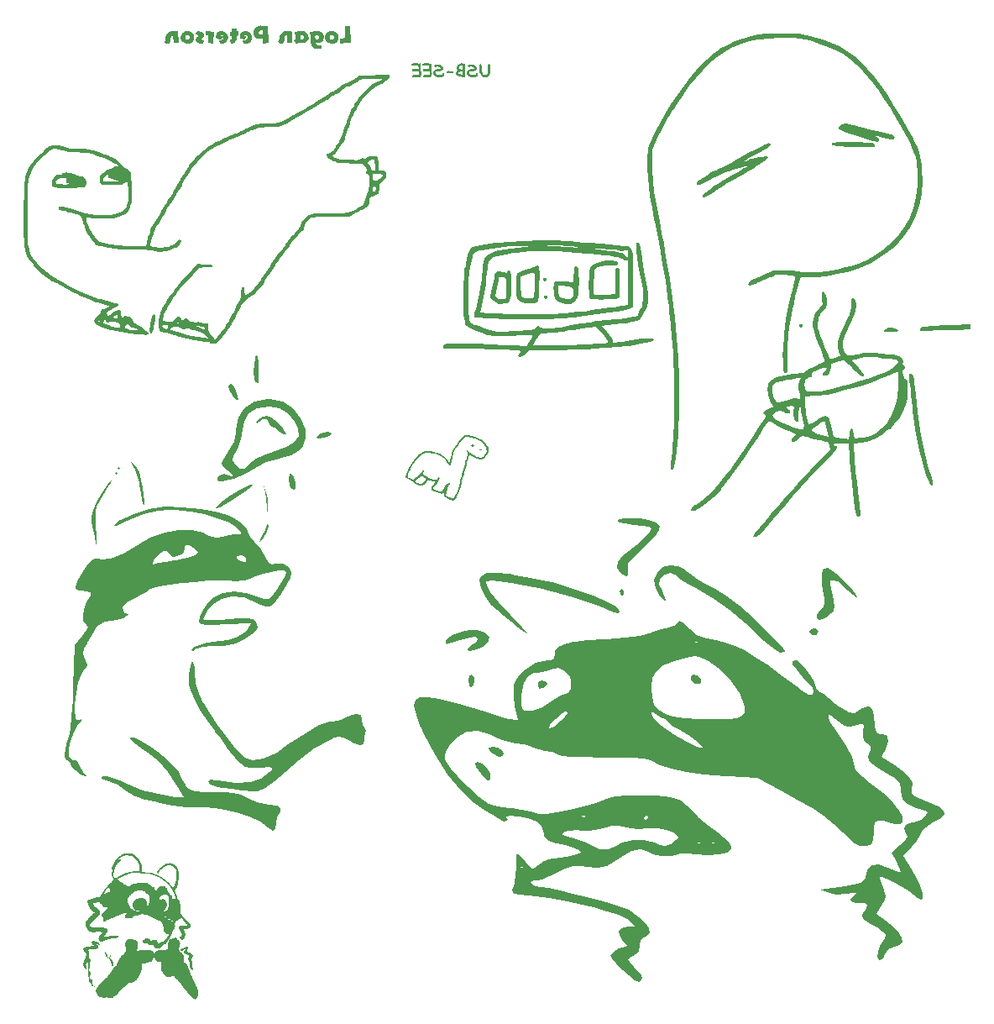
<source format=gbr>
%TF.GenerationSoftware,KiCad,Pcbnew,9.0.2*%
%TF.CreationDate,2025-12-13T10:39:55-05:00*%
%TF.ProjectId,Nif-T,4e69662d-542e-46b6-9963-61645f706362,rev?*%
%TF.SameCoordinates,Original*%
%TF.FileFunction,Legend,Bot*%
%TF.FilePolarity,Positive*%
%FSLAX46Y46*%
G04 Gerber Fmt 4.6, Leading zero omitted, Abs format (unit mm)*
G04 Created by KiCad (PCBNEW 9.0.2) date 2025-12-13 10:39:55*
%MOMM*%
%LPD*%
G01*
G04 APERTURE LIST*
%ADD10C,0.300000*%
%ADD11C,0.000000*%
G04 APERTURE END LIST*
D10*
G36*
X199214556Y-55641412D02*
G01*
X199283370Y-55719114D01*
X199364842Y-55782538D01*
X199438875Y-55821247D01*
X199512197Y-55843642D01*
X199586034Y-55851003D01*
X199697670Y-55844734D01*
X199786137Y-55827673D01*
X199855620Y-55801893D01*
X199909656Y-55768647D01*
X199973461Y-55708758D01*
X200027144Y-55635699D01*
X200070910Y-55547565D01*
X200104188Y-55441794D01*
X200125667Y-55315276D01*
X200133367Y-55164451D01*
X200129169Y-55041796D01*
X200124895Y-54919140D01*
X200123216Y-54821214D01*
X200121460Y-54723288D01*
X200115219Y-54657692D01*
X200096731Y-54596434D01*
X200069222Y-54549711D01*
X200038648Y-54525277D01*
X200003613Y-54517437D01*
X199959425Y-54524960D01*
X199920799Y-54547509D01*
X199898807Y-54570945D01*
X199885913Y-54597838D01*
X199881492Y-54629407D01*
X199882789Y-54773663D01*
X199884087Y-54918606D01*
X199888361Y-55039811D01*
X199892559Y-55161017D01*
X199884647Y-55287684D01*
X199861799Y-55401748D01*
X199831486Y-55487402D01*
X199796183Y-55547288D01*
X199756775Y-55587297D01*
X199730092Y-55600321D01*
X199677755Y-55611088D01*
X199586034Y-55616530D01*
X199529692Y-55610765D01*
X199479105Y-55592072D01*
X199432655Y-55559833D01*
X199389440Y-55511841D01*
X199349367Y-55444520D01*
X199313115Y-55353181D01*
X199282028Y-55232229D01*
X199261064Y-55096697D01*
X199246527Y-54912438D01*
X199241041Y-54668562D01*
X199234167Y-54622173D01*
X199212877Y-54576360D01*
X199183362Y-54543407D01*
X199147629Y-54524124D01*
X199103578Y-54517437D01*
X199067115Y-54522477D01*
X199038751Y-54536660D01*
X199016490Y-54560179D01*
X198999824Y-54593577D01*
X198994279Y-54630323D01*
X198998490Y-54857183D01*
X199009685Y-55029622D01*
X199025878Y-55157277D01*
X199057170Y-55302815D01*
X199099518Y-55430726D01*
X199152116Y-55543016D01*
X199214556Y-55641412D01*
G37*
G36*
X198424049Y-55841233D02*
G01*
X198533354Y-55834283D01*
X198624877Y-55814842D01*
X198701501Y-55784455D01*
X198765607Y-55743841D01*
X198813823Y-55699209D01*
X198845929Y-55653728D01*
X198864469Y-55606661D01*
X198870631Y-55556766D01*
X198862273Y-55506392D01*
X198838193Y-55466702D01*
X198814434Y-55447183D01*
X198785095Y-55435176D01*
X198748510Y-55430905D01*
X198702268Y-55439548D01*
X198665466Y-55464933D01*
X198635777Y-55510360D01*
X198606068Y-55554434D01*
X198562310Y-55586995D01*
X198500777Y-55608458D01*
X198415500Y-55616530D01*
X198318908Y-55609519D01*
X198224419Y-55588491D01*
X198131110Y-55553026D01*
X198059902Y-55513767D01*
X198017374Y-55477374D01*
X197995331Y-55443268D01*
X197988533Y-55409839D01*
X197994647Y-55358832D01*
X198011494Y-55320110D01*
X198038508Y-55290670D01*
X198077377Y-55269170D01*
X198156394Y-55251643D01*
X198330931Y-55240396D01*
X198428326Y-55232362D01*
X198516165Y-55213639D01*
X198595706Y-55184830D01*
X198656888Y-55151019D01*
X198700286Y-55114157D01*
X198729304Y-55074244D01*
X198746049Y-55030493D01*
X198751105Y-54981422D01*
X198743832Y-54918798D01*
X198723845Y-54857864D01*
X198690178Y-54797552D01*
X198640956Y-54737060D01*
X198573495Y-54675889D01*
X198482063Y-54614184D01*
X198388038Y-54571197D01*
X198290319Y-54545589D01*
X198187515Y-54536976D01*
X198099907Y-54545457D01*
X197980901Y-54575139D01*
X197901284Y-54605732D01*
X197856325Y-54633940D01*
X197834460Y-54659760D01*
X197828020Y-54684590D01*
X197835632Y-54725914D01*
X197858779Y-54762595D01*
X197883658Y-54783763D01*
X197912540Y-54796387D01*
X197946707Y-54800758D01*
X197991514Y-54797211D01*
X198066691Y-54783661D01*
X198141978Y-54770130D01*
X198187515Y-54766564D01*
X198259660Y-54772832D01*
X198329118Y-54790435D01*
X198396724Y-54819687D01*
X198459234Y-54860884D01*
X198490006Y-54898728D01*
X198499153Y-54935245D01*
X198491664Y-54964420D01*
X198468012Y-54988825D01*
X198432185Y-55005682D01*
X198374513Y-55018364D01*
X198156755Y-55030347D01*
X198061875Y-55043497D01*
X197981703Y-55066244D01*
X197914047Y-55097594D01*
X197857100Y-55137127D01*
X197804663Y-55192491D01*
X197767197Y-55256894D01*
X197743982Y-55332134D01*
X197735818Y-55420830D01*
X197742529Y-55490055D01*
X197762123Y-55552350D01*
X197794659Y-55609240D01*
X197841327Y-55661760D01*
X197904353Y-55710366D01*
X197986854Y-55754908D01*
X198083167Y-55791805D01*
X198187472Y-55818790D01*
X198300739Y-55835482D01*
X198424049Y-55841233D01*
G37*
G36*
X197354444Y-54449859D02*
G01*
X197429980Y-54462940D01*
X197498464Y-54477924D01*
X197541848Y-54499809D01*
X197567448Y-54526972D01*
X197579426Y-54560256D01*
X197583784Y-54608013D01*
X197583701Y-54671310D01*
X197579426Y-54787401D01*
X197579426Y-55692550D01*
X197575169Y-55723450D01*
X197562100Y-55753616D01*
X197538897Y-55783912D01*
X197509753Y-55808188D01*
X197479468Y-55822007D01*
X197447077Y-55826578D01*
X197291526Y-55821250D01*
X197157485Y-55806276D01*
X197042445Y-55783005D01*
X196944090Y-55752542D01*
X196856533Y-55710749D01*
X196770754Y-55651181D01*
X196712843Y-55595518D01*
X196675096Y-55541914D01*
X196653846Y-55489416D01*
X196647970Y-55444415D01*
X196880052Y-55444415D01*
X196885148Y-55463308D01*
X196904855Y-55484124D01*
X196948237Y-55508314D01*
X197028659Y-55536082D01*
X197198099Y-55574978D01*
X197347167Y-55592105D01*
X197347167Y-55274590D01*
X197114907Y-55280543D01*
X197050063Y-55295070D01*
X196976528Y-55328094D01*
X196919903Y-55367426D01*
X196890227Y-55405663D01*
X196880052Y-55444415D01*
X196647970Y-55444415D01*
X196646953Y-55436629D01*
X196654384Y-55379349D01*
X196677656Y-55320017D01*
X196719539Y-55257035D01*
X196765292Y-55206713D01*
X196814138Y-55166735D01*
X196866390Y-55136134D01*
X196804152Y-55072286D01*
X196768235Y-55018821D01*
X196748955Y-54972360D01*
X196736714Y-54917518D01*
X196732408Y-54853347D01*
X196968896Y-54853347D01*
X196975485Y-54904214D01*
X196994329Y-54946032D01*
X197025781Y-54981020D01*
X197072404Y-55010027D01*
X197138595Y-55032389D01*
X197230159Y-55046070D01*
X197274101Y-55046531D01*
X197347167Y-55040116D01*
X197346327Y-54860216D01*
X197347167Y-54678637D01*
X197214818Y-54676881D01*
X197156909Y-54683287D01*
X197100943Y-54702640D01*
X197045756Y-54736034D01*
X197000029Y-54777712D01*
X196976228Y-54816216D01*
X196968896Y-54853347D01*
X196732408Y-54853347D01*
X196732362Y-54852660D01*
X196739121Y-54782986D01*
X196759037Y-54718899D01*
X196792385Y-54659033D01*
X196840504Y-54602440D01*
X196905698Y-54548654D01*
X196982464Y-54501875D01*
X197059038Y-54469543D01*
X197136187Y-54450493D01*
X197214818Y-54444164D01*
X197354444Y-54449859D01*
G37*
G36*
X195849882Y-55416250D02*
G01*
X195990607Y-55422997D01*
X196269140Y-55426020D01*
X196319637Y-55419878D01*
X196362257Y-55402206D01*
X196388966Y-55379887D01*
X196404090Y-55354218D01*
X196409198Y-55323896D01*
X196404087Y-55293524D01*
X196388960Y-55267831D01*
X196362257Y-55245509D01*
X196319584Y-55227201D01*
X196269140Y-55220856D01*
X196066800Y-55215971D01*
X195864460Y-55211086D01*
X195813811Y-55216634D01*
X195771342Y-55232458D01*
X195742321Y-55254234D01*
X195725793Y-55280762D01*
X195720128Y-55313668D01*
X195727650Y-55353688D01*
X195749207Y-55383123D01*
X195787483Y-55404455D01*
X195849882Y-55416250D01*
G37*
G36*
X195041285Y-55841233D02*
G01*
X195150590Y-55834283D01*
X195242114Y-55814842D01*
X195318738Y-55784455D01*
X195382844Y-55743841D01*
X195431060Y-55699209D01*
X195463166Y-55653728D01*
X195481706Y-55606661D01*
X195487868Y-55556766D01*
X195479509Y-55506392D01*
X195455430Y-55466702D01*
X195431670Y-55447183D01*
X195402332Y-55435176D01*
X195365747Y-55430905D01*
X195319505Y-55439548D01*
X195282703Y-55464933D01*
X195253013Y-55510360D01*
X195223305Y-55554434D01*
X195179547Y-55586995D01*
X195118013Y-55608458D01*
X195032737Y-55616530D01*
X194936145Y-55609519D01*
X194841656Y-55588491D01*
X194748346Y-55553026D01*
X194677138Y-55513767D01*
X194634610Y-55477374D01*
X194612568Y-55443268D01*
X194605770Y-55409839D01*
X194611884Y-55358832D01*
X194628730Y-55320110D01*
X194655745Y-55290670D01*
X194694613Y-55269170D01*
X194773630Y-55251643D01*
X194948168Y-55240396D01*
X195045563Y-55232362D01*
X195133402Y-55213639D01*
X195212942Y-55184830D01*
X195274125Y-55151019D01*
X195317522Y-55114157D01*
X195346541Y-55074244D01*
X195363286Y-55030493D01*
X195368342Y-54981422D01*
X195361069Y-54918798D01*
X195341081Y-54857864D01*
X195307415Y-54797552D01*
X195258192Y-54737060D01*
X195190731Y-54675889D01*
X195099299Y-54614184D01*
X195005274Y-54571197D01*
X194907556Y-54545589D01*
X194804751Y-54536976D01*
X194717144Y-54545457D01*
X194598137Y-54575139D01*
X194518521Y-54605732D01*
X194473562Y-54633940D01*
X194451697Y-54659760D01*
X194445256Y-54684590D01*
X194452868Y-54725914D01*
X194476016Y-54762595D01*
X194500894Y-54783763D01*
X194529776Y-54796387D01*
X194563943Y-54800758D01*
X194608750Y-54797211D01*
X194683927Y-54783661D01*
X194759214Y-54770130D01*
X194804751Y-54766564D01*
X194876897Y-54772832D01*
X194946354Y-54790435D01*
X195013961Y-54819687D01*
X195076470Y-54860884D01*
X195107242Y-54898728D01*
X195116390Y-54935245D01*
X195108901Y-54964420D01*
X195085249Y-54988825D01*
X195049422Y-55005682D01*
X194991750Y-55018364D01*
X194773992Y-55030347D01*
X194679111Y-55043497D01*
X194598940Y-55066244D01*
X194531283Y-55097594D01*
X194474337Y-55137127D01*
X194421900Y-55192491D01*
X194384434Y-55256894D01*
X194361219Y-55332134D01*
X194353055Y-55420830D01*
X194359765Y-55490055D01*
X194379360Y-55552350D01*
X194411896Y-55609240D01*
X194458564Y-55661760D01*
X194521589Y-55710366D01*
X194604091Y-55754908D01*
X194700403Y-55791805D01*
X194804709Y-55818790D01*
X194917976Y-55835482D01*
X195041285Y-55841233D01*
G37*
G36*
X193369214Y-54688407D02*
G01*
X193405087Y-54683751D01*
X193542912Y-54657752D01*
X193674060Y-54649328D01*
X193739130Y-54651678D01*
X193811523Y-54659098D01*
X193967762Y-54688407D01*
X193975471Y-55030347D01*
X193641621Y-55001267D01*
X193435007Y-54986383D01*
X193388027Y-54994560D01*
X193348759Y-55018745D01*
X193329006Y-55042329D01*
X193317067Y-55070440D01*
X193312885Y-55104459D01*
X193319978Y-55151118D01*
X193339462Y-55184267D01*
X193371797Y-55207450D01*
X193421345Y-55220856D01*
X193625440Y-55235740D01*
X193990888Y-55264820D01*
X193996842Y-55437469D01*
X193993234Y-55552893D01*
X193985508Y-55606205D01*
X193977226Y-55625307D01*
X193957232Y-55632125D01*
X193869607Y-55636374D01*
X193709933Y-55633779D01*
X193550259Y-55631184D01*
X193499884Y-55626070D01*
X193450348Y-55620956D01*
X193403930Y-55628207D01*
X193365779Y-55649273D01*
X193343712Y-55673010D01*
X193330352Y-55702274D01*
X193325632Y-55738804D01*
X193332151Y-55783003D01*
X193350202Y-55815380D01*
X193380130Y-55838981D01*
X193425543Y-55854208D01*
X193533618Y-55865274D01*
X193779924Y-55870542D01*
X193928280Y-55863880D01*
X194031111Y-55846845D01*
X194099540Y-55823120D01*
X194142853Y-55795132D01*
X194178176Y-55751126D01*
X194207283Y-55682722D01*
X194227883Y-55581111D01*
X194235894Y-55435408D01*
X194232408Y-55306172D01*
X194219255Y-55090644D01*
X194206096Y-54875226D01*
X194202616Y-54746796D01*
X194211165Y-54658182D01*
X194219713Y-54569491D01*
X194214140Y-54519328D01*
X194199358Y-54484195D01*
X194176578Y-54460036D01*
X194144616Y-54444878D01*
X194100187Y-54439279D01*
X194064125Y-54444604D01*
X194030959Y-54460650D01*
X193932853Y-54439429D01*
X193842740Y-54425617D01*
X193754538Y-54417458D01*
X193674060Y-54414855D01*
X193530317Y-54421185D01*
X193417408Y-54438275D01*
X193329906Y-54463703D01*
X193294362Y-54482418D01*
X193270586Y-54506046D01*
X193256365Y-54535116D01*
X193251367Y-54571399D01*
X193258985Y-54612776D01*
X193282126Y-54649404D01*
X193307047Y-54671124D01*
X193335664Y-54683980D01*
X193369214Y-54688407D01*
G37*
G36*
X192277448Y-54688407D02*
G01*
X192313322Y-54683751D01*
X192451146Y-54657752D01*
X192582294Y-54649328D01*
X192647364Y-54651678D01*
X192719757Y-54659098D01*
X192875996Y-54688407D01*
X192883705Y-55030347D01*
X192549856Y-55001267D01*
X192343241Y-54986383D01*
X192296262Y-54994560D01*
X192256993Y-55018745D01*
X192237240Y-55042329D01*
X192225302Y-55070440D01*
X192221120Y-55104459D01*
X192228212Y-55151118D01*
X192247697Y-55184267D01*
X192280032Y-55207450D01*
X192329579Y-55220856D01*
X192533674Y-55235740D01*
X192899123Y-55264820D01*
X192905076Y-55437469D01*
X192901468Y-55552893D01*
X192893742Y-55606205D01*
X192885461Y-55625307D01*
X192865467Y-55632125D01*
X192777841Y-55636374D01*
X192618167Y-55633779D01*
X192458493Y-55631184D01*
X192408118Y-55626070D01*
X192358583Y-55620956D01*
X192312164Y-55628207D01*
X192274014Y-55649273D01*
X192251947Y-55673010D01*
X192238587Y-55702274D01*
X192233866Y-55738804D01*
X192240386Y-55783003D01*
X192258436Y-55815380D01*
X192288364Y-55838981D01*
X192333777Y-55854208D01*
X192441853Y-55865274D01*
X192688158Y-55870542D01*
X192836514Y-55863880D01*
X192939345Y-55846845D01*
X193007774Y-55823120D01*
X193051088Y-55795132D01*
X193086410Y-55751126D01*
X193115518Y-55682722D01*
X193136118Y-55581111D01*
X193144129Y-55435408D01*
X193140642Y-55306172D01*
X193127490Y-55090644D01*
X193114330Y-54875226D01*
X193110851Y-54746796D01*
X193119399Y-54658182D01*
X193127948Y-54569491D01*
X193122375Y-54519328D01*
X193107592Y-54484195D01*
X193084813Y-54460036D01*
X193052851Y-54444878D01*
X193008422Y-54439279D01*
X192972359Y-54444604D01*
X192939194Y-54460650D01*
X192841087Y-54439429D01*
X192750974Y-54425617D01*
X192662773Y-54417458D01*
X192582294Y-54414855D01*
X192438551Y-54421185D01*
X192325643Y-54438275D01*
X192238141Y-54463703D01*
X192202596Y-54482418D01*
X192178821Y-54506046D01*
X192164600Y-54535116D01*
X192159601Y-54571399D01*
X192167219Y-54612776D01*
X192190361Y-54649404D01*
X192215282Y-54671124D01*
X192243898Y-54683980D01*
X192277448Y-54688407D01*
G37*
G36*
X185037892Y-52445109D02*
G01*
X185007623Y-52434850D01*
X184987018Y-52406078D01*
X184984586Y-52394092D01*
X184959398Y-51969751D01*
X184970090Y-51936587D01*
X184983148Y-51923124D01*
X185000133Y-51914462D01*
X185012521Y-51912140D01*
X185498870Y-51887136D01*
X185438237Y-50730799D01*
X185448763Y-50696798D01*
X185461363Y-50683730D01*
X185477451Y-50675468D01*
X185489253Y-50673188D01*
X185924036Y-50652122D01*
X185928340Y-50652122D01*
X185959721Y-50662479D01*
X185979760Y-50691007D01*
X185981646Y-50701123D01*
X186067742Y-52339138D01*
X186057216Y-52373173D01*
X186044612Y-52386273D01*
X186028519Y-52394558D01*
X186016726Y-52396840D01*
X185579836Y-52417814D01*
X185571410Y-52417814D01*
X185042197Y-52445109D01*
X185037892Y-52445109D01*
G37*
G36*
X184190817Y-51181421D02*
G01*
X184261577Y-51190178D01*
X184329040Y-51204432D01*
X184393999Y-51224257D01*
X184454270Y-51248821D01*
X184511334Y-51278586D01*
X184562969Y-51312214D01*
X184610857Y-51350636D01*
X184653148Y-51392213D01*
X184691271Y-51438204D01*
X184723942Y-51486995D01*
X184752076Y-51539897D01*
X184774922Y-51595627D01*
X184792844Y-51655256D01*
X184805446Y-51718040D01*
X184812677Y-51784602D01*
X184814410Y-51838684D01*
X184811527Y-51900736D01*
X184803070Y-51960291D01*
X184769941Y-52072951D01*
X184716131Y-52175542D01*
X184642725Y-52266302D01*
X184551249Y-52342787D01*
X184444122Y-52402100D01*
X184385683Y-52424425D01*
X184324858Y-52441374D01*
X184262128Y-52452739D01*
X184197823Y-52458346D01*
X184168876Y-52458939D01*
X184047113Y-52447324D01*
X183981114Y-52432164D01*
X183914767Y-52410884D01*
X183849226Y-52383643D01*
X183785356Y-52350493D01*
X183726632Y-52313252D01*
X183671258Y-52270746D01*
X183623269Y-52226279D01*
X183579718Y-52177340D01*
X183543861Y-52127907D01*
X183513051Y-52074723D01*
X183489310Y-52021612D01*
X183470977Y-51965308D01*
X183459008Y-51908919D01*
X183452756Y-51849726D01*
X183451901Y-51817710D01*
X183452114Y-51813497D01*
X183905094Y-51813497D01*
X183908052Y-51856689D01*
X183917036Y-51898642D01*
X183931096Y-51935730D01*
X183950744Y-51969511D01*
X183973376Y-51996257D01*
X184000766Y-52018651D01*
X184030144Y-52034685D01*
X184063682Y-52045791D01*
X184118409Y-52051908D01*
X184188844Y-52040573D01*
X184253860Y-52006981D01*
X184281748Y-51982719D01*
X184305703Y-51953869D01*
X184324497Y-51921845D01*
X184338307Y-51886092D01*
X184348578Y-51813497D01*
X184345439Y-51771319D01*
X184335189Y-51726239D01*
X184319936Y-51688075D01*
X184297862Y-51652239D01*
X184274083Y-51625972D01*
X184244756Y-51603779D01*
X184213997Y-51588508D01*
X184178313Y-51578042D01*
X184124729Y-51572887D01*
X184083406Y-51575695D01*
X184047613Y-51583628D01*
X183990400Y-51612392D01*
X183948546Y-51656544D01*
X183920268Y-51715441D01*
X183906481Y-51784034D01*
X183905094Y-51813497D01*
X183452114Y-51813497D01*
X183454854Y-51759237D01*
X183463800Y-51699014D01*
X183478888Y-51637913D01*
X183500245Y-51576926D01*
X183526846Y-51519200D01*
X183559496Y-51463281D01*
X183595888Y-51413006D01*
X183637849Y-51365771D01*
X183682366Y-51324841D01*
X183731952Y-51287776D01*
X183783578Y-51256801D01*
X183839878Y-51230282D01*
X183898313Y-51209492D01*
X183961169Y-51193675D01*
X184026664Y-51183464D01*
X184096462Y-51178769D01*
X184118409Y-51178496D01*
X184190817Y-51181421D01*
G37*
G36*
X182807197Y-51202886D02*
G01*
X182873917Y-51211225D01*
X182935274Y-51224609D01*
X182991583Y-51242668D01*
X183043514Y-51265273D01*
X183090591Y-51291859D01*
X183172786Y-51357337D01*
X183239031Y-51438427D01*
X183288940Y-51534553D01*
X183320859Y-51643983D01*
X183332368Y-51761890D01*
X183332375Y-51764862D01*
X183329495Y-51831104D01*
X183321058Y-51894591D01*
X183288070Y-52014465D01*
X183234784Y-52123034D01*
X183162731Y-52218288D01*
X183073977Y-52297695D01*
X182971438Y-52358484D01*
X182916193Y-52381071D01*
X182858919Y-52398128D01*
X182800446Y-52409400D01*
X182740754Y-52414840D01*
X182716242Y-52415341D01*
X182602418Y-52404641D01*
X182516939Y-52383376D01*
X182536597Y-52438405D01*
X182560985Y-52487741D01*
X182587004Y-52526774D01*
X182617133Y-52560678D01*
X182648818Y-52587259D01*
X182684273Y-52609003D01*
X182722251Y-52625228D01*
X182763973Y-52636539D01*
X182842271Y-52643953D01*
X182898975Y-52640885D01*
X182960530Y-52631137D01*
X182995136Y-52623070D01*
X183000824Y-52622116D01*
X183008142Y-52620963D01*
X183042482Y-52632310D01*
X183056083Y-52645941D01*
X183065348Y-52664508D01*
X183065478Y-52664927D01*
X183132798Y-52859741D01*
X183137103Y-52894180D01*
X183133112Y-52917476D01*
X183116899Y-52934893D01*
X183112007Y-52936861D01*
X182966202Y-52980062D01*
X182890172Y-52993434D01*
X182813128Y-53000953D01*
X182756175Y-53002623D01*
X182682820Y-52999653D01*
X182610216Y-52990583D01*
X182542332Y-52976067D01*
X182476152Y-52955604D01*
X182415488Y-52930553D01*
X182357223Y-52899808D01*
X182304452Y-52865147D01*
X182254596Y-52825036D01*
X182209831Y-52781279D01*
X182168409Y-52732233D01*
X182131662Y-52679374D01*
X182098671Y-52621273D01*
X182070147Y-52558831D01*
X182045832Y-52491075D01*
X182018318Y-52381544D01*
X181984183Y-52148495D01*
X181962479Y-51850131D01*
X181959549Y-51718975D01*
X182458779Y-51718975D01*
X182465007Y-51986787D01*
X182474258Y-51992374D01*
X182527480Y-52021722D01*
X182567979Y-52034595D01*
X182608755Y-52041384D01*
X182623826Y-52042016D01*
X182662934Y-52039198D01*
X182697159Y-52031196D01*
X182752843Y-52001841D01*
X182794760Y-51955899D01*
X182823931Y-51893227D01*
X182838358Y-51817196D01*
X182839340Y-51792064D01*
X182836431Y-51752115D01*
X182827788Y-51713988D01*
X182813948Y-51679374D01*
X182794889Y-51648150D01*
X182772260Y-51622563D01*
X182745204Y-51601395D01*
X182715818Y-51586136D01*
X182682690Y-51575956D01*
X182636466Y-51571238D01*
X182600033Y-51574155D01*
X182565689Y-51582849D01*
X182535663Y-51596516D01*
X182509322Y-51615331D01*
X182488942Y-51637317D01*
X182473165Y-51663608D01*
X182458779Y-51718975D01*
X181959549Y-51718975D01*
X181951450Y-51356421D01*
X181950998Y-51316340D01*
X181962012Y-51279049D01*
X181974911Y-51265019D01*
X181992037Y-51255702D01*
X182008334Y-51252501D01*
X182401168Y-51227314D01*
X182411701Y-51227314D01*
X182437607Y-51231410D01*
X182455953Y-51248359D01*
X182457772Y-51253509D01*
X182567509Y-51218138D01*
X182697825Y-51200883D01*
X182735109Y-51200020D01*
X182807197Y-51202886D01*
G37*
G36*
X181265109Y-51193084D02*
G01*
X181324209Y-51201413D01*
X181432926Y-51233540D01*
X181529554Y-51285187D01*
X181614421Y-51355724D01*
X181686661Y-51444628D01*
X181743971Y-51550231D01*
X181782745Y-51667785D01*
X181799125Y-51787331D01*
X181799507Y-51807635D01*
X181788157Y-51919808D01*
X181754401Y-52027803D01*
X181698681Y-52129391D01*
X181621955Y-52221354D01*
X181526341Y-52299703D01*
X181472503Y-52332474D01*
X181415410Y-52360325D01*
X181355849Y-52382817D01*
X181293855Y-52399834D01*
X181231037Y-52410916D01*
X181166621Y-52416141D01*
X181143440Y-52416532D01*
X181079528Y-52413562D01*
X181014677Y-52404498D01*
X180951041Y-52389553D01*
X180887613Y-52368366D01*
X180814262Y-52335291D01*
X180739063Y-52392087D01*
X180646259Y-52437922D01*
X180556792Y-52464910D01*
X180540771Y-52466999D01*
X180522836Y-52464110D01*
X180506500Y-52455614D01*
X180476133Y-52419981D01*
X180470978Y-52410762D01*
X180340736Y-52156688D01*
X180334141Y-52136447D01*
X180344083Y-52113310D01*
X180379845Y-52089735D01*
X180420257Y-52055380D01*
X180448478Y-52000548D01*
X180448519Y-52000342D01*
X180961815Y-52000342D01*
X181044167Y-52024480D01*
X181093065Y-52028461D01*
X181131783Y-52025610D01*
X181167094Y-52017376D01*
X181227353Y-51986320D01*
X181272778Y-51937849D01*
X181300887Y-51874484D01*
X181308579Y-51813863D01*
X181297030Y-51738643D01*
X181282535Y-51701534D01*
X181262408Y-51667038D01*
X181238838Y-51638638D01*
X181210654Y-51614853D01*
X181181562Y-51598393D01*
X181148930Y-51587378D01*
X181105704Y-51582504D01*
X181042262Y-51593380D01*
X181013246Y-51606751D01*
X180988662Y-51624442D01*
X180965936Y-51651472D01*
X180972073Y-51824304D01*
X180961815Y-52000342D01*
X180448519Y-52000342D01*
X180465214Y-51915976D01*
X180468505Y-51841065D01*
X180458206Y-51674423D01*
X180414938Y-51363893D01*
X180409704Y-51329896D01*
X180409704Y-51319180D01*
X180413009Y-51299665D01*
X180424423Y-51281487D01*
X180439873Y-51270197D01*
X180462266Y-51262336D01*
X180481694Y-51259554D01*
X180845219Y-51228046D01*
X180855752Y-51228046D01*
X180882614Y-51230993D01*
X180903663Y-51239893D01*
X180913271Y-51248380D01*
X181031415Y-51209919D01*
X181098179Y-51197563D01*
X181167659Y-51191044D01*
X181202241Y-51190219D01*
X181265109Y-51193084D01*
G37*
G36*
X178826369Y-51848851D02*
G01*
X178829263Y-51783973D01*
X178837799Y-51721745D01*
X178851793Y-51662154D01*
X178871011Y-51605466D01*
X178924769Y-51500445D01*
X178998238Y-51407491D01*
X179090743Y-51327934D01*
X179201429Y-51263649D01*
X179328926Y-51216907D01*
X179471153Y-51190093D01*
X179578973Y-51184357D01*
X179737332Y-51196081D01*
X179814362Y-51209637D01*
X180049293Y-51196997D01*
X180053598Y-51196997D01*
X180080320Y-51207327D01*
X180091493Y-51220463D01*
X180097806Y-51236939D01*
X180098477Y-51241785D01*
X180155172Y-52333825D01*
X180144459Y-52365469D01*
X180132032Y-52376283D01*
X180115938Y-52382290D01*
X180110476Y-52383010D01*
X179690348Y-52404076D01*
X179686134Y-52404076D01*
X179659612Y-52393937D01*
X179648868Y-52381246D01*
X179643549Y-52365772D01*
X179643270Y-52361303D01*
X179603519Y-51602013D01*
X179557109Y-51607542D01*
X179514176Y-51619112D01*
X179479094Y-51634850D01*
X179447483Y-51655928D01*
X179421396Y-51680633D01*
X179398880Y-51710394D01*
X179366031Y-51784449D01*
X179349875Y-51883040D01*
X179348804Y-51920200D01*
X179348804Y-51991641D01*
X179345973Y-52049969D01*
X179337873Y-52103868D01*
X179306797Y-52202287D01*
X179257301Y-52288480D01*
X179190562Y-52362825D01*
X179109110Y-52423736D01*
X179022580Y-52466255D01*
X178972090Y-52479638D01*
X178948782Y-52476488D01*
X178924242Y-52466160D01*
X178909442Y-52456008D01*
X178700340Y-52301769D01*
X178687737Y-52289409D01*
X178680829Y-52275212D01*
X178679365Y-52264583D01*
X178688747Y-52235734D01*
X178713987Y-52207796D01*
X178746405Y-52173835D01*
X178772510Y-52138053D01*
X178807628Y-52061090D01*
X178824456Y-51969097D01*
X178826369Y-51918094D01*
X178826369Y-51848851D01*
G37*
G36*
X177093666Y-50650597D02*
G01*
X177216015Y-50681248D01*
X177599873Y-50662380D01*
X177604178Y-50662380D01*
X177632440Y-50672523D01*
X177643317Y-50684891D01*
X177648784Y-50699966D01*
X177649149Y-50705061D01*
X177735245Y-52363684D01*
X177724542Y-52395273D01*
X177712095Y-52406136D01*
X177695986Y-52412210D01*
X177690457Y-52412960D01*
X177249354Y-52436041D01*
X177245049Y-52436041D01*
X177218356Y-52425711D01*
X177207189Y-52412566D01*
X177200853Y-52396077D01*
X177200170Y-52391253D01*
X177179287Y-51960225D01*
X177040016Y-51988301D01*
X176927961Y-51995030D01*
X176851174Y-51992133D01*
X176778200Y-51983576D01*
X176709986Y-51969766D01*
X176645726Y-51950826D01*
X176586176Y-51927238D01*
X176530722Y-51899011D01*
X176479859Y-51866603D01*
X176433253Y-51829995D01*
X176391130Y-51789495D01*
X176353460Y-51745186D01*
X176291765Y-51645559D01*
X176249042Y-51531809D01*
X176226655Y-51404578D01*
X176223716Y-51336032D01*
X176771340Y-51336032D01*
X176774904Y-51378966D01*
X176783367Y-51416893D01*
X176799848Y-51459131D01*
X176827019Y-51500682D01*
X176867554Y-51536548D01*
X176924124Y-51561733D01*
X176999402Y-51571238D01*
X177086744Y-51560760D01*
X177158038Y-51536892D01*
X177135140Y-51102200D01*
X177041351Y-51090293D01*
X176996998Y-51093170D01*
X176955323Y-51101584D01*
X176916744Y-51115221D01*
X176881733Y-51133751D01*
X176851077Y-51156549D01*
X176824765Y-51183493D01*
X176803630Y-51213578D01*
X176787467Y-51247039D01*
X176776850Y-51282764D01*
X176771752Y-51321164D01*
X176771340Y-51336032D01*
X176223716Y-51336032D01*
X176223626Y-51333926D01*
X176234981Y-51209960D01*
X176268448Y-51092667D01*
X176323325Y-50983318D01*
X176398841Y-50883917D01*
X176493644Y-50797241D01*
X176605322Y-50726588D01*
X176666445Y-50698292D01*
X176730197Y-50675249D01*
X176796005Y-50657720D01*
X176863615Y-50645864D01*
X176965788Y-50639207D01*
X177093666Y-50650597D01*
G37*
G36*
X175344993Y-52462236D02*
G01*
X175314753Y-52459460D01*
X175290210Y-52451754D01*
X175254710Y-52424739D01*
X175237281Y-52397664D01*
X175162809Y-52205856D01*
X175150911Y-52161176D01*
X175161123Y-52130567D01*
X175189568Y-52109557D01*
X175218963Y-52103657D01*
X175223360Y-52103657D01*
X175269338Y-52105764D01*
X175326703Y-52102916D01*
X175378787Y-52094704D01*
X175425763Y-52081608D01*
X175467692Y-52064135D01*
X175537957Y-52017117D01*
X175590451Y-51955775D01*
X175624505Y-51882239D01*
X175638041Y-51800504D01*
X175638176Y-51791423D01*
X175635329Y-51750819D01*
X175627127Y-51713589D01*
X175613882Y-51679673D01*
X175596189Y-51649917D01*
X175574481Y-51624580D01*
X175549353Y-51604148D01*
X175521621Y-51589097D01*
X175491573Y-51579550D01*
X175456276Y-51575818D01*
X175401155Y-51585892D01*
X175358847Y-51612832D01*
X175333520Y-51648551D01*
X175331071Y-51658982D01*
X175335826Y-51677219D01*
X175357392Y-51690326D01*
X175452704Y-51715036D01*
X175479211Y-51724582D01*
X175495440Y-51740823D01*
X175499140Y-51757809D01*
X175489090Y-51797561D01*
X175433836Y-51973048D01*
X175420658Y-51999013D01*
X175396443Y-52013124D01*
X175378515Y-52014905D01*
X175201390Y-51996839D01*
X175104651Y-51978595D01*
X175019117Y-51955416D01*
X175014349Y-51953814D01*
X174971804Y-51936371D01*
X174936483Y-51915616D01*
X174908906Y-51892814D01*
X174887096Y-51867433D01*
X174858769Y-51808990D01*
X174848569Y-51732530D01*
X174855605Y-51647198D01*
X174869018Y-51580916D01*
X174893133Y-51506329D01*
X174918220Y-51451807D01*
X174951226Y-51397885D01*
X174984731Y-51355737D01*
X175024796Y-51316342D01*
X175065987Y-51284760D01*
X175113118Y-51256857D01*
X175162496Y-51234894D01*
X175217647Y-51217294D01*
X175276504Y-51205010D01*
X175341293Y-51197821D01*
X175395368Y-51196081D01*
X175472905Y-51198955D01*
X175545563Y-51207349D01*
X175613375Y-51220918D01*
X175676419Y-51239320D01*
X175735171Y-51262405D01*
X175789196Y-51289702D01*
X175884751Y-51356793D01*
X175963298Y-51439311D01*
X176024232Y-51535981D01*
X176066124Y-51644872D01*
X176087058Y-51762615D01*
X176089170Y-51814504D01*
X176086240Y-51875714D01*
X176077454Y-51936574D01*
X176062887Y-51996333D01*
X176042521Y-52054720D01*
X176016880Y-52110234D01*
X175985656Y-52163446D01*
X175949925Y-52212546D01*
X175908919Y-52258561D01*
X175864120Y-52299816D01*
X175814368Y-52337342D01*
X175761260Y-52369862D01*
X175703481Y-52398099D01*
X175642449Y-52421214D01*
X175576956Y-52439524D01*
X175508044Y-52452525D01*
X175434806Y-52460181D01*
X175370180Y-52462236D01*
X175344993Y-52462236D01*
G37*
G36*
X173877154Y-52119136D02*
G01*
X173876915Y-52118408D01*
X173872758Y-52101276D01*
X173882773Y-52078576D01*
X173915902Y-52059701D01*
X173922766Y-52056671D01*
X173965390Y-52026783D01*
X173998562Y-51974936D01*
X174023217Y-51892492D01*
X174037008Y-51765233D01*
X174038629Y-51688200D01*
X173903074Y-51694337D01*
X173898770Y-51694337D01*
X173871183Y-51684209D01*
X173854585Y-51656493D01*
X173853890Y-51651838D01*
X173828611Y-51303060D01*
X173838935Y-51272183D01*
X173851274Y-51260562D01*
X173866669Y-51254390D01*
X173873490Y-51253784D01*
X174015365Y-51245632D01*
X173998787Y-50979651D01*
X174001725Y-50956413D01*
X174010565Y-50938173D01*
X174022805Y-50926931D01*
X174039398Y-50919989D01*
X174054016Y-50917827D01*
X174450972Y-50898960D01*
X174459490Y-50898960D01*
X174482065Y-50901682D01*
X174498417Y-50909018D01*
X174516828Y-50932944D01*
X174523329Y-50966737D01*
X174536223Y-51185776D01*
X174537800Y-51216048D01*
X174669417Y-51207805D01*
X174699589Y-51218114D01*
X174717575Y-51246109D01*
X174718601Y-51252501D01*
X174743789Y-51601280D01*
X174733453Y-51630679D01*
X174720608Y-51642754D01*
X174704511Y-51649643D01*
X174699092Y-51650464D01*
X174544212Y-51658708D01*
X174538478Y-51796552D01*
X174526698Y-51917969D01*
X174511970Y-52006931D01*
X174492424Y-52085922D01*
X174471011Y-52147629D01*
X174445434Y-52202493D01*
X174417985Y-52247366D01*
X174386662Y-52287087D01*
X174314238Y-52350656D01*
X174223054Y-52399361D01*
X174103791Y-52436166D01*
X174075907Y-52442086D01*
X174056306Y-52444284D01*
X174037310Y-52441393D01*
X174021106Y-52432875D01*
X173994609Y-52399194D01*
X173986331Y-52381544D01*
X173877154Y-52119136D01*
G37*
G36*
X172931385Y-52462236D02*
G01*
X172901145Y-52459460D01*
X172876603Y-52451754D01*
X172841102Y-52424739D01*
X172823674Y-52397664D01*
X172749201Y-52205856D01*
X172737303Y-52161176D01*
X172747515Y-52130567D01*
X172775960Y-52109557D01*
X172805355Y-52103657D01*
X172809752Y-52103657D01*
X172855730Y-52105764D01*
X172913095Y-52102916D01*
X172965180Y-52094704D01*
X173012155Y-52081608D01*
X173054084Y-52064135D01*
X173124349Y-52017117D01*
X173176843Y-51955775D01*
X173210897Y-51882239D01*
X173224433Y-51800504D01*
X173224568Y-51791423D01*
X173221721Y-51750819D01*
X173213519Y-51713589D01*
X173200274Y-51679673D01*
X173182581Y-51649917D01*
X173160873Y-51624580D01*
X173135745Y-51604148D01*
X173108013Y-51589097D01*
X173077966Y-51579550D01*
X173042668Y-51575818D01*
X172987547Y-51585892D01*
X172945240Y-51612832D01*
X172919912Y-51648551D01*
X172917463Y-51658982D01*
X172922218Y-51677219D01*
X172943784Y-51690326D01*
X173039096Y-51715036D01*
X173065603Y-51724582D01*
X173081832Y-51740823D01*
X173085532Y-51757809D01*
X173075482Y-51797561D01*
X173020228Y-51973048D01*
X173007050Y-51999013D01*
X172982836Y-52013124D01*
X172964907Y-52014905D01*
X172787782Y-51996839D01*
X172691043Y-51978595D01*
X172605509Y-51955416D01*
X172600741Y-51953814D01*
X172558196Y-51936371D01*
X172522875Y-51915616D01*
X172495298Y-51892814D01*
X172473489Y-51867433D01*
X172445162Y-51808990D01*
X172434961Y-51732530D01*
X172441997Y-51647198D01*
X172455410Y-51580916D01*
X172479525Y-51506329D01*
X172504612Y-51451807D01*
X172537618Y-51397885D01*
X172571124Y-51355737D01*
X172611188Y-51316342D01*
X172652379Y-51284760D01*
X172699510Y-51256857D01*
X172748888Y-51234894D01*
X172804039Y-51217294D01*
X172862896Y-51205010D01*
X172927685Y-51197821D01*
X172981760Y-51196081D01*
X173059298Y-51198955D01*
X173131955Y-51207349D01*
X173199767Y-51220918D01*
X173262811Y-51239320D01*
X173321564Y-51262405D01*
X173375588Y-51289702D01*
X173471143Y-51356793D01*
X173549691Y-51439311D01*
X173610625Y-51535981D01*
X173652517Y-51644872D01*
X173673450Y-51762615D01*
X173675562Y-51814504D01*
X173672632Y-51875714D01*
X173663846Y-51936574D01*
X173649279Y-51996333D01*
X173628913Y-52054720D01*
X173603272Y-52110234D01*
X173572048Y-52163446D01*
X173536317Y-52212546D01*
X173495311Y-52258561D01*
X173450512Y-52299816D01*
X173400760Y-52337342D01*
X173347652Y-52369862D01*
X173289873Y-52398099D01*
X173228841Y-52421214D01*
X173163348Y-52439524D01*
X173094436Y-52452525D01*
X173021198Y-52460181D01*
X172956572Y-52462236D01*
X172931385Y-52462236D01*
G37*
G36*
X171713956Y-52412411D02*
G01*
X171685806Y-52402086D01*
X171675155Y-52389525D01*
X171669634Y-52373832D01*
X171669168Y-52367531D01*
X171669168Y-52363226D01*
X171708919Y-51622254D01*
X171619526Y-51610256D01*
X171536504Y-51620978D01*
X171515387Y-51626926D01*
X171514709Y-51627093D01*
X171491482Y-51631230D01*
X171472847Y-51628318D01*
X171456635Y-51619652D01*
X171444712Y-51606410D01*
X171436963Y-51588303D01*
X171436161Y-51584885D01*
X171375252Y-51288680D01*
X171374148Y-51283343D01*
X171370948Y-51260836D01*
X171373974Y-51241579D01*
X171383436Y-51225873D01*
X171417201Y-51207622D01*
X171491150Y-51193924D01*
X171567848Y-51186063D01*
X171623739Y-51184357D01*
X171700299Y-51187312D01*
X171778318Y-51196274D01*
X171857685Y-51211374D01*
X171938388Y-51232762D01*
X171951910Y-51236931D01*
X172195084Y-51249479D01*
X172222061Y-51259833D01*
X172238956Y-51289130D01*
X172239872Y-51298755D01*
X172181071Y-52390703D01*
X172170723Y-52418652D01*
X172142435Y-52434576D01*
X172131886Y-52435583D01*
X171713956Y-52412411D01*
G37*
G36*
X171061828Y-52456649D02*
G01*
X170912061Y-52445028D01*
X170833114Y-52430126D01*
X170755349Y-52409270D01*
X170684430Y-52384073D01*
X170617902Y-52353671D01*
X170563425Y-52322114D01*
X170514921Y-52286497D01*
X170478274Y-52252023D01*
X170447875Y-52214510D01*
X170426811Y-52178811D01*
X170411788Y-52140785D01*
X170401639Y-52071692D01*
X170413701Y-51994803D01*
X170452622Y-51908141D01*
X170524211Y-51810422D01*
X170540949Y-51791789D01*
X170626141Y-51691360D01*
X170645445Y-51658172D01*
X170651500Y-51630772D01*
X170648471Y-51613330D01*
X170638994Y-51596643D01*
X170623370Y-51582078D01*
X170600808Y-51569512D01*
X170529126Y-51552534D01*
X170480133Y-51550172D01*
X170471707Y-51550172D01*
X170446222Y-51547024D01*
X170426915Y-51536714D01*
X170418401Y-51515734D01*
X170422889Y-51493569D01*
X170517319Y-51250028D01*
X170529794Y-51227367D01*
X170548719Y-51212877D01*
X170598017Y-51202986D01*
X170637670Y-51201943D01*
X170786884Y-51213587D01*
X170863135Y-51228297D01*
X170937472Y-51248851D01*
X171004084Y-51273461D01*
X171066003Y-51303134D01*
X171116169Y-51333888D01*
X171160389Y-51368607D01*
X171193524Y-51402369D01*
X171220559Y-51439140D01*
X171238965Y-51474487D01*
X171251447Y-51512194D01*
X171258016Y-51568124D01*
X171255019Y-51607290D01*
X171245767Y-51648201D01*
X171206858Y-51735663D01*
X171134899Y-51834805D01*
X171127041Y-51843813D01*
X171070437Y-51906461D01*
X171066059Y-51912046D01*
X171029865Y-51961287D01*
X171018574Y-51983043D01*
X171014384Y-52002724D01*
X171026262Y-52041673D01*
X171041643Y-52060598D01*
X171063485Y-52077715D01*
X171092063Y-52092192D01*
X171127414Y-52103036D01*
X171194177Y-52110526D01*
X171235807Y-52116015D01*
X171253895Y-52125755D01*
X171263664Y-52142716D01*
X171264244Y-52149178D01*
X171260087Y-52166310D01*
X171259848Y-52167038D01*
X171167524Y-52410579D01*
X171156742Y-52431928D01*
X171141819Y-52445780D01*
X171103416Y-52456043D01*
X171084909Y-52456649D01*
X171061828Y-52456649D01*
G37*
G36*
X169635897Y-51181421D02*
G01*
X169706657Y-51190178D01*
X169774121Y-51204432D01*
X169839079Y-51224257D01*
X169899350Y-51248821D01*
X169956415Y-51278586D01*
X170008049Y-51312214D01*
X170055938Y-51350636D01*
X170098228Y-51392213D01*
X170136352Y-51438204D01*
X170169023Y-51486995D01*
X170197157Y-51539897D01*
X170220002Y-51595627D01*
X170237925Y-51655256D01*
X170250526Y-51718040D01*
X170257757Y-51784602D01*
X170259490Y-51838684D01*
X170256607Y-51900736D01*
X170248150Y-51960291D01*
X170215022Y-52072951D01*
X170161211Y-52175542D01*
X170087805Y-52266302D01*
X169996329Y-52342787D01*
X169889203Y-52402100D01*
X169830763Y-52424425D01*
X169769938Y-52441374D01*
X169707208Y-52452739D01*
X169642903Y-52458346D01*
X169613956Y-52458939D01*
X169492193Y-52447324D01*
X169426194Y-52432164D01*
X169359848Y-52410884D01*
X169294306Y-52383643D01*
X169230437Y-52350493D01*
X169171712Y-52313252D01*
X169116338Y-52270746D01*
X169068349Y-52226279D01*
X169024799Y-52177340D01*
X168988942Y-52127907D01*
X168958131Y-52074723D01*
X168934391Y-52021612D01*
X168916058Y-51965308D01*
X168904088Y-51908919D01*
X168897836Y-51849726D01*
X168896981Y-51817710D01*
X168897194Y-51813497D01*
X169350174Y-51813497D01*
X169353132Y-51856689D01*
X169362116Y-51898642D01*
X169376176Y-51935730D01*
X169395824Y-51969511D01*
X169418456Y-51996257D01*
X169445846Y-52018651D01*
X169475224Y-52034685D01*
X169508762Y-52045791D01*
X169563490Y-52051908D01*
X169633924Y-52040573D01*
X169698940Y-52006981D01*
X169726828Y-51982719D01*
X169750784Y-51953869D01*
X169769577Y-51921845D01*
X169783388Y-51886092D01*
X169793658Y-51813497D01*
X169790519Y-51771319D01*
X169780269Y-51726239D01*
X169765016Y-51688075D01*
X169742943Y-51652239D01*
X169719164Y-51625972D01*
X169689836Y-51603779D01*
X169659077Y-51588508D01*
X169623393Y-51578042D01*
X169569809Y-51572887D01*
X169528487Y-51575695D01*
X169492693Y-51583628D01*
X169435481Y-51612392D01*
X169393626Y-51656544D01*
X169365348Y-51715441D01*
X169351561Y-51784034D01*
X169350174Y-51813497D01*
X168897194Y-51813497D01*
X168899934Y-51759237D01*
X168908880Y-51699014D01*
X168923969Y-51637913D01*
X168945325Y-51576926D01*
X168971927Y-51519200D01*
X169004576Y-51463281D01*
X169040968Y-51413006D01*
X169082929Y-51365771D01*
X169127446Y-51324841D01*
X169177032Y-51287776D01*
X169228658Y-51256801D01*
X169284958Y-51230282D01*
X169343393Y-51209492D01*
X169406249Y-51193675D01*
X169471744Y-51183464D01*
X169541542Y-51178769D01*
X169563490Y-51178496D01*
X169635897Y-51181421D01*
G37*
G36*
X167370891Y-51848851D02*
G01*
X167373785Y-51783973D01*
X167382321Y-51721745D01*
X167396315Y-51662154D01*
X167415533Y-51605466D01*
X167469291Y-51500445D01*
X167542760Y-51407491D01*
X167635265Y-51327934D01*
X167745951Y-51263649D01*
X167873448Y-51216907D01*
X168015675Y-51190093D01*
X168123495Y-51184357D01*
X168281854Y-51196081D01*
X168358884Y-51209637D01*
X168593815Y-51196997D01*
X168598120Y-51196997D01*
X168624842Y-51207327D01*
X168636015Y-51220463D01*
X168642328Y-51236939D01*
X168642999Y-51241785D01*
X168699694Y-52333825D01*
X168688981Y-52365469D01*
X168676554Y-52376283D01*
X168660460Y-52382290D01*
X168654998Y-52383010D01*
X168234870Y-52404076D01*
X168230656Y-52404076D01*
X168204134Y-52393937D01*
X168193390Y-52381246D01*
X168188071Y-52365772D01*
X168187792Y-52361303D01*
X168148041Y-51602013D01*
X168101631Y-51607542D01*
X168058698Y-51619112D01*
X168023616Y-51634850D01*
X167992005Y-51655928D01*
X167965918Y-51680633D01*
X167943402Y-51710394D01*
X167910553Y-51784449D01*
X167894397Y-51883040D01*
X167893326Y-51920200D01*
X167893326Y-51991641D01*
X167890495Y-52049969D01*
X167882395Y-52103868D01*
X167851319Y-52202287D01*
X167801823Y-52288480D01*
X167735084Y-52362825D01*
X167653631Y-52423736D01*
X167567102Y-52466255D01*
X167516612Y-52479638D01*
X167493304Y-52476488D01*
X167468764Y-52466160D01*
X167453964Y-52456008D01*
X167244862Y-52301769D01*
X167232259Y-52289409D01*
X167225351Y-52275212D01*
X167223887Y-52264583D01*
X167233269Y-52235734D01*
X167258509Y-52207796D01*
X167290927Y-52173835D01*
X167317032Y-52138053D01*
X167352150Y-52061090D01*
X167368978Y-51969097D01*
X167370891Y-51918094D01*
X167370891Y-51848851D01*
G37*
D11*
%TO.C,G\u002A\u002A\u002A*%
G36*
X159722750Y-66689914D02*
G01*
X159687570Y-66725094D01*
X159652390Y-66689914D01*
X159687570Y-66654734D01*
X159722750Y-66689914D01*
G37*
G36*
X166314782Y-79800926D02*
G01*
X166360654Y-79919810D01*
X166341876Y-80090058D01*
X166300732Y-80365266D01*
X166246596Y-80674262D01*
X166186308Y-80982462D01*
X166126708Y-81255290D01*
X166074636Y-81458164D01*
X166036930Y-81556506D01*
X166018820Y-81576526D01*
X165893504Y-81631978D01*
X165786944Y-81575626D01*
X165746624Y-81428426D01*
X165764698Y-81227720D01*
X165801488Y-80955784D01*
X165850538Y-80651234D01*
X165905586Y-80348478D01*
X165960364Y-80081920D01*
X166008608Y-79885972D01*
X166044052Y-79795038D01*
X166064788Y-79777336D01*
X166195538Y-79745306D01*
X166314782Y-79800926D01*
G37*
G36*
X159417400Y-66603152D02*
G01*
X159315774Y-66775520D01*
X159139828Y-66902668D01*
X159110342Y-66912810D01*
X158936884Y-66943378D01*
X158668406Y-66968476D01*
X158331078Y-66987806D01*
X157951064Y-67001064D01*
X157554530Y-67007948D01*
X157167646Y-67008156D01*
X156816576Y-67001384D01*
X156527488Y-66987332D01*
X156326550Y-66965696D01*
X156239926Y-66936174D01*
X156194566Y-66898124D01*
X156059872Y-66865814D01*
X156037276Y-66865044D01*
X155964806Y-66833654D01*
X155931392Y-66731014D01*
X155923304Y-66522630D01*
X155937913Y-66375154D01*
X156291064Y-66375154D01*
X156311708Y-66481716D01*
X156454316Y-66573080D01*
X156511680Y-66592408D01*
X156683748Y-66623028D01*
X156907514Y-66643550D01*
X157150994Y-66653678D01*
X157382198Y-66653118D01*
X157569144Y-66641578D01*
X157679842Y-66618760D01*
X157682308Y-66584374D01*
X157622280Y-66553862D01*
X157453638Y-66515092D01*
X157414678Y-66510258D01*
X157348940Y-66441834D01*
X157330506Y-66267754D01*
X157330506Y-66021494D01*
X156955790Y-66021494D01*
X156724228Y-66033028D01*
X156556636Y-66081916D01*
X156428090Y-66184338D01*
X156390510Y-66225552D01*
X156291064Y-66375154D01*
X155937913Y-66375154D01*
X155950908Y-66243964D01*
X156036174Y-66085770D01*
X156114672Y-65999220D01*
X156210334Y-65830894D01*
X156267402Y-65733604D01*
X156377836Y-65682402D01*
X156582456Y-65669692D01*
X156615186Y-65669408D01*
X156836076Y-65640998D01*
X156933790Y-65564152D01*
X156963862Y-65528686D01*
X157109618Y-65477844D01*
X157336164Y-65457860D01*
X157605416Y-65468272D01*
X157879286Y-65508624D01*
X158119692Y-65578454D01*
X158266306Y-65632626D01*
X158553052Y-65725976D01*
X158842306Y-65808656D01*
X158991220Y-65849724D01*
X159167294Y-65915700D01*
X159255876Y-65989968D01*
X159289742Y-66093386D01*
X159319912Y-66219122D01*
X159385548Y-66354790D01*
X159424852Y-66429832D01*
X159418208Y-66584374D01*
X159417400Y-66603152D01*
G37*
G36*
X188851836Y-65240178D02*
G01*
X189221228Y-65261444D01*
X189421154Y-65276376D01*
X189541558Y-65308798D01*
X189593096Y-65382074D01*
X189613392Y-65521118D01*
X189619228Y-65596538D01*
X189611634Y-65702098D01*
X189598710Y-65881778D01*
X189484512Y-66103100D01*
X189254904Y-66308222D01*
X189135598Y-66396528D01*
X189031114Y-66495580D01*
X188973050Y-66610590D01*
X188942912Y-66783048D01*
X188927746Y-66981722D01*
X188922196Y-67054444D01*
X188887016Y-67585594D01*
X188478774Y-67737604D01*
X188404344Y-67765858D01*
X188160268Y-67877104D01*
X188019416Y-67996102D01*
X187954498Y-68155728D01*
X187938232Y-68388858D01*
X187922166Y-68578122D01*
X187849564Y-68734796D01*
X187688446Y-68898968D01*
X187612400Y-68960888D01*
X187437014Y-69072936D01*
X187305618Y-69117338D01*
X187227268Y-69128828D01*
X187125332Y-69192038D01*
X187066522Y-69251156D01*
X186927688Y-69335358D01*
X186924952Y-69336604D01*
X186785040Y-69405334D01*
X186568574Y-69516852D01*
X186321222Y-69647638D01*
X185866230Y-69891300D01*
X184210418Y-69891692D01*
X183822194Y-69892706D01*
X183293260Y-69899256D01*
X182875058Y-69913846D01*
X182549064Y-69938742D01*
X182296752Y-69976206D01*
X182099596Y-70028504D01*
X181939068Y-70097896D01*
X181796642Y-70186650D01*
X181675066Y-70297080D01*
X181501250Y-70536044D01*
X181373192Y-70805878D01*
X181323304Y-71047632D01*
X181281002Y-71198824D01*
X181119018Y-71330168D01*
X181102974Y-71338918D01*
X180923438Y-71481050D01*
X180770186Y-71666186D01*
X180703202Y-71761262D01*
X180529460Y-71968326D01*
X180333804Y-72168262D01*
X180232008Y-72272960D01*
X180040470Y-72517516D01*
X179903532Y-72752914D01*
X179854748Y-72853806D01*
X179751972Y-73020684D01*
X179668022Y-73103118D01*
X179606624Y-73150946D01*
X179485230Y-73292414D01*
X179348534Y-73486970D01*
X179347434Y-73488682D01*
X179187056Y-73723276D01*
X178981010Y-74004650D01*
X178773610Y-74272268D01*
X178758340Y-74291396D01*
X178568726Y-74547668D01*
X178402472Y-74802846D01*
X178294022Y-75004346D01*
X178254768Y-75086078D01*
X178102720Y-75338380D01*
X177928720Y-75567226D01*
X177777804Y-75743950D01*
X177567982Y-76017326D01*
X177431708Y-76235676D01*
X177383138Y-76377964D01*
X177383100Y-76379472D01*
X177335730Y-76479288D01*
X177215910Y-76643862D01*
X177048928Y-76838362D01*
X176876620Y-77028896D01*
X176658710Y-77277284D01*
X176484050Y-77484166D01*
X176407274Y-77570426D01*
X176201576Y-77756482D01*
X176006686Y-77883990D01*
X175973278Y-77900708D01*
X175798040Y-78016146D01*
X175689978Y-78131876D01*
X175689456Y-78132840D01*
X175578092Y-78256784D01*
X175409722Y-78371416D01*
X175373342Y-78392634D01*
X175180110Y-78586022D01*
X174984838Y-78917436D01*
X174983150Y-78920872D01*
X174780676Y-79324410D01*
X174568308Y-79732612D01*
X174363746Y-80112598D01*
X174184688Y-80431486D01*
X174048832Y-80656396D01*
X174007892Y-80719690D01*
X173854830Y-80958378D01*
X173703352Y-81196882D01*
X173598926Y-81351368D01*
X173411260Y-81604744D01*
X173216482Y-81847234D01*
X173070250Y-82021050D01*
X172872090Y-82258886D01*
X172714852Y-82450098D01*
X172669626Y-82504534D01*
X172537492Y-82630458D01*
X172391894Y-82685016D01*
X172169560Y-82696840D01*
X171995302Y-82690566D01*
X171863016Y-82658258D01*
X171824690Y-82591300D01*
X171814680Y-82553606D01*
X171744474Y-82512404D01*
X171585144Y-82491542D01*
X171311060Y-82485760D01*
X171285334Y-82485680D01*
X171028338Y-82475964D01*
X170829708Y-82453190D01*
X170730590Y-82421886D01*
X170687524Y-82398294D01*
X170528754Y-82354844D01*
X170311948Y-82321946D01*
X170228470Y-82312316D01*
X169904232Y-82261516D01*
X169536564Y-82188614D01*
X169161954Y-82102402D01*
X168816890Y-82011674D01*
X168537858Y-81925226D01*
X168361352Y-81851850D01*
X168266654Y-81817658D01*
X168069096Y-81761082D01*
X167810004Y-81693122D01*
X167528482Y-81623442D01*
X167263642Y-81561704D01*
X167054588Y-81517576D01*
X166940432Y-81500718D01*
X166898896Y-81477918D01*
X166798968Y-81390152D01*
X166731942Y-81253818D01*
X166731084Y-81248344D01*
X167725536Y-81248344D01*
X167771320Y-81284094D01*
X167919704Y-81321232D01*
X167988604Y-81335084D01*
X168255730Y-81406810D01*
X168517764Y-81497590D01*
X168593444Y-81526378D01*
X168868016Y-81614536D01*
X169115826Y-81674358D01*
X169170924Y-81684950D01*
X169357342Y-81732902D01*
X169467626Y-81780116D01*
X169495334Y-81798212D01*
X169563242Y-81824860D01*
X169681170Y-81853740D01*
X169871430Y-81889322D01*
X170156338Y-81936074D01*
X170558208Y-81998462D01*
X170775110Y-82030456D01*
X171098220Y-82074772D01*
X171367348Y-82108144D01*
X171719150Y-82147732D01*
X171521466Y-81939130D01*
X171432766Y-81856298D01*
X171167400Y-81670236D01*
X170853734Y-81506148D01*
X170542382Y-81388470D01*
X170283962Y-81341642D01*
X170263338Y-81341062D01*
X170064472Y-81311476D01*
X169924966Y-81252548D01*
X169827690Y-81192372D01*
X169650396Y-81137044D01*
X169491110Y-81135794D01*
X169403000Y-81194528D01*
X169392808Y-81214586D01*
X169287636Y-81280360D01*
X169151948Y-81275854D01*
X169061258Y-81199882D01*
X168992958Y-81146842D01*
X168821158Y-81079768D01*
X168588094Y-81019510D01*
X168344306Y-80973448D01*
X168193426Y-80963386D01*
X168092880Y-80992828D01*
X167999358Y-81065130D01*
X167872914Y-81164536D01*
X167743804Y-81236486D01*
X167725536Y-81248344D01*
X166731084Y-81248344D01*
X166693274Y-81007054D01*
X166691917Y-80935362D01*
X167040202Y-80935362D01*
X167065952Y-81029816D01*
X167176296Y-81146442D01*
X167227830Y-81170984D01*
X167406050Y-81215346D01*
X167546262Y-81197226D01*
X167603082Y-81119492D01*
X167607098Y-81066910D01*
X167638607Y-80937836D01*
X170487848Y-80937836D01*
X170497728Y-80968284D01*
X170587554Y-81008196D01*
X170637318Y-81015684D01*
X170801738Y-81065428D01*
X171009716Y-81146416D01*
X171178356Y-81217138D01*
X171286070Y-81249292D01*
X171326210Y-81225718D01*
X171332168Y-81146416D01*
X171325324Y-81088672D01*
X171258452Y-81024820D01*
X171090060Y-81008196D01*
X171068532Y-81007924D01*
X170898030Y-80985420D01*
X170804468Y-80937836D01*
X170759110Y-80899786D01*
X170624416Y-80867476D01*
X170546592Y-80880104D01*
X170522000Y-80904272D01*
X170487848Y-80937836D01*
X167638607Y-80937836D01*
X167645790Y-80908412D01*
X167647338Y-80904272D01*
X167646558Y-80837372D01*
X167561546Y-80805338D01*
X167364350Y-80797116D01*
X167335026Y-80797204D01*
X167147706Y-80808582D01*
X167061196Y-80849616D01*
X167040202Y-80935362D01*
X166691917Y-80935362D01*
X166687301Y-80691576D01*
X169432446Y-80691576D01*
X169467626Y-80726756D01*
X169502806Y-80691576D01*
X169467626Y-80656396D01*
X169432446Y-80691576D01*
X166687301Y-80691576D01*
X166687274Y-80690164D01*
X166700171Y-80502284D01*
X168517764Y-80502284D01*
X168532406Y-80541840D01*
X168629184Y-80613736D01*
X168690754Y-80625868D01*
X168712736Y-80572892D01*
X168710556Y-80566820D01*
X168643228Y-80484916D01*
X168559074Y-80456202D01*
X168517764Y-80502284D01*
X166700171Y-80502284D01*
X166711504Y-80337182D01*
X166763530Y-79982146D01*
X166840916Y-79659092D01*
X166941226Y-79402058D01*
X167009030Y-79250298D01*
X167039768Y-79134680D01*
X167053606Y-79083286D01*
X167138892Y-78973438D01*
X167195758Y-78905712D01*
X167301908Y-78734966D01*
X167415062Y-78516692D01*
X167519160Y-78321886D01*
X167703396Y-78028670D01*
X167896842Y-77763224D01*
X168165224Y-77424914D01*
X168400208Y-77115774D01*
X168541154Y-76911078D01*
X168588124Y-76810742D01*
X168603482Y-76781440D01*
X168697480Y-76666422D01*
X168858022Y-76491786D01*
X169063056Y-76282074D01*
X169176952Y-76167540D01*
X169468526Y-75868194D01*
X169780480Y-75541494D01*
X170062262Y-75240158D01*
X170586538Y-74671314D01*
X171328744Y-74691140D01*
X171406924Y-74693282D01*
X171712000Y-74704374D01*
X171906180Y-74720406D01*
X172014226Y-74746730D01*
X172060896Y-74788706D01*
X172070950Y-74851688D01*
X172061436Y-74914080D01*
X172014402Y-74957854D01*
X171904034Y-74984786D01*
X171704540Y-75000964D01*
X171390128Y-75012482D01*
X170709304Y-75032558D01*
X170112492Y-75716084D01*
X170109356Y-75719674D01*
X169860644Y-76000786D01*
X169623506Y-76262376D01*
X169424648Y-76475368D01*
X169290774Y-76610690D01*
X169163956Y-76742734D01*
X168972594Y-76968668D01*
X168789594Y-77208750D01*
X168657302Y-77390540D01*
X168434682Y-77686786D01*
X168231528Y-77947532D01*
X168103252Y-78120576D01*
X167903628Y-78427322D01*
X167738492Y-78721494D01*
X167632508Y-78929360D01*
X167486270Y-79206800D01*
X167364738Y-79427644D01*
X167331614Y-79489066D01*
X167221448Y-79743138D01*
X167152268Y-79977932D01*
X167145070Y-80015364D01*
X167102352Y-80210196D01*
X167065934Y-80339028D01*
X167063294Y-80369044D01*
X167120784Y-80411166D01*
X167277350Y-80438860D01*
X167553782Y-80457162D01*
X168078008Y-80480496D01*
X168276202Y-80216646D01*
X168439474Y-80038948D01*
X168618910Y-79956346D01*
X168791666Y-80012308D01*
X168966672Y-80206710D01*
X169024746Y-80291200D01*
X169104448Y-80391084D01*
X169142474Y-80388668D01*
X169162698Y-80294660D01*
X169194064Y-80198214D01*
X169306306Y-80114714D01*
X169465564Y-80136862D01*
X169640778Y-80266490D01*
X169652732Y-80278898D01*
X169802662Y-80396842D01*
X169933078Y-80445316D01*
X170000532Y-80453508D01*
X170094608Y-80505550D01*
X170132606Y-80525026D01*
X170279530Y-80540158D01*
X170490396Y-80531332D01*
X170613340Y-80524404D01*
X170843472Y-80535508D01*
X170996112Y-80572892D01*
X171002612Y-80574484D01*
X171004826Y-80575592D01*
X171185354Y-80635550D01*
X171402528Y-80671834D01*
X171648790Y-80691576D01*
X171669674Y-81128920D01*
X171670916Y-81146416D01*
X171686360Y-81363882D01*
X171724284Y-81527600D01*
X171804200Y-81648808D01*
X171947916Y-81778400D01*
X172017834Y-81839004D01*
X172182982Y-82005436D01*
X172287372Y-82143940D01*
X172289412Y-82147732D01*
X172302028Y-82171194D01*
X172356304Y-82248776D01*
X172408972Y-82225652D01*
X172498146Y-82092522D01*
X172573784Y-81984166D01*
X172734976Y-81779912D01*
X172917346Y-81569342D01*
X173043710Y-81425300D01*
X173216832Y-81211226D01*
X173337678Y-81041640D01*
X173414716Y-80918750D01*
X173557166Y-80694314D01*
X173710192Y-80455458D01*
X173758364Y-80377630D01*
X173899370Y-80133400D01*
X174076740Y-79811214D01*
X174272574Y-79443896D01*
X174468968Y-79064264D01*
X174587768Y-78829946D01*
X174748818Y-78504330D01*
X174860228Y-78258664D01*
X174931806Y-78064482D01*
X174973350Y-77893320D01*
X174994664Y-77716714D01*
X175005554Y-77506200D01*
X175009580Y-77406352D01*
X175024928Y-77169250D01*
X175050592Y-77035312D01*
X175095052Y-76975928D01*
X175166794Y-76962490D01*
X175241902Y-76978344D01*
X175289796Y-77045962D01*
X175320556Y-77194974D01*
X175344890Y-77455012D01*
X175347144Y-77484002D01*
X175373982Y-77730814D01*
X175404906Y-77842044D01*
X175441146Y-77822378D01*
X175470638Y-77780854D01*
X175608780Y-77667610D01*
X175803102Y-77559154D01*
X175874900Y-77522462D01*
X176098160Y-77366068D01*
X176264780Y-77191788D01*
X176357534Y-77067404D01*
X176535060Y-76850078D01*
X176727358Y-76631294D01*
X176868148Y-76463666D01*
X176986656Y-76289426D01*
X177032722Y-76173954D01*
X177040012Y-76141542D01*
X177113684Y-75999104D01*
X177249672Y-75795672D01*
X177426864Y-75563924D01*
X177489500Y-75485512D01*
X177674240Y-75239870D01*
X177822704Y-75021926D01*
X177907366Y-74871358D01*
X177919532Y-74844902D01*
X178028844Y-74659690D01*
X178219046Y-74380298D01*
X178482130Y-74017818D01*
X178810088Y-73583342D01*
X179194912Y-73087962D01*
X179199194Y-73082512D01*
X179347838Y-72888254D01*
X179453640Y-72740452D01*
X179493942Y-72670722D01*
X179497216Y-72652886D01*
X179557694Y-72534764D01*
X179674160Y-72359962D01*
X179819952Y-72163332D01*
X179968416Y-71979730D01*
X180092898Y-71844008D01*
X180166736Y-71791022D01*
X180169888Y-71790922D01*
X180268226Y-71729962D01*
X180368042Y-71590386D01*
X180399362Y-71537196D01*
X180543524Y-71350710D01*
X180721650Y-71170376D01*
X180793928Y-71100662D01*
X180921142Y-70936992D01*
X180971504Y-70805328D01*
X181033878Y-70530806D01*
X181207354Y-70245992D01*
X181465878Y-69981176D01*
X181783382Y-69762982D01*
X182133800Y-69618042D01*
X182151854Y-69613608D01*
X182337984Y-69588938D01*
X182643974Y-69568280D01*
X183051968Y-69552360D01*
X183544106Y-69541908D01*
X184102528Y-69537654D01*
X184467704Y-69536520D01*
X184940632Y-69532170D01*
X185299754Y-69523850D01*
X185561550Y-69510600D01*
X185742496Y-69491466D01*
X185859070Y-69465492D01*
X185927750Y-69431720D01*
X186035848Y-69369592D01*
X186192554Y-69328418D01*
X186271532Y-69319344D01*
X186517538Y-69215522D01*
X186834120Y-68994208D01*
X186855056Y-68977984D01*
X187014336Y-68877120D01*
X187133412Y-68835898D01*
X187176804Y-68829882D01*
X187233554Y-68775356D01*
X187237806Y-68755438D01*
X187295236Y-68637324D01*
X187398344Y-68471984D01*
X187415612Y-68445390D01*
X187535066Y-68199778D01*
X187608104Y-67947922D01*
X187611658Y-67927062D01*
X187680322Y-67665680D01*
X187776958Y-67424562D01*
X187786181Y-67401014D01*
X188240702Y-67401014D01*
X188287456Y-67390152D01*
X188412086Y-67338838D01*
X188487064Y-67282496D01*
X188562480Y-67141986D01*
X188581192Y-66981722D01*
X188540808Y-66850084D01*
X188438940Y-66795454D01*
X188376378Y-66808304D01*
X188309386Y-66895922D01*
X188267556Y-67093138D01*
X188257574Y-67171324D01*
X188241098Y-67332216D01*
X188240702Y-67401014D01*
X187786181Y-67401014D01*
X187836078Y-67273610D01*
X187874708Y-67073380D01*
X187895206Y-66795438D01*
X187901408Y-66408474D01*
X187901262Y-66204710D01*
X187897424Y-65933546D01*
X187884738Y-65763896D01*
X187858210Y-65670560D01*
X187812848Y-65628338D01*
X187743664Y-65612028D01*
X187714738Y-65605528D01*
X187707070Y-65599332D01*
X188288956Y-65599332D01*
X188288956Y-65951134D01*
X188290250Y-66073828D01*
X188306498Y-66224886D01*
X188354660Y-66289366D01*
X188451186Y-66302934D01*
X188487226Y-66299642D01*
X188663658Y-66240132D01*
X188855756Y-66129526D01*
X189075070Y-65968324D01*
X189201824Y-65859818D01*
X189260014Y-65779374D01*
X189273998Y-65702098D01*
X189268248Y-65673792D01*
X189204698Y-65628958D01*
X189050752Y-65605872D01*
X188781476Y-65599332D01*
X188288956Y-65599332D01*
X187707070Y-65599332D01*
X187608944Y-65520044D01*
X187582464Y-65392276D01*
X187652642Y-65284612D01*
X187689404Y-65198790D01*
X187625776Y-65027124D01*
X187455248Y-64780086D01*
X187280666Y-64558900D01*
X186008218Y-64530344D01*
X185835892Y-64526452D01*
X185426672Y-64515934D01*
X185123802Y-64503420D01*
X184947777Y-64488910D01*
X187796206Y-64488910D01*
X187884734Y-64672864D01*
X187886814Y-64675340D01*
X187982958Y-64825266D01*
X188074824Y-65018862D01*
X188095662Y-65068016D01*
X188196568Y-65208092D01*
X188340362Y-65247532D01*
X188405026Y-65245660D01*
X188467018Y-65222104D01*
X188496046Y-65147224D01*
X188500560Y-64991288D01*
X188489008Y-64724566D01*
X188487012Y-64687316D01*
X188467028Y-64433590D01*
X188441268Y-64242794D01*
X188414788Y-64153790D01*
X188400980Y-64145910D01*
X188281716Y-64139818D01*
X188099296Y-64169006D01*
X187998894Y-64201382D01*
X187837762Y-64323526D01*
X187796206Y-64488910D01*
X184947777Y-64488910D01*
X184901824Y-64485122D01*
X184735276Y-64457256D01*
X184598698Y-64416036D01*
X184466628Y-64357678D01*
X184313610Y-64278394D01*
X184098546Y-64158368D01*
X183875982Y-64021058D01*
X183727624Y-63914332D01*
X183652154Y-63835280D01*
X183589678Y-63685062D01*
X183636350Y-63568782D01*
X183787200Y-63519366D01*
X183968858Y-63462460D01*
X184180856Y-63307804D01*
X184377004Y-63089176D01*
X184520844Y-62840318D01*
X184545562Y-62786084D01*
X184682442Y-62551112D01*
X184845694Y-62333344D01*
X184894200Y-62272784D01*
X185064452Y-61970608D01*
X185206004Y-61574354D01*
X185206132Y-61573900D01*
X185297056Y-61279738D01*
X185396484Y-61001748D01*
X185482910Y-60800058D01*
X185508064Y-60748156D01*
X185584518Y-60554276D01*
X185615328Y-60413078D01*
X185635168Y-60295714D01*
X185693924Y-60095344D01*
X185773064Y-59873446D01*
X185853698Y-59682516D01*
X185916930Y-59575050D01*
X185940454Y-59537492D01*
X185967072Y-59405590D01*
X185977004Y-59356994D01*
X186052590Y-59202226D01*
X186178152Y-59020662D01*
X186245318Y-58932538D01*
X186348562Y-58777796D01*
X186389232Y-58685980D01*
X186416334Y-58585126D01*
X186526248Y-58381284D01*
X186704590Y-58118614D01*
X186934020Y-57820602D01*
X187197202Y-57510740D01*
X187476796Y-57212520D01*
X187716640Y-56977186D01*
X188006598Y-56723682D01*
X188288192Y-56527324D01*
X188607386Y-56357234D01*
X189010146Y-56182538D01*
X189145834Y-56111608D01*
X189203676Y-56049456D01*
X189161248Y-56036046D01*
X189004732Y-56024004D01*
X188760850Y-56016992D01*
X188459190Y-56014760D01*
X188129340Y-56017066D01*
X187800886Y-56023664D01*
X187503418Y-56034306D01*
X187266522Y-56048748D01*
X187119786Y-56066744D01*
X187029144Y-56100118D01*
X186840750Y-56198528D01*
X186627266Y-56332070D01*
X186616820Y-56339144D01*
X186335288Y-56516308D01*
X186063958Y-56664602D01*
X185837652Y-56766462D01*
X185691190Y-56804318D01*
X185644832Y-56814018D01*
X185489358Y-56888076D01*
X185292916Y-57010752D01*
X185100216Y-57152814D01*
X184955968Y-57285026D01*
X184925898Y-57315840D01*
X184754358Y-57449292D01*
X184537312Y-57580050D01*
X184326386Y-57679492D01*
X184173198Y-57719000D01*
X184096894Y-57747754D01*
X183996926Y-57859836D01*
X183982174Y-57882886D01*
X183849732Y-58004026D01*
X183661986Y-58109128D01*
X183556228Y-58159992D01*
X183329502Y-58285170D01*
X183049928Y-58451430D01*
X182755416Y-58636712D01*
X182533536Y-58779008D01*
X182304440Y-58922348D01*
X182141790Y-59019854D01*
X182071188Y-59055842D01*
X182033834Y-59071510D01*
X181905450Y-59146942D01*
X181725870Y-59263770D01*
X181594834Y-59347974D01*
X181312580Y-59514080D01*
X181036330Y-59661666D01*
X180879884Y-59742780D01*
X180567388Y-59916738D01*
X180284126Y-60086980D01*
X180106682Y-60196196D01*
X179946162Y-60287320D01*
X179866500Y-60322324D01*
X179866278Y-60322326D01*
X179786590Y-60366232D01*
X179661370Y-60471004D01*
X179634110Y-60494470D01*
X179399216Y-60621262D01*
X179050820Y-60727888D01*
X178611466Y-60809952D01*
X178103700Y-60863056D01*
X177550064Y-60882802D01*
X177472224Y-60883150D01*
X177101084Y-60890386D01*
X176847574Y-60908064D01*
X176692214Y-60938270D01*
X176615526Y-60983096D01*
X176585972Y-61008644D01*
X176433704Y-61077656D01*
X176225682Y-61127264D01*
X176147658Y-61141686D01*
X175951226Y-61202544D01*
X175832354Y-61275634D01*
X175772558Y-61326792D01*
X175619672Y-61377726D01*
X175548208Y-61387126D01*
X175450988Y-61443630D01*
X175369992Y-61518400D01*
X175146720Y-61639332D01*
X174795898Y-61783980D01*
X174323356Y-61949728D01*
X174211670Y-61987944D01*
X173885546Y-62112610D01*
X173588494Y-62243096D01*
X173373494Y-62356700D01*
X173237486Y-62436066D01*
X172945860Y-62586442D01*
X172659896Y-62714550D01*
X172375300Y-62850026D01*
X171913018Y-63137772D01*
X171431662Y-63504352D01*
X170960450Y-63923168D01*
X170528606Y-64367618D01*
X170165352Y-64811102D01*
X169899908Y-65227016D01*
X169815352Y-65384488D01*
X169633126Y-65700864D01*
X169416706Y-66044860D01*
X169140238Y-66458394D01*
X169135314Y-66465666D01*
X169046844Y-66616182D01*
X169010286Y-66716846D01*
X169008296Y-66729534D01*
X168951058Y-66838466D01*
X168839444Y-66987692D01*
X168760174Y-67094722D01*
X168618524Y-67323824D01*
X168487366Y-67573560D01*
X168420928Y-67710066D01*
X168306888Y-67921962D01*
X168171690Y-68139940D01*
X167993236Y-68398716D01*
X167749422Y-68733016D01*
X167696130Y-68808068D01*
X167536802Y-69060712D01*
X167411786Y-69295896D01*
X167396046Y-69329798D01*
X167329002Y-69464108D01*
X167238752Y-69628936D01*
X167114864Y-69841942D01*
X166946908Y-70120796D01*
X166724452Y-70483160D01*
X166437070Y-70946700D01*
X166325692Y-71141980D01*
X166232204Y-71343494D01*
X166196172Y-71475444D01*
X166194830Y-71497904D01*
X166151402Y-71666066D01*
X166065850Y-71862424D01*
X166051610Y-71890478D01*
X165954358Y-72140990D01*
X165890102Y-72400522D01*
X165880292Y-72460204D01*
X165839360Y-72666446D01*
X165801524Y-72805092D01*
X165797440Y-72873044D01*
X165875362Y-72907970D01*
X166065222Y-72917176D01*
X166106686Y-72917856D01*
X166387946Y-72943428D01*
X166648548Y-72994410D01*
X166717506Y-73009430D01*
X167011580Y-73023344D01*
X167353126Y-72987348D01*
X167681192Y-72910558D01*
X167934818Y-72802084D01*
X168056526Y-72740816D01*
X168189318Y-72705704D01*
X168230000Y-72691266D01*
X168345350Y-72590166D01*
X168474232Y-72424264D01*
X168546550Y-72324336D01*
X168700612Y-72178100D01*
X168827774Y-72150970D01*
X168914482Y-72248362D01*
X168927628Y-72288368D01*
X168929274Y-72372070D01*
X168883372Y-72488436D01*
X168776108Y-72680610D01*
X168645332Y-72879306D01*
X168499850Y-73016558D01*
X168347320Y-73057504D01*
X168246882Y-73070120D01*
X168124716Y-73126896D01*
X168100078Y-73144406D01*
X167952452Y-73205874D01*
X167719476Y-73278216D01*
X167440354Y-73351600D01*
X167154294Y-73416192D01*
X166900504Y-73462158D01*
X166718190Y-73479664D01*
X166704880Y-73479534D01*
X166543848Y-73455158D01*
X166462968Y-73401424D01*
X166453780Y-73387348D01*
X166332312Y-73335640D01*
X166082304Y-73291226D01*
X165713366Y-73254882D01*
X165235112Y-73227382D01*
X164657160Y-73209502D01*
X163989124Y-73202018D01*
X163483866Y-73194448D01*
X162840930Y-73167184D01*
X162242482Y-73122396D01*
X161712520Y-73062426D01*
X161275044Y-72989612D01*
X160954052Y-72906292D01*
X160941302Y-72901928D01*
X160718274Y-72830816D01*
X160479122Y-72761066D01*
X160428178Y-72745458D01*
X160276364Y-72674364D01*
X160215272Y-72602910D01*
X160203978Y-72566928D01*
X160116604Y-72444434D01*
X159971108Y-72295052D01*
X159874942Y-72190018D01*
X159696660Y-71932464D01*
X159509334Y-71601892D01*
X159332434Y-71236646D01*
X159185426Y-70875068D01*
X159087784Y-70555498D01*
X159069478Y-70478100D01*
X158984058Y-70164768D01*
X158899702Y-69958920D01*
X158802590Y-69833752D01*
X158678904Y-69762462D01*
X158418376Y-69669158D01*
X158088138Y-69564734D01*
X157816384Y-69494712D01*
X157638746Y-69469138D01*
X157533790Y-69454786D01*
X157436046Y-69398778D01*
X157354672Y-69351222D01*
X157196134Y-69328418D01*
X156997178Y-69306442D01*
X156774308Y-69249844D01*
X156714464Y-69227056D01*
X156590848Y-69142046D01*
X156570318Y-69021174D01*
X156625248Y-68907406D01*
X156767626Y-68884716D01*
X157011850Y-68918036D01*
X157373586Y-68990688D01*
X157804094Y-69093558D01*
X158269944Y-69218618D01*
X158737710Y-69357838D01*
X158763144Y-69365804D01*
X159339162Y-69533856D01*
X159834304Y-69647784D01*
X160292794Y-69714066D01*
X160758864Y-69739176D01*
X161276740Y-69729592D01*
X161745210Y-69703330D01*
X162151854Y-69663160D01*
X162467086Y-69604842D01*
X162716724Y-69521730D01*
X162926592Y-69407178D01*
X163122514Y-69254538D01*
X163136522Y-69242156D01*
X163325946Y-69052116D01*
X163430298Y-68877256D01*
X163482910Y-68662850D01*
X163499036Y-68571754D01*
X163546998Y-68394756D01*
X163596622Y-68305684D01*
X163621156Y-68260552D01*
X163647286Y-68097572D01*
X163659760Y-67851652D01*
X163658938Y-67557344D01*
X163645178Y-67249202D01*
X163618838Y-66961776D01*
X163580278Y-66729618D01*
X163553642Y-66619476D01*
X163501574Y-66464504D01*
X163441272Y-66406254D01*
X163351608Y-66415716D01*
X163224486Y-66474752D01*
X163060322Y-66592460D01*
X163028842Y-66618800D01*
X162944726Y-66665336D01*
X162822110Y-66696132D01*
X162635448Y-66714290D01*
X162359194Y-66722910D01*
X161967804Y-66725094D01*
X161523674Y-66721506D01*
X161191210Y-66704110D01*
X160962896Y-66663220D01*
X160820282Y-66589144D01*
X160744924Y-66472198D01*
X160718374Y-66302694D01*
X160720346Y-66182830D01*
X161072686Y-66182830D01*
X161086122Y-66242254D01*
X161123568Y-66288008D01*
X161207564Y-66317270D01*
X161361654Y-66334398D01*
X161609376Y-66343748D01*
X161974274Y-66349678D01*
X161988350Y-66349858D01*
X162337868Y-66350606D01*
X162568172Y-66342978D01*
X162672152Y-66327456D01*
X162642696Y-66304522D01*
X162514284Y-66268032D01*
X162272876Y-66195464D01*
X162009454Y-66113162D01*
X161802982Y-66043010D01*
X161662988Y-65974490D01*
X161602224Y-65897686D01*
X161590068Y-65788928D01*
X161584402Y-65657904D01*
X161546716Y-65615320D01*
X161454114Y-65667192D01*
X161283766Y-65815502D01*
X161117002Y-66008462D01*
X161072686Y-66182830D01*
X160720346Y-66182830D01*
X160722186Y-66070944D01*
X160732972Y-65897892D01*
X160759370Y-65728392D01*
X160809298Y-65641528D01*
X160895738Y-65602242D01*
X160898034Y-65601652D01*
X161048324Y-65518974D01*
X161195626Y-65376064D01*
X161357780Y-65231096D01*
X161546098Y-65143312D01*
X161581780Y-65134490D01*
X161793712Y-65061778D01*
X162017458Y-64962010D01*
X162070388Y-64936598D01*
X162286272Y-64857316D01*
X162462128Y-64825372D01*
X162572610Y-64821754D01*
X162592444Y-64789046D01*
X162500020Y-64693638D01*
X162384072Y-64604510D01*
X162139064Y-64456740D01*
X161824410Y-64291930D01*
X161476258Y-64127000D01*
X161130756Y-63978870D01*
X160824050Y-63864458D01*
X160592286Y-63800686D01*
X160566604Y-63795802D01*
X160335258Y-63734430D01*
X160144912Y-63658668D01*
X159980642Y-63588952D01*
X159585454Y-63494414D01*
X159060190Y-63437316D01*
X158408548Y-63418170D01*
X158160630Y-63416592D01*
X157835864Y-63404468D01*
X157581172Y-63375332D01*
X157352588Y-63323244D01*
X157106156Y-63242268D01*
X156961472Y-63194174D01*
X156575004Y-63100762D01*
X156235934Y-63066368D01*
X156158290Y-63067010D01*
X156017792Y-63077072D01*
X155889604Y-63109378D01*
X155754864Y-63176576D01*
X155594708Y-63291312D01*
X155390276Y-63466236D01*
X155122708Y-63713992D01*
X154773140Y-64047230D01*
X154560730Y-64256762D01*
X154274532Y-64575830D01*
X154060296Y-64883334D01*
X153890114Y-65221988D01*
X153736076Y-65634512D01*
X153718450Y-65687740D01*
X153647230Y-65920818D01*
X153588416Y-66154906D01*
X153540914Y-66405524D01*
X153503624Y-66688196D01*
X153475454Y-67018440D01*
X153455308Y-67411778D01*
X153442088Y-67883730D01*
X153434700Y-68449816D01*
X153432048Y-69125560D01*
X153433034Y-69926480D01*
X153434402Y-70328284D01*
X153438120Y-70971932D01*
X153443862Y-71497388D01*
X153452204Y-71919278D01*
X153463718Y-72252228D01*
X153478974Y-72510862D01*
X153498548Y-72709810D01*
X153523012Y-72863694D01*
X153552940Y-72987144D01*
X153598918Y-73145614D01*
X153667664Y-73383134D01*
X153715764Y-73550026D01*
X153732644Y-73599712D01*
X153841194Y-73818336D01*
X153991310Y-74047708D01*
X154138550Y-74217644D01*
X154174132Y-74254798D01*
X154285730Y-74392162D01*
X154419990Y-74573962D01*
X154596290Y-74795464D01*
X154951132Y-75156440D01*
X155371532Y-75512296D01*
X155817328Y-75830030D01*
X156248358Y-76076634D01*
X156527748Y-76221856D01*
X156866798Y-76412822D01*
X157173894Y-76599028D01*
X157313732Y-76685020D01*
X157720308Y-76913352D01*
X158195426Y-77157978D01*
X158694086Y-77397002D01*
X159171288Y-77608528D01*
X159582030Y-77770664D01*
X159821104Y-77862558D01*
X160027004Y-77953198D01*
X160144912Y-78019172D01*
X160199218Y-78051092D01*
X160376808Y-78118928D01*
X160602252Y-78179004D01*
X160825878Y-78232522D01*
X161138694Y-78316544D01*
X161446574Y-78406906D01*
X161721268Y-78484384D01*
X162036250Y-78559092D01*
X162290894Y-78605216D01*
X162311646Y-78607970D01*
X162517126Y-78646714D01*
X162616694Y-78701416D01*
X162642696Y-78788968D01*
X162595778Y-78901618D01*
X162431544Y-78969990D01*
X162289448Y-79021154D01*
X162067500Y-79136436D01*
X161833484Y-79285376D01*
X161636312Y-79423870D01*
X161489708Y-79526430D01*
X161426348Y-79570192D01*
X161426278Y-79570238D01*
X161437720Y-79635474D01*
X161493192Y-79773902D01*
X161544166Y-79875354D01*
X161598744Y-79915440D01*
X161664740Y-79849464D01*
X161730828Y-79779862D01*
X161907178Y-79645460D01*
X162133980Y-79503762D01*
X162370438Y-79377644D01*
X162575756Y-79289990D01*
X162709140Y-79263682D01*
X162793840Y-79295630D01*
X162849162Y-79395956D01*
X162876204Y-79599614D01*
X162900910Y-79800996D01*
X162949416Y-79952796D01*
X162959190Y-79983386D01*
X163039182Y-80045758D01*
X163133906Y-79977868D01*
X163162274Y-79942542D01*
X163233780Y-79898812D01*
X163350242Y-79905102D01*
X163555644Y-79959498D01*
X163670080Y-79998638D01*
X163843816Y-80083938D01*
X163928084Y-80163876D01*
X163931834Y-80173536D01*
X164011224Y-80296784D01*
X164047374Y-80339776D01*
X164147462Y-80458804D01*
X164304732Y-80622136D01*
X164447220Y-80749324D01*
X164539108Y-80802910D01*
X164567928Y-80813036D01*
X164698770Y-80885800D01*
X164899670Y-81012894D01*
X165140480Y-81175630D01*
X165331556Y-81319594D01*
X165432636Y-81395752D01*
X165619274Y-81579346D01*
X165680292Y-81711102D01*
X165614802Y-81789018D01*
X165421920Y-81811090D01*
X165419824Y-81811036D01*
X165117130Y-81796532D01*
X164758782Y-81769112D01*
X164377456Y-81732478D01*
X164005830Y-81690334D01*
X163676584Y-81646384D01*
X163422392Y-81604332D01*
X163275936Y-81567880D01*
X163235786Y-81554188D01*
X163034010Y-81507324D01*
X162754782Y-81461190D01*
X162445848Y-81424056D01*
X162344228Y-81413068D01*
X162044648Y-81368272D01*
X161793468Y-81313522D01*
X161636706Y-81258246D01*
X161532976Y-81209128D01*
X161303760Y-81122030D01*
X161047272Y-81041710D01*
X160827186Y-80973834D01*
X160469024Y-80815872D01*
X160249326Y-80635772D01*
X160238498Y-80608862D01*
X161062206Y-80608862D01*
X161144022Y-80663652D01*
X161335616Y-80723834D01*
X161422798Y-80750220D01*
X161649968Y-80833166D01*
X161814978Y-80912476D01*
X161910828Y-80954622D01*
X162128194Y-81012698D01*
X162382330Y-81053004D01*
X162792358Y-81095862D01*
X162789142Y-81068312D01*
X163311116Y-81068312D01*
X163320312Y-81095862D01*
X163330572Y-81126598D01*
X163446054Y-81203398D01*
X163682566Y-81273638D01*
X163805602Y-81299038D01*
X164104388Y-81342720D01*
X164364436Y-81359998D01*
X164461414Y-81359478D01*
X164591670Y-81350160D01*
X164610504Y-81319594D01*
X164538276Y-81255542D01*
X164524380Y-81245596D01*
X164351774Y-81163860D01*
X164137848Y-81105828D01*
X164089442Y-81096316D01*
X163935890Y-81045680D01*
X163873998Y-80989370D01*
X163872856Y-80976740D01*
X163801530Y-80869246D01*
X163661548Y-80772460D01*
X163512134Y-80728994D01*
X163447012Y-80742800D01*
X163347830Y-80858372D01*
X163311116Y-81068312D01*
X162789142Y-81068312D01*
X162762808Y-80842732D01*
X162729794Y-80676390D01*
X162649904Y-80590796D01*
X162476896Y-80547212D01*
X162469122Y-80545914D01*
X162235860Y-80498704D01*
X162031370Y-80445056D01*
X161876552Y-80420866D01*
X161758904Y-80485664D01*
X161757928Y-80486834D01*
X161616800Y-80576312D01*
X161471344Y-80560550D01*
X161376214Y-80445316D01*
X161375462Y-80442972D01*
X161306589Y-80339776D01*
X163381476Y-80339776D01*
X163416656Y-80374956D01*
X163451836Y-80339776D01*
X163416656Y-80304596D01*
X163381476Y-80339776D01*
X161306589Y-80339776D01*
X161295174Y-80322672D01*
X161191398Y-80332144D01*
X161130100Y-80414522D01*
X161089356Y-80469278D01*
X161063206Y-80531594D01*
X161062206Y-80608862D01*
X160238498Y-80608862D01*
X160167622Y-80432728D01*
X160178956Y-80386682D01*
X160602252Y-80386682D01*
X160610408Y-80422638D01*
X160696922Y-80500326D01*
X160749886Y-80500816D01*
X160767282Y-80414522D01*
X160714872Y-80322354D01*
X160640080Y-80307508D01*
X160602252Y-80386682D01*
X160178956Y-80386682D01*
X160223448Y-80205936D01*
X160336180Y-80059040D01*
X162080544Y-80059040D01*
X162156588Y-80101320D01*
X162203412Y-80118912D01*
X162399640Y-80161436D01*
X162505480Y-80108174D01*
X162537156Y-79952796D01*
X162532898Y-79832066D01*
X162499854Y-79757504D01*
X162410570Y-79780290D01*
X162237810Y-79895184D01*
X162219796Y-79908054D01*
X162097596Y-80004810D01*
X162080544Y-80059040D01*
X160336180Y-80059040D01*
X160416334Y-79954594D01*
X160538222Y-79837924D01*
X160683008Y-79717886D01*
X160768176Y-79671354D01*
X160773536Y-79670728D01*
X160827378Y-79598448D01*
X160861644Y-79442684D01*
X160881762Y-79316298D01*
X160947614Y-79230202D01*
X161098730Y-79206978D01*
X161204860Y-79192304D01*
X161382138Y-79133560D01*
X161539966Y-79050310D01*
X161639944Y-78964360D01*
X161643676Y-78897516D01*
X161549376Y-78852490D01*
X161355690Y-78783656D01*
X161101342Y-78703090D01*
X160824496Y-78622372D01*
X160563324Y-78553086D01*
X160355992Y-78506812D01*
X160348310Y-78505366D01*
X160136784Y-78447608D01*
X159969010Y-78373654D01*
X159861948Y-78318204D01*
X159652472Y-78226596D01*
X159406130Y-78130226D01*
X159239566Y-78064932D01*
X158885410Y-77911824D01*
X158474414Y-77721602D01*
X158043906Y-77512558D01*
X157631216Y-77302982D01*
X157273670Y-77111168D01*
X157008600Y-76955404D01*
X156713118Y-76770996D01*
X156402188Y-76589062D01*
X156179042Y-76474570D01*
X156056972Y-76434790D01*
X155956338Y-76395352D01*
X155776260Y-76289374D01*
X155548908Y-76137942D01*
X155305930Y-75962148D01*
X155078984Y-75783086D01*
X155016782Y-75731100D01*
X154707512Y-75465424D01*
X154470482Y-75244204D01*
X154271040Y-75033506D01*
X154074530Y-74799392D01*
X154022012Y-74733908D01*
X153763050Y-74405412D01*
X153582236Y-74162576D01*
X153467738Y-73987592D01*
X153407718Y-73862654D01*
X153390340Y-73769952D01*
X153379618Y-73684498D01*
X153327754Y-73590010D01*
X153326972Y-73589516D01*
X153285206Y-73530160D01*
X153245132Y-73397088D01*
X153203648Y-73173650D01*
X153157656Y-72843198D01*
X153104050Y-72389084D01*
X153090114Y-72208660D01*
X153076658Y-71873622D01*
X153067420Y-71437424D01*
X153062192Y-70922006D01*
X153060766Y-70349304D01*
X153062936Y-69741258D01*
X153068492Y-69119804D01*
X153077226Y-68506884D01*
X153088932Y-67924436D01*
X153103404Y-67394396D01*
X153120430Y-66938702D01*
X153139806Y-66579296D01*
X153161322Y-66338114D01*
X153171266Y-66267884D01*
X153235848Y-65938172D01*
X153327042Y-65589652D01*
X153432466Y-65261738D01*
X153539740Y-64993840D01*
X153636486Y-64825372D01*
X153684972Y-64759824D01*
X153750550Y-64638658D01*
X153769182Y-64607614D01*
X153871782Y-64482682D01*
X154044834Y-64291048D01*
X154268184Y-64053688D01*
X154521678Y-63791568D01*
X154785166Y-63525660D01*
X155038494Y-63276938D01*
X155261510Y-63066368D01*
X155425454Y-62919644D01*
X155563538Y-62820536D01*
X155705938Y-62766250D01*
X155898086Y-62740004D01*
X156185412Y-62725010D01*
X156401860Y-62718988D01*
X156699466Y-62732112D01*
X156972856Y-62783456D01*
X157294206Y-62883320D01*
X157497748Y-62949718D01*
X157733448Y-63009566D01*
X157977506Y-63045040D01*
X158273988Y-63062016D01*
X158666962Y-63066368D01*
X159173736Y-63077316D01*
X159645604Y-63118882D01*
X160040574Y-63195902D01*
X160391172Y-63313032D01*
X160447772Y-63335586D01*
X160674592Y-63420540D01*
X160918872Y-63506472D01*
X160957186Y-63519446D01*
X161316942Y-63643144D01*
X161567580Y-63733932D01*
X161732112Y-63800496D01*
X161833554Y-63851514D01*
X161910374Y-63893546D01*
X162090660Y-63985896D01*
X162312310Y-64095300D01*
X162612216Y-64281568D01*
X162966608Y-64631904D01*
X163109222Y-64798668D01*
X163294390Y-64983924D01*
X163443274Y-65099926D01*
X163609190Y-65196922D01*
X163751068Y-65282712D01*
X163793836Y-65327326D01*
X163841776Y-65455626D01*
X163877360Y-65679494D01*
X163905298Y-66021494D01*
X163914182Y-66164172D01*
X163923626Y-66327456D01*
X163954016Y-66852940D01*
X163980250Y-67409316D01*
X163993008Y-67839762D01*
X163992414Y-68150736D01*
X163978590Y-68348700D01*
X163951664Y-68440114D01*
X163934664Y-68466570D01*
X163878334Y-68618120D01*
X163832520Y-68824238D01*
X163790554Y-68994002D01*
X163605936Y-69331824D01*
X163303724Y-69618410D01*
X162896510Y-69843480D01*
X162396886Y-69996744D01*
X162080342Y-70045942D01*
X161670000Y-70081132D01*
X161216774Y-70099194D01*
X160757168Y-70100094D01*
X160327694Y-70083792D01*
X159964854Y-70050254D01*
X159705160Y-69999444D01*
X159562528Y-69957490D01*
X159433200Y-69931582D01*
X159380788Y-69954674D01*
X159370950Y-70029894D01*
X159378328Y-70099300D01*
X159429510Y-70311262D01*
X159517394Y-70592038D01*
X159627710Y-70902484D01*
X159746196Y-71203458D01*
X159858584Y-71455814D01*
X159950608Y-71620408D01*
X160219354Y-71969382D01*
X160490588Y-72243922D01*
X160774180Y-72431764D01*
X161104754Y-72555388D01*
X161516934Y-72637272D01*
X161714722Y-72666796D01*
X162067648Y-72720508D01*
X162396434Y-72771564D01*
X162549050Y-72789418D01*
X162854628Y-72811188D01*
X163241642Y-72828680D01*
X163675914Y-72840438D01*
X164123254Y-72845010D01*
X165392734Y-72846424D01*
X165477686Y-72528794D01*
X165500036Y-72440356D01*
X165544828Y-72224058D01*
X165562640Y-72073154D01*
X165563712Y-72054362D01*
X165609864Y-71892698D01*
X165703096Y-71704772D01*
X165717370Y-71680468D01*
X165807462Y-71476684D01*
X165845146Y-71298502D01*
X165854200Y-71233704D01*
X165923676Y-71041574D01*
X166038900Y-70833640D01*
X166082118Y-70768672D01*
X166254252Y-70510184D01*
X166413908Y-70270758D01*
X166443434Y-70225346D01*
X166576228Y-70006498D01*
X166736950Y-69726302D01*
X166897190Y-69433958D01*
X166948298Y-69339322D01*
X167105064Y-69060670D01*
X167249168Y-68819646D01*
X167354746Y-68659998D01*
X167360740Y-68651888D01*
X167505632Y-68432888D01*
X167635868Y-68202656D01*
X167643994Y-68186788D01*
X167775554Y-67968254D01*
X167917200Y-67780496D01*
X167959384Y-67727836D01*
X168087102Y-67521612D01*
X168196234Y-67287976D01*
X168233052Y-67198878D01*
X168341462Y-66982624D01*
X168443446Y-66830634D01*
X168459966Y-66810906D01*
X168565976Y-66661642D01*
X168708342Y-66438996D01*
X168861042Y-66183300D01*
X168905410Y-66107200D01*
X169044236Y-65879930D01*
X169156522Y-65711738D01*
X169221300Y-65634552D01*
X169231670Y-65625478D01*
X169305538Y-65520082D01*
X169415790Y-65329682D01*
X169542714Y-65087820D01*
X169564980Y-65043944D01*
X169704838Y-64786808D01*
X169836584Y-64571370D01*
X169934320Y-64440446D01*
X169978644Y-64393908D01*
X170132008Y-64227610D01*
X170299874Y-64040490D01*
X170405758Y-63929696D01*
X170614326Y-63729056D01*
X170872304Y-63493066D01*
X171146476Y-63252638D01*
X171228336Y-63183232D01*
X171495348Y-62970146D01*
X171764480Y-62781432D01*
X172067618Y-62597332D01*
X172436650Y-62398084D01*
X172903462Y-62163930D01*
X173209216Y-62016710D01*
X173592758Y-61839502D01*
X173937034Y-61688404D01*
X174213304Y-61575944D01*
X174392834Y-61514652D01*
X174471026Y-61493008D01*
X174744780Y-61399502D01*
X175002802Y-61288678D01*
X175205186Y-61179016D01*
X175312018Y-61088998D01*
X175350402Y-61056564D01*
X175478952Y-61025926D01*
X175552522Y-61012958D01*
X175689930Y-60925886D01*
X175706464Y-60909514D01*
X175848134Y-60834018D01*
X176046296Y-60779664D01*
X176090488Y-60771120D01*
X176282256Y-60709802D01*
X176402662Y-60633444D01*
X176419570Y-60617246D01*
X176513392Y-60577276D01*
X176685584Y-60551442D01*
X176956862Y-60537548D01*
X177347942Y-60533404D01*
X177569226Y-60531314D01*
X178228444Y-60493076D01*
X178772608Y-60404526D01*
X179215366Y-60262788D01*
X179570376Y-60064984D01*
X179712648Y-59965852D01*
X179865802Y-59867762D01*
X179943494Y-59829804D01*
X179965288Y-59823804D01*
X180082272Y-59765512D01*
X180251712Y-59665264D01*
X180279598Y-59648004D01*
X180486980Y-59525872D01*
X180758118Y-59372778D01*
X181041864Y-59217690D01*
X181207528Y-59128558D01*
X181388890Y-59029206D01*
X181555424Y-58934306D01*
X181733828Y-58827850D01*
X181950810Y-58693824D01*
X182233068Y-58516216D01*
X182607310Y-58279016D01*
X182698954Y-58221296D01*
X182980764Y-58048488D01*
X183236882Y-57897580D01*
X183421158Y-57795966D01*
X183476998Y-57766168D01*
X183662002Y-57649640D01*
X183782320Y-57547424D01*
X183821502Y-57510006D01*
X183979124Y-57404124D01*
X184184184Y-57299092D01*
X184282558Y-57251388D01*
X184547788Y-57096844D01*
X184790540Y-56926242D01*
X184847408Y-56881416D01*
X185165762Y-56647112D01*
X185405706Y-56502160D01*
X185557588Y-56452518D01*
X185614308Y-56435060D01*
X185776692Y-56359094D01*
X186008908Y-56236730D01*
X186281256Y-56083128D01*
X186916934Y-55713736D01*
X188007516Y-55657692D01*
X188224640Y-55646524D01*
X188749518Y-55619794D01*
X189155006Y-55600634D01*
X189456734Y-55589550D01*
X189670334Y-55587046D01*
X189811438Y-55593628D01*
X189895678Y-55609802D01*
X189938688Y-55636072D01*
X189956096Y-55672944D01*
X189963538Y-55720922D01*
X189948164Y-55832838D01*
X189820932Y-55976106D01*
X189762750Y-56017944D01*
X189589934Y-56162028D01*
X189406424Y-56334164D01*
X189322712Y-56410768D01*
X189123164Y-56554174D01*
X188950970Y-56632594D01*
X188911984Y-56642646D01*
X188589202Y-56783680D01*
X188230248Y-57024346D01*
X187859500Y-57341884D01*
X187501340Y-57713534D01*
X187180150Y-58116540D01*
X186920312Y-58528142D01*
X186901590Y-58562604D01*
X186756082Y-58823474D01*
X186622682Y-59052030D01*
X186528184Y-59202210D01*
X186527706Y-59202902D01*
X186424728Y-59379970D01*
X186303700Y-59628294D01*
X186181022Y-59908554D01*
X186073094Y-60181428D01*
X185996310Y-60407594D01*
X185967072Y-60547728D01*
X185967014Y-60552512D01*
X185935310Y-60715936D01*
X185862872Y-60909752D01*
X185841536Y-60956508D01*
X185747020Y-61187348D01*
X185648966Y-61455628D01*
X185561468Y-61719382D01*
X185498630Y-61936648D01*
X185474552Y-62065464D01*
X185464424Y-62107754D01*
X185385596Y-62249190D01*
X185254214Y-62419240D01*
X185206370Y-62476454D01*
X185041454Y-62708146D01*
X184917838Y-62929374D01*
X184886218Y-62995000D01*
X184738198Y-63235914D01*
X184559008Y-63460330D01*
X184380292Y-63631932D01*
X184233698Y-63714408D01*
X184225820Y-63716304D01*
X184197158Y-63753738D01*
X184282146Y-63826716D01*
X184489510Y-63943034D01*
X184515238Y-63956294D01*
X184671660Y-64031258D01*
X184819632Y-64084486D01*
X184988978Y-64120860D01*
X185209532Y-64145258D01*
X185511122Y-64162560D01*
X185923578Y-64177648D01*
X186257766Y-64187578D01*
X186572422Y-64192546D01*
X186785640Y-64187514D01*
X186919280Y-64170884D01*
X186995196Y-64141062D01*
X187035246Y-64096448D01*
X187038658Y-64090634D01*
X187152772Y-64002296D01*
X187299362Y-63985360D01*
X187407868Y-64048844D01*
X187471638Y-64060088D01*
X187582850Y-63983556D01*
X187706896Y-63903000D01*
X187952992Y-63822064D01*
X188247538Y-63777966D01*
X188539020Y-63781588D01*
X188564720Y-63785094D01*
X188677906Y-63825592D01*
X188755354Y-63918740D01*
X188804088Y-64086504D01*
X188831132Y-64350850D01*
X188843512Y-64733744D01*
X188847746Y-64991288D01*
X188851836Y-65240178D01*
G37*
G36*
X198460116Y-92859777D02*
G01*
X198485475Y-92929879D01*
X198458149Y-93004503D01*
X198371794Y-93059980D01*
X198323283Y-93069810D01*
X198230375Y-93053661D01*
X198173627Y-92997712D01*
X198173719Y-92916903D01*
X198218773Y-92862238D01*
X198307319Y-92819356D01*
X198388414Y-92817877D01*
X198460116Y-92859777D01*
G37*
G36*
X199226150Y-93284642D02*
G01*
X199252872Y-93350021D01*
X199256585Y-93364709D01*
X199256405Y-93430648D01*
X199202847Y-93466174D01*
X199155364Y-93477054D01*
X199086022Y-93468672D01*
X199072748Y-93458828D01*
X199051325Y-93397350D01*
X199079572Y-93328209D01*
X199147038Y-93283170D01*
X199178036Y-93275883D01*
X199226150Y-93284642D01*
G37*
G36*
X197899659Y-91910791D02*
G01*
X198083052Y-91949015D01*
X198173527Y-91969629D01*
X198366908Y-92017015D01*
X198542319Y-92063987D01*
X198670470Y-92102869D01*
X198789889Y-92149040D01*
X198972392Y-92235119D01*
X199155631Y-92336054D01*
X199321297Y-92440833D01*
X199451084Y-92538443D01*
X199526683Y-92617874D01*
X199526940Y-92618277D01*
X199587625Y-92700748D01*
X199638542Y-92749861D01*
X199665893Y-92774976D01*
X199728749Y-92852454D01*
X199802913Y-92958188D01*
X199836652Y-93013106D01*
X199906349Y-93182658D01*
X199932978Y-93382979D01*
X199934403Y-93422581D01*
X199932768Y-93542852D01*
X199913632Y-93639841D01*
X199868472Y-93743047D01*
X199788758Y-93881967D01*
X199784705Y-93888657D01*
X199776830Y-93901653D01*
X199627170Y-94109887D01*
X199468210Y-94254348D01*
X199292994Y-94335802D01*
X199094563Y-94355016D01*
X198865959Y-94312754D01*
X198600224Y-94209780D01*
X198290398Y-94046865D01*
X198244558Y-94020872D01*
X198122780Y-93956422D01*
X198034851Y-93916785D01*
X197997327Y-93909708D01*
X197996422Y-93911610D01*
X197979109Y-93966908D01*
X197945738Y-94086263D01*
X197899086Y-94259283D01*
X197841927Y-94475573D01*
X197777036Y-94724740D01*
X197707187Y-94996392D01*
X197690919Y-95057916D01*
X197648595Y-95205270D01*
X197610359Y-95324027D01*
X197594960Y-95369743D01*
X197553450Y-95506968D01*
X197514166Y-95652027D01*
X197498436Y-95712243D01*
X197456148Y-95865706D01*
X197403200Y-96051054D01*
X197347457Y-96240528D01*
X197315525Y-96351138D01*
X197269106Y-96527260D01*
X197234909Y-96676606D01*
X197218680Y-96775328D01*
X197210431Y-96841535D01*
X197183232Y-96986588D01*
X197146723Y-97137077D01*
X197138290Y-97166801D01*
X197077091Y-97353519D01*
X196998876Y-97557466D01*
X196909933Y-97765702D01*
X196816546Y-97965288D01*
X196725003Y-98143284D01*
X196641589Y-98286752D01*
X196572589Y-98382751D01*
X196524290Y-98418343D01*
X196504330Y-98424554D01*
X196471422Y-98476163D01*
X196471208Y-98477484D01*
X196458390Y-98512150D01*
X196427575Y-98526285D01*
X196368414Y-98516944D01*
X196270556Y-98481184D01*
X196123647Y-98416063D01*
X195917338Y-98318638D01*
X195767359Y-98246359D01*
X195609131Y-98163956D01*
X195507371Y-98093874D01*
X195453817Y-98023613D01*
X195440214Y-97940677D01*
X195458301Y-97832566D01*
X195499821Y-97686783D01*
X195567360Y-97460978D01*
X195445660Y-97627209D01*
X195397797Y-97686988D01*
X195313229Y-97771089D01*
X195246732Y-97812081D01*
X195203633Y-97812436D01*
X195090687Y-97792030D01*
X194935481Y-97751338D01*
X194756099Y-97695706D01*
X194570619Y-97630476D01*
X194397129Y-97560991D01*
X194356166Y-97542826D01*
X194271239Y-97493764D01*
X194228396Y-97432187D01*
X194203686Y-97329425D01*
X194192100Y-97242279D01*
X194198269Y-97161000D01*
X194232711Y-97079043D01*
X194303710Y-96977527D01*
X194419551Y-96837570D01*
X194451021Y-96800276D01*
X194535251Y-96691598D01*
X194567306Y-96625521D01*
X194549725Y-96592141D01*
X194485040Y-96581547D01*
X194429006Y-96576637D01*
X194292984Y-96552555D01*
X194139908Y-96515699D01*
X194001251Y-96474037D01*
X193908480Y-96435540D01*
X193890360Y-96425781D01*
X193838317Y-96415230D01*
X193785698Y-96448382D01*
X193751559Y-96488613D01*
X193711318Y-96536039D01*
X193643779Y-96622131D01*
X193503842Y-96792569D01*
X193391780Y-96910012D01*
X193295458Y-96982250D01*
X193202741Y-97017068D01*
X193101492Y-97022256D01*
X192979578Y-97005599D01*
X192931855Y-96994811D01*
X192773324Y-96937939D01*
X192612518Y-96855765D01*
X192475500Y-96762910D01*
X192388335Y-96673992D01*
X192366660Y-96646292D01*
X192295094Y-96587328D01*
X192208552Y-96537602D01*
X192525497Y-96537602D01*
X192557294Y-96576599D01*
X192642500Y-96640771D01*
X192759262Y-96712842D01*
X192886262Y-96779799D01*
X193002180Y-96828626D01*
X193060711Y-96841694D01*
X193168424Y-96823997D01*
X193283310Y-96746208D01*
X193416577Y-96602205D01*
X193506687Y-96491989D01*
X193582218Y-96390844D01*
X193609757Y-96321684D01*
X193588591Y-96267167D01*
X193518011Y-96209952D01*
X193397302Y-96132696D01*
X193331445Y-96090996D01*
X193229426Y-96030367D01*
X193169018Y-96005908D01*
X193134163Y-96012808D01*
X193108794Y-96046251D01*
X193099438Y-96059063D01*
X193032077Y-96122369D01*
X192922470Y-96207499D01*
X192789168Y-96299742D01*
X192771946Y-96311062D01*
X192625441Y-96414574D01*
X192544741Y-96488779D01*
X192525497Y-96537602D01*
X192208552Y-96537602D01*
X192176304Y-96519073D01*
X191996987Y-96433350D01*
X191796585Y-96335643D01*
X191659732Y-96250235D01*
X191584873Y-96172468D01*
X191565351Y-96095381D01*
X191565859Y-96093930D01*
X191779297Y-96093930D01*
X191781660Y-96105131D01*
X191806434Y-96151332D01*
X191864309Y-96194589D01*
X191969253Y-96243205D01*
X192135234Y-96305480D01*
X192331182Y-96375489D01*
X192628293Y-96177787D01*
X192716723Y-96117343D01*
X192869266Y-95998609D01*
X192992748Y-95873789D01*
X193115613Y-95715929D01*
X193146421Y-95673513D01*
X193232546Y-95559059D01*
X193298274Y-95477731D01*
X193331337Y-95444939D01*
X193350627Y-95449065D01*
X193400141Y-95491545D01*
X193410529Y-95508588D01*
X193410123Y-95580897D01*
X193357595Y-95693653D01*
X193271762Y-95842321D01*
X193687183Y-96080172D01*
X193708886Y-96092552D01*
X193973025Y-96233603D01*
X194194919Y-96330490D01*
X194390623Y-96389283D01*
X194576200Y-96416047D01*
X194658201Y-96411496D01*
X194717615Y-96371378D01*
X194780336Y-96277392D01*
X194799004Y-96245529D01*
X194849833Y-96173414D01*
X194892993Y-96155461D01*
X194949726Y-96179384D01*
X194953520Y-96181577D01*
X194990873Y-96207289D01*
X195004347Y-96239010D01*
X194990059Y-96292113D01*
X194944128Y-96381965D01*
X194862665Y-96523937D01*
X194849323Y-96546626D01*
X194741511Y-96715803D01*
X194623757Y-96881750D01*
X194519264Y-97011520D01*
X194446237Y-97098209D01*
X194377849Y-97209214D01*
X194370533Y-97295925D01*
X194428419Y-97366753D01*
X194555637Y-97430114D01*
X194756317Y-97494420D01*
X194835386Y-97517448D01*
X194986944Y-97564385D01*
X195107964Y-97605153D01*
X195247843Y-97655952D01*
X195491189Y-97234467D01*
X195579751Y-97085006D01*
X195670399Y-96943127D01*
X195734891Y-96856621D01*
X195768376Y-96832519D01*
X195801212Y-96825959D01*
X195848973Y-96771074D01*
X195862088Y-96752639D01*
X195927868Y-96709327D01*
X195998225Y-96704680D01*
X196040114Y-96743468D01*
X196040322Y-96747967D01*
X196022772Y-96807488D01*
X195979747Y-96913644D01*
X195919044Y-97046889D01*
X195913847Y-97057895D01*
X195838173Y-97238602D01*
X195762970Y-97449208D01*
X195703798Y-97646381D01*
X195618155Y-97974299D01*
X195939318Y-98141455D01*
X196089434Y-98218643D01*
X196220719Y-98276004D01*
X196318794Y-98293053D01*
X196397543Y-98264000D01*
X196470851Y-98183060D01*
X196552602Y-98044439D01*
X196656683Y-97842349D01*
X196690676Y-97774472D01*
X196871573Y-97363962D01*
X196989196Y-96994906D01*
X197043051Y-96668815D01*
X197048924Y-96605680D01*
X197066573Y-96492071D01*
X197087099Y-96423514D01*
X197088588Y-96420484D01*
X197109747Y-96359511D01*
X197147773Y-96236470D01*
X197199365Y-96062963D01*
X197261227Y-95850592D01*
X197330059Y-95610963D01*
X197402565Y-95355676D01*
X197475446Y-95096334D01*
X197545405Y-94844540D01*
X197609143Y-94611899D01*
X197663362Y-94410011D01*
X197704765Y-94250479D01*
X197708841Y-94234390D01*
X197751067Y-94076027D01*
X197791602Y-93936538D01*
X197822185Y-93844488D01*
X197838388Y-93741992D01*
X197790794Y-93620673D01*
X197735742Y-93519111D01*
X197734422Y-93450632D01*
X197789553Y-93402457D01*
X197821473Y-93391613D01*
X197864444Y-93411497D01*
X197921456Y-93486878D01*
X197940096Y-93514105D01*
X198109713Y-93702751D01*
X198340046Y-93871506D01*
X198639657Y-94026805D01*
X198804603Y-94097107D01*
X198977983Y-94156813D01*
X199112350Y-94179520D01*
X199223486Y-94167431D01*
X199327179Y-94122747D01*
X199408805Y-94062899D01*
X199524953Y-93942494D01*
X199630288Y-93799504D01*
X199707979Y-93657608D01*
X199741183Y-93540485D01*
X199742120Y-93519421D01*
X199731538Y-93327692D01*
X199691177Y-93150275D01*
X199627636Y-93008236D01*
X199547525Y-92922645D01*
X199503924Y-92881576D01*
X199445897Y-92803675D01*
X199419380Y-92768352D01*
X199308414Y-92663257D01*
X199151554Y-92547775D01*
X198968370Y-92434409D01*
X198778431Y-92335665D01*
X198601309Y-92264045D01*
X198476191Y-92225622D01*
X198278668Y-92173176D01*
X198081928Y-92128950D01*
X197904457Y-92096598D01*
X197764749Y-92079774D01*
X197681291Y-92082136D01*
X197643230Y-92094265D01*
X197527332Y-92155348D01*
X197399763Y-92260354D01*
X197251652Y-92417355D01*
X197074126Y-92634419D01*
X196882261Y-92892138D01*
X196667720Y-93222896D01*
X196513678Y-93520752D01*
X196422778Y-93781055D01*
X196405783Y-93850630D01*
X196340447Y-94112763D01*
X196286609Y-94317934D01*
X196240014Y-94481916D01*
X196196407Y-94620486D01*
X196176232Y-94685046D01*
X196144250Y-94807501D01*
X196130117Y-94892835D01*
X196124714Y-94926873D01*
X196082923Y-94972118D01*
X196012232Y-94966508D01*
X195927053Y-94917153D01*
X195841799Y-94831158D01*
X195770878Y-94715634D01*
X195740925Y-94653831D01*
X195587716Y-94413083D01*
X195389224Y-94210964D01*
X195134740Y-94038190D01*
X194813557Y-93885476D01*
X194778148Y-93871256D01*
X194613968Y-93812868D01*
X194457127Y-93774286D01*
X194279144Y-93749841D01*
X194051538Y-93733869D01*
X193999678Y-93731210D01*
X193782107Y-93722109D01*
X193622071Y-93721970D01*
X193502564Y-93733444D01*
X193406578Y-93759190D01*
X193317104Y-93801858D01*
X193217137Y-93864105D01*
X193205453Y-93871832D01*
X193003141Y-94021922D01*
X192820779Y-94193751D01*
X192647282Y-94400447D01*
X192471568Y-94655137D01*
X192282550Y-94970951D01*
X192193345Y-95130425D01*
X192044939Y-95409585D01*
X191926016Y-95652914D01*
X191839890Y-95853014D01*
X191789877Y-96002486D01*
X191779297Y-96093930D01*
X191565859Y-96093930D01*
X191594518Y-96012008D01*
X191627670Y-95934118D01*
X191635161Y-95862474D01*
X191635213Y-95855292D01*
X191659549Y-95787615D01*
X191719594Y-95661055D01*
X191811983Y-95482173D01*
X191933354Y-95257534D01*
X192080343Y-94993701D01*
X192540007Y-94178983D01*
X192810248Y-93948598D01*
X192875230Y-93893523D01*
X193050907Y-93752003D01*
X193197852Y-93653948D01*
X193337349Y-93591551D01*
X193490684Y-93557011D01*
X193679142Y-93542525D01*
X193924006Y-93540290D01*
X193925958Y-93540300D01*
X194219812Y-93553588D01*
X194482860Y-93594596D01*
X194737019Y-93669797D01*
X195004207Y-93785666D01*
X195306338Y-93948677D01*
X195389868Y-94000439D01*
X195556664Y-94124103D01*
X195702613Y-94257579D01*
X195811675Y-94385348D01*
X195867807Y-94491888D01*
X195882497Y-94524554D01*
X195944257Y-94587714D01*
X195973317Y-94599808D01*
X196011037Y-94581328D01*
X196047277Y-94500544D01*
X196048481Y-94497096D01*
X196074733Y-94398477D01*
X196079421Y-94329591D01*
X196085679Y-94273971D01*
X196122053Y-94187932D01*
X196161199Y-94099042D01*
X196193035Y-93978486D01*
X196196611Y-93956594D01*
X196241191Y-93772253D01*
X196311110Y-93559022D01*
X196394229Y-93350799D01*
X196478410Y-93181482D01*
X196540094Y-93083617D01*
X196646352Y-92928588D01*
X196776093Y-92747878D01*
X196915862Y-92559570D01*
X197052204Y-92381749D01*
X197171666Y-92232499D01*
X197260795Y-92129901D01*
X197285040Y-92106252D01*
X197401973Y-92015931D01*
X197530881Y-91940943D01*
X197595891Y-91913211D01*
X197676766Y-91893190D01*
X197771127Y-91892283D01*
X197899659Y-91910791D01*
G37*
G36*
X160204458Y-147497838D02*
G01*
X160202197Y-147507631D01*
X160193476Y-147508819D01*
X160179918Y-147502792D01*
X160182495Y-147497838D01*
X160202043Y-147495867D01*
X160204458Y-147497838D01*
G37*
G36*
X161323065Y-144010056D02*
G01*
X161330052Y-144040890D01*
X161340823Y-144072949D01*
X161367704Y-144114347D01*
X161402545Y-144155414D01*
X161437199Y-144186481D01*
X161462378Y-144197924D01*
X161471462Y-144212740D01*
X161477227Y-144250620D01*
X161478301Y-144280285D01*
X161480946Y-144332078D01*
X161490104Y-144357375D01*
X161503009Y-144362646D01*
X161520688Y-144374239D01*
X161527498Y-144412054D01*
X161527718Y-144424572D01*
X161535230Y-144476445D01*
X161559934Y-144506611D01*
X161560662Y-144507072D01*
X161589035Y-144542385D01*
X161590639Y-144593226D01*
X161583608Y-144616616D01*
X161563756Y-144639681D01*
X161540691Y-144638358D01*
X161527918Y-144614314D01*
X161527718Y-144609727D01*
X161517418Y-144582898D01*
X161503009Y-144576783D01*
X161481171Y-144563598D01*
X161478301Y-144552075D01*
X161468737Y-144530165D01*
X161460562Y-144527367D01*
X161438636Y-144516592D01*
X161405588Y-144489705D01*
X161394674Y-144479217D01*
X161367166Y-144447707D01*
X161352665Y-144415649D01*
X161347167Y-144370717D01*
X161346524Y-144330968D01*
X161345254Y-144275127D01*
X161339910Y-144244796D01*
X161328191Y-144232588D01*
X161315342Y-144230869D01*
X161289568Y-144223661D01*
X161273717Y-144198561D01*
X161265901Y-144150353D01*
X161264164Y-144089508D01*
X161265637Y-144037628D01*
X161271991Y-144010779D01*
X161286124Y-144001108D01*
X161297108Y-144000259D01*
X161323065Y-144010056D01*
G37*
G36*
X161820711Y-144362160D02*
G01*
X161835331Y-144394223D01*
X161837613Y-144408079D01*
X161837734Y-144445245D01*
X161824778Y-144459766D01*
X161808787Y-144461478D01*
X161789096Y-144465180D01*
X161778890Y-144481554D01*
X161775169Y-144518505D01*
X161774799Y-144551031D01*
X161775675Y-144602535D01*
X161781553Y-144629726D01*
X161797314Y-144641236D01*
X161827836Y-144645698D01*
X161828334Y-144645746D01*
X161859586Y-144650563D01*
X161876096Y-144663071D01*
X161883482Y-144692066D01*
X161886847Y-144737386D01*
X161891661Y-144788709D01*
X161900656Y-144814838D01*
X161917148Y-144823510D01*
X161923909Y-144823865D01*
X161950212Y-144830442D01*
X161955993Y-144839191D01*
X161969998Y-144853158D01*
X161993055Y-144859781D01*
X162016222Y-144867890D01*
X162028532Y-144889641D01*
X162034501Y-144933992D01*
X162035138Y-144943288D01*
X162043160Y-144997862D01*
X162058098Y-145020784D01*
X162062201Y-145021530D01*
X162078631Y-145026492D01*
X162090949Y-145044421D01*
X162100175Y-145079880D01*
X162107326Y-145137431D01*
X162113417Y-145221638D01*
X162115652Y-145261323D01*
X162119182Y-145352191D01*
X162118244Y-145413275D01*
X162112706Y-145447451D01*
X162106630Y-145456565D01*
X162089794Y-145457365D01*
X162087769Y-145450777D01*
X162073982Y-145436608D01*
X162054825Y-145433333D01*
X162028059Y-145426435D01*
X162021881Y-145416861D01*
X162008539Y-145402247D01*
X161997173Y-145400389D01*
X161981553Y-145391479D01*
X161973978Y-145360690D01*
X161972465Y-145319000D01*
X161969388Y-145269876D01*
X161961551Y-145235665D01*
X161955993Y-145227432D01*
X161942069Y-145204157D01*
X161939520Y-145185859D01*
X161926260Y-145153630D01*
X161906576Y-145136835D01*
X161880176Y-145109436D01*
X161873632Y-145086322D01*
X161862721Y-145054896D01*
X161848924Y-145043959D01*
X161830869Y-145020918D01*
X161824268Y-144968897D01*
X161824216Y-144962115D01*
X161820519Y-144913055D01*
X161808433Y-144891621D01*
X161800617Y-144889753D01*
X161777130Y-144876035D01*
X161766563Y-144856809D01*
X161751775Y-144830188D01*
X161740745Y-144823865D01*
X161729792Y-144809591D01*
X161725383Y-144776370D01*
X161716774Y-144736548D01*
X161692439Y-144720259D01*
X161669818Y-144706427D01*
X161660624Y-144674716D01*
X161659719Y-144648332D01*
X161664799Y-144574920D01*
X161678882Y-144528252D01*
X161701154Y-144510943D01*
X161702596Y-144510895D01*
X161720140Y-144496059D01*
X161725383Y-144461478D01*
X161732749Y-144422246D01*
X161750091Y-144412062D01*
X161770185Y-144398213D01*
X161774799Y-144377910D01*
X161782537Y-144350205D01*
X161800477Y-144346221D01*
X161820711Y-144362160D01*
G37*
G36*
X169563463Y-143469903D02*
G01*
X169566109Y-143481387D01*
X169579295Y-143503226D01*
X169590817Y-143506096D01*
X169603850Y-143512567D01*
X169611500Y-143535953D01*
X169614959Y-143582212D01*
X169615526Y-143629636D01*
X169613482Y-143691886D01*
X169607949Y-143735273D01*
X169599826Y-143753062D01*
X169599053Y-143753177D01*
X169587534Y-143767503D01*
X169582585Y-143802069D01*
X169582581Y-143803111D01*
X169574854Y-143843509D01*
X169557873Y-143862525D01*
X169539150Y-143886970D01*
X169533165Y-143936133D01*
X169534826Y-143977179D01*
X169546149Y-143995418D01*
X169576644Y-144000105D01*
X169599053Y-144000259D01*
X169644868Y-144004339D01*
X169663746Y-144017864D01*
X169664942Y-144024967D01*
X169677866Y-144043507D01*
X169718677Y-144049667D01*
X169720832Y-144049675D01*
X169765822Y-144056926D01*
X169786203Y-144074384D01*
X169810035Y-144093071D01*
X169853854Y-144099092D01*
X169896699Y-144104352D01*
X169911882Y-144121188D01*
X169912024Y-144123800D01*
X169925527Y-144144588D01*
X169941307Y-144148508D01*
X169970072Y-144159549D01*
X170002111Y-144184920D01*
X170024173Y-144212991D01*
X170027328Y-144223997D01*
X170037570Y-144241705D01*
X170052037Y-144257930D01*
X170072699Y-144292993D01*
X170076745Y-144314406D01*
X170086617Y-144340474D01*
X170099691Y-144346173D01*
X170126161Y-144358487D01*
X170133712Y-144389466D01*
X170121398Y-144430165D01*
X170110407Y-144447558D01*
X170086754Y-144491693D01*
X170076747Y-144534479D01*
X170076745Y-144534936D01*
X170068269Y-144568555D01*
X170052037Y-144576783D01*
X170032132Y-144591049D01*
X170027328Y-144616991D01*
X170021255Y-144651869D01*
X170010856Y-144667380D01*
X170000848Y-144688715D01*
X169995004Y-144730480D01*
X169994384Y-144750712D01*
X169997697Y-144794580D01*
X170006066Y-144820691D01*
X170010856Y-144823865D01*
X170016982Y-144839993D01*
X170021782Y-144887047D01*
X170025156Y-144963032D01*
X170026999Y-145065951D01*
X170027328Y-145143309D01*
X170027679Y-145255905D01*
X170028939Y-145339737D01*
X170031423Y-145398977D01*
X170035443Y-145437799D01*
X170041314Y-145460377D01*
X170049349Y-145470884D01*
X170052037Y-145472234D01*
X170072668Y-145494648D01*
X170076745Y-145513829D01*
X170084335Y-145564214D01*
X170104660Y-145593524D01*
X170119687Y-145598054D01*
X170134201Y-145612462D01*
X170142428Y-145648703D01*
X170144529Y-145696302D01*
X170140662Y-145744784D01*
X170130989Y-145783676D01*
X170116578Y-145802193D01*
X170068599Y-145811614D01*
X170037714Y-145798604D01*
X170035150Y-145795049D01*
X170012944Y-145785295D01*
X169992998Y-145787923D01*
X169967053Y-145788144D01*
X169961440Y-145772121D01*
X169948739Y-145749578D01*
X169936732Y-145746303D01*
X169914894Y-145733118D01*
X169912024Y-145721595D01*
X169898838Y-145699757D01*
X169887315Y-145696887D01*
X169867700Y-145682154D01*
X169862607Y-145647470D01*
X169857289Y-145611119D01*
X169837871Y-145598459D01*
X169830632Y-145598054D01*
X169816868Y-145595520D01*
X169807248Y-145584271D01*
X169800622Y-145558839D01*
X169795839Y-145513753D01*
X169791750Y-145443545D01*
X169789929Y-145404507D01*
X169783238Y-145264439D01*
X169777002Y-145154159D01*
X169770866Y-145070522D01*
X169764479Y-145010381D01*
X169757489Y-144970590D01*
X169749542Y-144948003D01*
X169740288Y-144939474D01*
X169737812Y-144939170D01*
X169716880Y-144926023D01*
X169714358Y-144915280D01*
X169701454Y-144888171D01*
X169685532Y-144875259D01*
X169670552Y-144860416D01*
X169660692Y-144831624D01*
X169654472Y-144782210D01*
X169650957Y-144719407D01*
X169648824Y-144650714D01*
X169650229Y-144607478D01*
X169656524Y-144582284D01*
X169669058Y-144567718D01*
X169679783Y-144561184D01*
X169708867Y-144528183D01*
X169714358Y-144494989D01*
X169720763Y-144458358D01*
X169744479Y-144443239D01*
X169751252Y-144442034D01*
X169783209Y-144428189D01*
X169794791Y-144405848D01*
X169784710Y-144385947D01*
X169758668Y-144379118D01*
X169721626Y-144367112D01*
X169709585Y-144346173D01*
X169694623Y-144322759D01*
X169660360Y-144313790D01*
X169641776Y-144313229D01*
X169603061Y-144309192D01*
X169583254Y-144299233D01*
X169582581Y-144296757D01*
X169567968Y-144286442D01*
X169531462Y-144280705D01*
X169516693Y-144280285D01*
X169470879Y-144276205D01*
X169452000Y-144262680D01*
X169450804Y-144255577D01*
X169436995Y-144235472D01*
X169417082Y-144230869D01*
X169387989Y-144219805D01*
X169346622Y-144191076D01*
X169310014Y-144158560D01*
X169269642Y-144116894D01*
X169247701Y-144084534D01*
X169238581Y-144048260D01*
X169236677Y-143994847D01*
X169236667Y-143985602D01*
X169238504Y-143927619D01*
X169245031Y-143896233D01*
X169257767Y-143885249D01*
X169261375Y-143884954D01*
X169281311Y-143870743D01*
X169286083Y-143845695D01*
X169298501Y-143809468D01*
X169319028Y-143797821D01*
X169348120Y-143783469D01*
X169348318Y-143767567D01*
X169322860Y-143755844D01*
X169293802Y-143753177D01*
X169247091Y-143760254D01*
X169226152Y-143777885D01*
X169202590Y-143796545D01*
X169160780Y-143802594D01*
X169121789Y-143806538D01*
X169106433Y-143821800D01*
X169104890Y-143835538D01*
X169101553Y-143853367D01*
X169086689Y-143863307D01*
X169053018Y-143867598D01*
X168997821Y-143868482D01*
X168941871Y-143870809D01*
X168903565Y-143876975D01*
X168890753Y-143884954D01*
X168877457Y-143899674D01*
X168866689Y-143901426D01*
X168852011Y-143893058D01*
X168845860Y-143863753D01*
X168846099Y-143819072D01*
X168849468Y-143770241D01*
X168857526Y-143745889D01*
X168875286Y-143737552D01*
X168894871Y-143736711D01*
X168929159Y-143730427D01*
X168940062Y-143707814D01*
X168940169Y-143703761D01*
X168948125Y-143679460D01*
X168977520Y-143671084D01*
X168988613Y-143670817D01*
X169026654Y-143665739D01*
X169047238Y-143654345D01*
X169069943Y-143641594D01*
X169097626Y-143637872D01*
X169128123Y-143632670D01*
X169137834Y-143623012D01*
X169151685Y-143607892D01*
X169185222Y-143591644D01*
X169187251Y-143590924D01*
X169221511Y-143574111D01*
X169236630Y-143557054D01*
X169236667Y-143556369D01*
X169251144Y-143544916D01*
X169286744Y-143539190D01*
X169294319Y-143539040D01*
X169332426Y-143534903D01*
X169351474Y-143524729D01*
X169351972Y-143522568D01*
X169366701Y-143512773D01*
X169403993Y-143506873D01*
X169426613Y-143506096D01*
X169482052Y-143501011D01*
X169508828Y-143485216D01*
X169510736Y-143481387D01*
X169531476Y-143459496D01*
X169543163Y-143456679D01*
X169563463Y-143469903D01*
G37*
G36*
X160194992Y-142884597D02*
G01*
X160239991Y-142898174D01*
X160248776Y-142904863D01*
X160281370Y-142921622D01*
X160327850Y-142929488D01*
X160332830Y-142929572D01*
X160380424Y-142936561D01*
X160401657Y-142954280D01*
X160423996Y-142972717D01*
X160458792Y-142978988D01*
X160494168Y-142984599D01*
X160506139Y-143005208D01*
X160506446Y-143011932D01*
X160512896Y-143034638D01*
X160538072Y-143043800D01*
X160564099Y-143044876D01*
X160607077Y-143050665D01*
X160621751Y-143066801D01*
X160634899Y-143089793D01*
X160663376Y-143111003D01*
X160703757Y-143149500D01*
X160718525Y-143203045D01*
X160712725Y-143241353D01*
X160690081Y-143268414D01*
X160654267Y-143274881D01*
X160617937Y-143260618D01*
X160601456Y-143242542D01*
X160570460Y-143216951D01*
X160520719Y-143209598D01*
X160472513Y-143202668D01*
X160451073Y-143184889D01*
X160428606Y-143166422D01*
X160393208Y-143160181D01*
X160360230Y-143162539D01*
X160353713Y-143175617D01*
X160363865Y-143201233D01*
X160393441Y-143235249D01*
X160419968Y-143242413D01*
X160449952Y-143251906D01*
X160457030Y-143267250D01*
X160470216Y-143289088D01*
X160481738Y-143291958D01*
X160503577Y-143305143D01*
X160506446Y-143316666D01*
X160520179Y-143336788D01*
X160539391Y-143341374D01*
X160556151Y-143344259D01*
X160566027Y-143357439D01*
X160570804Y-143387703D01*
X160572272Y-143441839D01*
X160572335Y-143466457D01*
X160571342Y-143531071D01*
X160567235Y-143569949D01*
X160558323Y-143590268D01*
X160542913Y-143599204D01*
X160540914Y-143599757D01*
X160510620Y-143621249D01*
X160501275Y-143639395D01*
X160479236Y-143665602D01*
X160451308Y-143670817D01*
X160415824Y-143676675D01*
X160399378Y-143687289D01*
X160379325Y-143693949D01*
X160331679Y-143699179D01*
X160261773Y-143702581D01*
X160177209Y-143703761D01*
X160084032Y-143704607D01*
X160018545Y-143707507D01*
X159975527Y-143713006D01*
X159949760Y-143721650D01*
X159940512Y-143728469D01*
X159915884Y-143741914D01*
X159871277Y-143749819D01*
X159801132Y-143753014D01*
X159774614Y-143753177D01*
X159704279Y-143754218D01*
X159661118Y-143758008D01*
X159639408Y-143765549D01*
X159633424Y-143777843D01*
X159633424Y-143777885D01*
X159619105Y-143797758D01*
X159592244Y-143802594D01*
X159559124Y-143811185D01*
X159551064Y-143827302D01*
X159562128Y-143849222D01*
X159571654Y-143852072D01*
X159589103Y-143866194D01*
X159610550Y-143901379D01*
X159631064Y-143946977D01*
X159645713Y-143992342D01*
X159649897Y-144021022D01*
X159657707Y-144045365D01*
X159666369Y-144049675D01*
X159673698Y-144065465D01*
X159679092Y-144110183D01*
X159682204Y-144179850D01*
X159682841Y-144239105D01*
X159681468Y-144323392D01*
X159677579Y-144385421D01*
X159671521Y-144421212D01*
X159666369Y-144428534D01*
X159655391Y-144442993D01*
X159650008Y-144478454D01*
X159649897Y-144485010D01*
X159642276Y-144531891D01*
X159623849Y-144567502D01*
X159622953Y-144568429D01*
X159606767Y-144596209D01*
X159622155Y-144615892D01*
X159669336Y-144627698D01*
X159682706Y-144629143D01*
X159725401Y-144638809D01*
X159743605Y-144660355D01*
X159745118Y-144667380D01*
X159756194Y-144727856D01*
X159768531Y-144761373D01*
X159784643Y-144773893D01*
X159790223Y-144774448D01*
X159804692Y-144782578D01*
X159812301Y-144811013D01*
X159814613Y-144865821D01*
X159814618Y-144869319D01*
X159812340Y-144927084D01*
X159803727Y-144961462D01*
X159786111Y-144981805D01*
X159781673Y-144984763D01*
X159768072Y-144995823D01*
X159758815Y-145012836D01*
X159753078Y-145041616D01*
X159750038Y-145087981D01*
X159748872Y-145157745D01*
X159748729Y-145217414D01*
X159748400Y-145304635D01*
X159746864Y-145364411D01*
X159743302Y-145402238D01*
X159736892Y-145423611D01*
X159726815Y-145434027D01*
X159715785Y-145438106D01*
X159692652Y-145455285D01*
X159682884Y-145482709D01*
X159688184Y-145507148D01*
X159705787Y-145515694D01*
X159732113Y-145529110D01*
X159746245Y-145561069D01*
X159747203Y-145599138D01*
X159734010Y-145630884D01*
X159715785Y-145642698D01*
X159689725Y-145661924D01*
X159682841Y-145698808D01*
X159677892Y-145732665D01*
X159666369Y-145746303D01*
X159651755Y-145759645D01*
X159649897Y-145771011D01*
X159658791Y-145792932D01*
X159666369Y-145795719D01*
X159676586Y-145810355D01*
X159682361Y-145847010D01*
X159682841Y-145863150D01*
X159686645Y-145909713D01*
X159700481Y-145932779D01*
X159714018Y-145938734D01*
X159740892Y-145960642D01*
X159754786Y-145994844D01*
X159769584Y-146030350D01*
X159789498Y-146042801D01*
X159801751Y-146048317D01*
X159809368Y-146068680D01*
X159813325Y-146109610D01*
X159814598Y-146176830D01*
X159814618Y-146190116D01*
X159813765Y-146262100D01*
X159810238Y-146308558D01*
X159802582Y-146336883D01*
X159789344Y-146354471D01*
X159781027Y-146360959D01*
X159765265Y-146375075D01*
X159755749Y-146395225D01*
X159751311Y-146428608D01*
X159750785Y-146482422D01*
X159752201Y-146538780D01*
X159755078Y-146611377D01*
X159759271Y-146657389D01*
X159766280Y-146683174D01*
X159777604Y-146695092D01*
X159789910Y-146698769D01*
X159825474Y-146712569D01*
X159839326Y-146723665D01*
X159873813Y-146749872D01*
X159923977Y-146773957D01*
X159971103Y-146787521D01*
X159984109Y-146791558D01*
X159993328Y-146802324D01*
X159999562Y-146824947D01*
X160003614Y-146864552D01*
X160006286Y-146926266D01*
X160008381Y-147015217D01*
X160008617Y-147027216D01*
X160011660Y-147124644D01*
X160016383Y-147198200D01*
X160022514Y-147244891D01*
X160029780Y-147261725D01*
X160029993Y-147261738D01*
X160038348Y-147276265D01*
X160042160Y-147312842D01*
X160041908Y-147360956D01*
X160038069Y-147410098D01*
X160031124Y-147449755D01*
X160021550Y-147469419D01*
X160020519Y-147469865D01*
X159997195Y-147463817D01*
X159966985Y-147443824D01*
X159939699Y-147409901D01*
X159929922Y-147378520D01*
X159919965Y-147350536D01*
X159905214Y-147344098D01*
X159890314Y-147335965D01*
X159882642Y-147307424D01*
X159880506Y-147253502D01*
X159878991Y-147200974D01*
X159872656Y-147173615D01*
X159858815Y-147163717D01*
X159848943Y-147162905D01*
X159818223Y-147147778D01*
X159795505Y-147113489D01*
X159774777Y-147079526D01*
X159754147Y-147064151D01*
X159752944Y-147064072D01*
X159734623Y-147050803D01*
X159732257Y-147039364D01*
X159719072Y-147017526D01*
X159707549Y-147014656D01*
X159685711Y-147001471D01*
X159682841Y-146989948D01*
X159670560Y-146968089D01*
X159659895Y-146965240D01*
X159643143Y-146960750D01*
X159631284Y-146944244D01*
X159623531Y-146911165D01*
X159619099Y-146856956D01*
X159617201Y-146777063D01*
X159616952Y-146716294D01*
X159616215Y-146629787D01*
X159613588Y-146570994D01*
X159608447Y-146534710D01*
X159600169Y-146515729D01*
X159592244Y-146509977D01*
X159573585Y-146486416D01*
X159567536Y-146444606D01*
X159561623Y-146402900D01*
X159545681Y-146388716D01*
X159530673Y-146375728D01*
X159531078Y-146339299D01*
X159540397Y-146304610D01*
X159552745Y-146289887D01*
X159552933Y-146289883D01*
X159560153Y-146274811D01*
X159565373Y-146235167D01*
X159567527Y-146179313D01*
X159567536Y-146175397D01*
X159565575Y-146109685D01*
X159558759Y-146069901D01*
X159545692Y-146049210D01*
X159541093Y-146046112D01*
X159531525Y-146037481D01*
X159525040Y-146020952D01*
X159521409Y-145991794D01*
X159521206Y-145982403D01*
X159605971Y-145982403D01*
X159608232Y-145992196D01*
X159616952Y-145993385D01*
X159630511Y-145987358D01*
X159627934Y-145982403D01*
X159608385Y-145980432D01*
X159605971Y-145982403D01*
X159521206Y-145982403D01*
X159520405Y-145945275D01*
X159521798Y-145876664D01*
X159525360Y-145781230D01*
X159526726Y-145748796D01*
X159531830Y-145641947D01*
X159536966Y-145564217D01*
X159542603Y-145511785D01*
X159549211Y-145480828D01*
X159557258Y-145467523D01*
X159561405Y-145466277D01*
X159581939Y-145456670D01*
X159584008Y-145449805D01*
X159570666Y-145435191D01*
X159559300Y-145433333D01*
X159541025Y-145420831D01*
X159534636Y-145380931D01*
X159534592Y-145375681D01*
X159539950Y-145333040D01*
X159557050Y-145318132D01*
X159559300Y-145318028D01*
X159568717Y-145313657D01*
X159575454Y-145297572D01*
X159579930Y-145265318D01*
X159582565Y-145212436D01*
X159583779Y-145134471D01*
X159584008Y-145055446D01*
X159582996Y-144954992D01*
X159580124Y-144873880D01*
X159575637Y-144816182D01*
X159569782Y-144785966D01*
X159567536Y-144782684D01*
X159553434Y-144786419D01*
X159551064Y-144798184D01*
X159537448Y-144819421D01*
X159519850Y-144823865D01*
X159496616Y-144833174D01*
X159482940Y-144865715D01*
X159479302Y-144885635D01*
X159466126Y-144968557D01*
X159455322Y-145024274D01*
X159445383Y-145058299D01*
X159434803Y-145076143D01*
X159425573Y-145082210D01*
X159409316Y-145104886D01*
X159402845Y-145152490D01*
X159402815Y-145156611D01*
X159399008Y-145202045D01*
X159384799Y-145224555D01*
X159369871Y-145230895D01*
X159347149Y-145248448D01*
X159336710Y-145277546D01*
X159340056Y-145305095D01*
X159358689Y-145318001D01*
X159359872Y-145318028D01*
X159380191Y-145325503D01*
X159393310Y-145351075D01*
X159400440Y-145399466D01*
X159402795Y-145475398D01*
X159402815Y-145485273D01*
X159406098Y-145560417D01*
X159416443Y-145607431D01*
X159427523Y-145625115D01*
X159447685Y-145651486D01*
X159452231Y-145664477D01*
X159440179Y-145687216D01*
X159412269Y-145715786D01*
X159380872Y-145739033D01*
X159361475Y-145746303D01*
X159339283Y-145735111D01*
X159303474Y-145706594D01*
X159261985Y-145668346D01*
X159222752Y-145627957D01*
X159193712Y-145593020D01*
X159183914Y-145576455D01*
X159162592Y-145552665D01*
X159148014Y-145548638D01*
X159130321Y-145546680D01*
X159121488Y-145534344D01*
X159116337Y-145501932D01*
X159114667Y-145486186D01*
X159099512Y-145446776D01*
X159082129Y-145427515D01*
X159067500Y-145399900D01*
X159058855Y-145349022D01*
X159055900Y-145283960D01*
X159058339Y-145213790D01*
X159065875Y-145147590D01*
X159078213Y-145094437D01*
X159093963Y-145064443D01*
X159114800Y-145026669D01*
X159122789Y-144978656D01*
X159129999Y-144932709D01*
X159147590Y-144912146D01*
X159165909Y-144891005D01*
X159180338Y-144850460D01*
X159182639Y-144838539D01*
X159194993Y-144794761D01*
X159212406Y-144774891D01*
X159215491Y-144774448D01*
X159231862Y-144760245D01*
X159238014Y-144716475D01*
X159238094Y-144708560D01*
X159241747Y-144667300D01*
X159250873Y-144644352D01*
X159254566Y-144642671D01*
X159268584Y-144629071D01*
X159271139Y-144613845D01*
X159278607Y-144579112D01*
X159295848Y-144537838D01*
X159313675Y-144491375D01*
X159320454Y-144451359D01*
X159328968Y-144420037D01*
X159353398Y-144412062D01*
X159369051Y-144409585D01*
X159378777Y-144397973D01*
X159383970Y-144370957D01*
X159386024Y-144322266D01*
X159386343Y-144263813D01*
X159385555Y-144192512D01*
X159382453Y-144148133D01*
X159375930Y-144124676D01*
X159364880Y-144116143D01*
X159358986Y-144115564D01*
X159331505Y-144103434D01*
X159296091Y-144073875D01*
X159262687Y-144037133D01*
X159241233Y-144003451D01*
X159238094Y-143990977D01*
X159224270Y-143971540D01*
X159203492Y-143962109D01*
X159180131Y-143949116D01*
X159178599Y-143937352D01*
X159173344Y-143921481D01*
X159155439Y-143913049D01*
X159126077Y-143889441D01*
X159112385Y-143853524D01*
X159098957Y-143818213D01*
X159080434Y-143802632D01*
X159079550Y-143802594D01*
X159063756Y-143789490D01*
X159057206Y-143748207D01*
X159056900Y-143731567D01*
X159060802Y-143682164D01*
X159077578Y-143649659D01*
X159110435Y-143621598D01*
X159148191Y-143591216D01*
X159174110Y-143565140D01*
X159177142Y-143560848D01*
X159201832Y-143544957D01*
X159237940Y-143539040D01*
X159275674Y-143533878D01*
X159295746Y-143522568D01*
X159316877Y-143512968D01*
X159359213Y-143507031D01*
X159386496Y-143506096D01*
X159442404Y-143502167D01*
X159473846Y-143488858D01*
X159483110Y-143477426D01*
X159495037Y-143464646D01*
X159517867Y-143455695D01*
X159557388Y-143449601D01*
X159619388Y-143445392D01*
X159689830Y-143442704D01*
X159775209Y-143439135D01*
X159832208Y-143434382D01*
X159865387Y-143427753D01*
X159879306Y-143418554D01*
X159880506Y-143413721D01*
X159888636Y-143401395D01*
X159916558Y-143394181D01*
X159969568Y-143391095D01*
X160004047Y-143390791D01*
X160070066Y-143389346D01*
X160108750Y-143384314D01*
X160125613Y-143374653D01*
X160127588Y-143367391D01*
X160113383Y-143347451D01*
X160081252Y-143333815D01*
X160041878Y-143309930D01*
X160011589Y-143263539D01*
X159996494Y-143204948D01*
X159995811Y-143189759D01*
X159981986Y-143165218D01*
X159962867Y-143155408D01*
X159944957Y-143146662D01*
X159934966Y-143127031D01*
X159930696Y-143088694D01*
X159929922Y-143038182D01*
X159931836Y-142976128D01*
X159938294Y-142941695D01*
X159950369Y-142929743D01*
X159952614Y-142929572D01*
X159981482Y-142917951D01*
X159995811Y-142904863D01*
X160024440Y-142888887D01*
X160079168Y-142881168D01*
X160120192Y-142880155D01*
X160194992Y-142884597D01*
G37*
G36*
X168425928Y-142568813D02*
G01*
X168464786Y-142575556D01*
X168491034Y-142590204D01*
X168507238Y-142606552D01*
X168536145Y-142647446D01*
X168553363Y-142683400D01*
X168573556Y-142721799D01*
X168604465Y-142760086D01*
X168631274Y-142791171D01*
X168643584Y-142813882D01*
X168643671Y-142815016D01*
X168657126Y-142828731D01*
X168669921Y-142830739D01*
X168694884Y-142844567D01*
X168704787Y-142863683D01*
X168721333Y-142890453D01*
X168736189Y-142896627D01*
X168753733Y-142911463D01*
X168758976Y-142946044D01*
X168763747Y-142980741D01*
X168775243Y-142995456D01*
X168775448Y-142995460D01*
X168790432Y-143008633D01*
X168791920Y-143017947D01*
X168801484Y-143045367D01*
X168824800Y-143082160D01*
X168827708Y-143085931D01*
X168849617Y-143118566D01*
X168855034Y-143148357D01*
X168846179Y-143190956D01*
X168843779Y-143199339D01*
X168830014Y-143250168D01*
X168820222Y-143292382D01*
X168818801Y-143300194D01*
X168805969Y-143356348D01*
X168789601Y-143394598D01*
X168774338Y-143407263D01*
X168764183Y-143421747D01*
X168759108Y-143457360D01*
X168758976Y-143464915D01*
X168753618Y-143507556D01*
X168736518Y-143522463D01*
X168734267Y-143522568D01*
X168716948Y-143533866D01*
X168708510Y-143570934D01*
X168707257Y-143592574D01*
X168707388Y-143697897D01*
X168715825Y-143772200D01*
X168732679Y-143816374D01*
X168735856Y-143820363D01*
X168754643Y-143845771D01*
X168758976Y-143856576D01*
X168769127Y-143874223D01*
X168794151Y-143904630D01*
X168800156Y-143911219D01*
X168828281Y-143953535D01*
X168841233Y-143996725D01*
X168841336Y-143999989D01*
X168845087Y-144026579D01*
X168861308Y-144045463D01*
X168897452Y-144062821D01*
X168931933Y-144075119D01*
X168980685Y-144094681D01*
X169013574Y-144113604D01*
X169022529Y-144124821D01*
X169033288Y-144145670D01*
X169061356Y-144181379D01*
X169096654Y-144219994D01*
X169135148Y-144263254D01*
X169161946Y-144300352D01*
X169170779Y-144321217D01*
X169183853Y-144343215D01*
X169195487Y-144346173D01*
X169204627Y-144350429D01*
X169211253Y-144366078D01*
X169215742Y-144397441D01*
X169218475Y-144448842D01*
X169219833Y-144524602D01*
X169220195Y-144627222D01*
X169222993Y-144779997D01*
X169231374Y-144900775D01*
X169245319Y-144989443D01*
X169264807Y-145045884D01*
X169289819Y-145069987D01*
X169296732Y-145070946D01*
X169322507Y-145084240D01*
X169329543Y-145095655D01*
X169351979Y-145116375D01*
X169370723Y-145120363D01*
X169401444Y-145131179D01*
X169411517Y-145144064D01*
X169432954Y-145164615D01*
X169467110Y-145177979D01*
X169509308Y-145200438D01*
X169523701Y-145228402D01*
X169536579Y-145258783D01*
X169548942Y-145268612D01*
X169560149Y-145283278D01*
X169571143Y-145320413D01*
X169575237Y-145342939D01*
X169584888Y-145389458D01*
X169596307Y-145420558D01*
X169600954Y-145426272D01*
X169612398Y-145448062D01*
X169615526Y-145473723D01*
X169624946Y-145507486D01*
X169640234Y-145521650D01*
X169657939Y-145543805D01*
X169664797Y-145594151D01*
X169664942Y-145605773D01*
X169668132Y-145654817D01*
X169678994Y-145677270D01*
X169689650Y-145680415D01*
X169708538Y-145693908D01*
X169714358Y-145734105D01*
X169725907Y-145786106D01*
X169747303Y-145808369D01*
X169774691Y-145843735D01*
X169780247Y-145877247D01*
X169785338Y-145915236D01*
X169796719Y-145935732D01*
X169806727Y-145957068D01*
X169812571Y-145998833D01*
X169813191Y-146019065D01*
X169815407Y-146065015D01*
X169824581Y-146086589D01*
X169844503Y-146092204D01*
X169846135Y-146092218D01*
X169872393Y-146102374D01*
X169879079Y-146131515D01*
X169886769Y-146174729D01*
X169903686Y-146217994D01*
X169921433Y-146262774D01*
X169928394Y-146300316D01*
X169942396Y-146333673D01*
X169961440Y-146344072D01*
X169988708Y-146365489D01*
X169994384Y-146395409D01*
X169999837Y-146427096D01*
X170010856Y-146438132D01*
X170021744Y-146452612D01*
X170027186Y-146488218D01*
X170027328Y-146495784D01*
X170032686Y-146538425D01*
X170049786Y-146553332D01*
X170052037Y-146553437D01*
X170072142Y-146567244D01*
X170076745Y-146587135D01*
X170084268Y-146620625D01*
X170103472Y-146668886D01*
X170117925Y-146698191D01*
X170141676Y-146749759D01*
X170156556Y-146795438D01*
X170159105Y-146813258D01*
X170168699Y-146846718D01*
X170183814Y-146860450D01*
X170205555Y-146883120D01*
X170208522Y-146897151D01*
X170221319Y-146926642D01*
X170241466Y-146944945D01*
X170267702Y-146976169D01*
X170274410Y-147002899D01*
X170286451Y-147042045D01*
X170307354Y-147068486D01*
X170333414Y-147108537D01*
X170340299Y-147145299D01*
X170345360Y-147183400D01*
X170356771Y-147204085D01*
X170369538Y-147226799D01*
X170373243Y-147254334D01*
X170386122Y-147294221D01*
X170406187Y-147314977D01*
X170431288Y-147344773D01*
X170439128Y-147396106D01*
X170439131Y-147397477D01*
X170443757Y-147441784D01*
X170458845Y-147458852D01*
X170463839Y-147459403D01*
X170483712Y-147473722D01*
X170488548Y-147500583D01*
X170497139Y-147533704D01*
X170513256Y-147541764D01*
X170531835Y-147554751D01*
X170537959Y-147595695D01*
X170537964Y-147597399D01*
X170544885Y-147641663D01*
X170561646Y-147672641D01*
X170562672Y-147673540D01*
X170583772Y-147705088D01*
X170587380Y-147723211D01*
X170599581Y-147753018D01*
X170612088Y-147761858D01*
X170630813Y-147786509D01*
X170636797Y-147837745D01*
X170640813Y-147883753D01*
X170654153Y-147902857D01*
X170661505Y-147904150D01*
X170671795Y-147908922D01*
X170678848Y-147926488D01*
X170683226Y-147961720D01*
X170685491Y-148019491D01*
X170686205Y-148104675D01*
X170686213Y-148118288D01*
X170685662Y-148207472D01*
X170683636Y-148268597D01*
X170679570Y-148306537D01*
X170672904Y-148326165D01*
X170663076Y-148332354D01*
X170661505Y-148332425D01*
X170641830Y-148347059D01*
X170636797Y-148379824D01*
X170628672Y-148421627D01*
X170612088Y-148447730D01*
X170591000Y-148479025D01*
X170587380Y-148496942D01*
X170577634Y-148529666D01*
X170554436Y-148567529D01*
X170530926Y-148607798D01*
X170521492Y-148643875D01*
X170515324Y-148671464D01*
X170506165Y-148678339D01*
X170492199Y-148692345D01*
X170485575Y-148715402D01*
X170474854Y-148741523D01*
X170446233Y-148754138D01*
X170419569Y-148757515D01*
X170370550Y-148769133D01*
X170352112Y-148790459D01*
X170345424Y-148809428D01*
X170336668Y-148798095D01*
X170332849Y-148789526D01*
X170305473Y-148766315D01*
X170264412Y-148760700D01*
X170225421Y-148756756D01*
X170210064Y-148741494D01*
X170208522Y-148727756D01*
X170198222Y-148700926D01*
X170183814Y-148694812D01*
X170161893Y-148685917D01*
X170159105Y-148678339D01*
X170144792Y-148666774D01*
X170110304Y-148661869D01*
X170109689Y-148661867D01*
X170073518Y-148656690D01*
X170060782Y-148637427D01*
X170060273Y-148628923D01*
X170052764Y-148602167D01*
X170042323Y-148595979D01*
X170019146Y-148583727D01*
X169990801Y-148555321D01*
X169968332Y-148523286D01*
X169961988Y-148504875D01*
X169947796Y-148487917D01*
X169914168Y-148470069D01*
X169912024Y-148469244D01*
X169872657Y-148444033D01*
X169862607Y-148418058D01*
X169851562Y-148389821D01*
X169822813Y-148348883D01*
X169788483Y-148310336D01*
X169750076Y-148268950D01*
X169723287Y-148235443D01*
X169714358Y-148218478D01*
X169701474Y-148198452D01*
X169680953Y-148183929D01*
X169658696Y-148164385D01*
X169657217Y-148150405D01*
X169651447Y-148138340D01*
X169630668Y-148134760D01*
X169589235Y-148120183D01*
X169559070Y-148084018D01*
X169550161Y-148048281D01*
X169541480Y-148023827D01*
X169532193Y-148019455D01*
X169522355Y-148009363D01*
X169524929Y-148002983D01*
X169523623Y-147987804D01*
X169517665Y-147986511D01*
X169500987Y-147973812D01*
X169500221Y-147968561D01*
X169487656Y-147944561D01*
X169458349Y-147916212D01*
X169424877Y-147894181D01*
X169405506Y-147888226D01*
X169387245Y-147874413D01*
X169384916Y-147862970D01*
X169376022Y-147841049D01*
X169368444Y-147838262D01*
X169352441Y-147826681D01*
X169351972Y-147823090D01*
X169341122Y-147804362D01*
X169312838Y-147770593D01*
X169277847Y-147733794D01*
X169227475Y-147675309D01*
X169204888Y-147628876D01*
X169203723Y-147618255D01*
X169195992Y-147586403D01*
X169167297Y-147564622D01*
X169146070Y-147555993D01*
X169107150Y-147537689D01*
X169091119Y-147513259D01*
X169088418Y-147480802D01*
X169082362Y-147439491D01*
X169063710Y-147426459D01*
X169043588Y-147412726D01*
X169039002Y-147393515D01*
X169028702Y-147366685D01*
X169014293Y-147360570D01*
X168994421Y-147346251D01*
X168989585Y-147319390D01*
X168980994Y-147286270D01*
X168964877Y-147278210D01*
X168944755Y-147264477D01*
X168940169Y-147245265D01*
X168929869Y-147218436D01*
X168915461Y-147212321D01*
X168893623Y-147199136D01*
X168890753Y-147187613D01*
X168877567Y-147165775D01*
X168866044Y-147162905D01*
X168844115Y-147154599D01*
X168841336Y-147147543D01*
X168827741Y-147130815D01*
X168808392Y-147121725D01*
X168781681Y-147103420D01*
X168775448Y-147087670D01*
X168765967Y-147066475D01*
X168758568Y-147064072D01*
X168739831Y-147050702D01*
X168725663Y-147027010D01*
X168671585Y-146934759D01*
X168631317Y-146890288D01*
X168605139Y-146859440D01*
X168594255Y-146835692D01*
X168581476Y-146818009D01*
X168575328Y-146816991D01*
X168552677Y-146805494D01*
X168519180Y-146777242D01*
X168484078Y-146741592D01*
X168456612Y-146707903D01*
X168446005Y-146686030D01*
X168432677Y-146670697D01*
X168421297Y-146668741D01*
X168399428Y-146656989D01*
X168396589Y-146646817D01*
X168383447Y-146623761D01*
X168355409Y-146602853D01*
X168325133Y-146576713D01*
X168314229Y-146550136D01*
X168302588Y-146519665D01*
X168289520Y-146509977D01*
X168267629Y-146489237D01*
X168264812Y-146477550D01*
X168257929Y-146466685D01*
X168233944Y-146459708D01*
X168187860Y-146455920D01*
X168114675Y-146454626D01*
X168100091Y-146454604D01*
X168021835Y-146455592D01*
X167971578Y-146459004D01*
X167944418Y-146465515D01*
X167935455Y-146475799D01*
X167935370Y-146477253D01*
X167924470Y-146494888D01*
X167890062Y-146507584D01*
X167829581Y-146515762D01*
X167740462Y-146519839D01*
X167670934Y-146520492D01*
X167593818Y-146519868D01*
X167541255Y-146515984D01*
X167504852Y-146505830D01*
X167476217Y-146486391D01*
X167446960Y-146454655D01*
X167430118Y-146434029D01*
X167391469Y-146398761D01*
X167354728Y-146376641D01*
X167322582Y-146357388D01*
X167309430Y-146339841D01*
X167295826Y-146307264D01*
X167263590Y-146276289D01*
X167225584Y-146258179D01*
X167214765Y-146256939D01*
X167177619Y-146242470D01*
X167161181Y-146215758D01*
X167143978Y-146185213D01*
X167128644Y-146174578D01*
X167115956Y-146160484D01*
X167111764Y-146133398D01*
X167106126Y-146102442D01*
X167095292Y-146092218D01*
X167080252Y-146079072D01*
X167078820Y-146070062D01*
X167067530Y-146043182D01*
X167045876Y-146018093D01*
X167020859Y-145984782D01*
X167012932Y-145957888D01*
X167001838Y-145924097D01*
X166979987Y-145894552D01*
X166969535Y-145882391D01*
X166961559Y-145866670D01*
X166955724Y-145843132D01*
X166951699Y-145807519D01*
X166949152Y-145755575D01*
X166947748Y-145683042D01*
X166947157Y-145585663D01*
X166947043Y-145472971D01*
X166947154Y-145350028D01*
X166947708Y-145256030D01*
X166949034Y-145186981D01*
X166951462Y-145138883D01*
X166955322Y-145107737D01*
X166960943Y-145089546D01*
X166968655Y-145080313D01*
X166978788Y-145076038D01*
X166979802Y-145075768D01*
X167006937Y-145064594D01*
X167004367Y-145054252D01*
X166975333Y-145045720D01*
X166923074Y-145039979D01*
X166854957Y-145038002D01*
X166782783Y-145036666D01*
X166737594Y-145032008D01*
X166713519Y-145023054D01*
X166705918Y-145013294D01*
X166682637Y-144995147D01*
X166630174Y-144988621D01*
X166624654Y-144988586D01*
X166573604Y-144984313D01*
X166544739Y-144969054D01*
X166535240Y-144955642D01*
X166511620Y-144929405D01*
X166493480Y-144922697D01*
X166471921Y-144914585D01*
X166469352Y-144908011D01*
X166455392Y-144893510D01*
X166428172Y-144882989D01*
X166397251Y-144866902D01*
X166386991Y-144848259D01*
X166373799Y-144826695D01*
X166362283Y-144823865D01*
X166342667Y-144809132D01*
X166337575Y-144774448D01*
X166332804Y-144739752D01*
X166321308Y-144725036D01*
X166321103Y-144725032D01*
X166305822Y-144712011D01*
X166304631Y-144704286D01*
X166292026Y-144680124D01*
X166271686Y-144662966D01*
X166245700Y-144636770D01*
X166238742Y-144616647D01*
X166227800Y-144584355D01*
X166214034Y-144566194D01*
X166202630Y-144539181D01*
X166194345Y-144489334D01*
X166189213Y-144424591D01*
X166187270Y-144352887D01*
X166188552Y-144282160D01*
X166193096Y-144220346D01*
X166200935Y-144175382D01*
X166212107Y-144155205D01*
X166212186Y-144155174D01*
X166231576Y-144134055D01*
X166244718Y-144098039D01*
X166259526Y-144062248D01*
X166279511Y-144049675D01*
X166301613Y-144036674D01*
X166304631Y-144024967D01*
X166313525Y-144003047D01*
X166321103Y-144000259D01*
X166335716Y-143986917D01*
X166337575Y-143975551D01*
X166348715Y-143953669D01*
X166358321Y-143950843D01*
X166382483Y-143938238D01*
X166399641Y-143917898D01*
X166433376Y-143891244D01*
X166476755Y-143884954D01*
X166517735Y-143880579D01*
X166542388Y-143869903D01*
X166543476Y-143868482D01*
X166564797Y-143858504D01*
X166606606Y-143852651D01*
X166627326Y-143852010D01*
X166682569Y-143846754D01*
X166708946Y-143830503D01*
X166710477Y-143827302D01*
X166720530Y-143816455D01*
X166744306Y-143809194D01*
X166787021Y-143804893D01*
X166853891Y-143802922D01*
X166915861Y-143802594D01*
X167000650Y-143803221D01*
X167057570Y-143805530D01*
X167091680Y-143810158D01*
X167108037Y-143817742D01*
X167111764Y-143827302D01*
X167124950Y-143849140D01*
X167136472Y-143852010D01*
X167158311Y-143838825D01*
X167161181Y-143827302D01*
X167167051Y-143815107D01*
X167188451Y-143807573D01*
X167231062Y-143803727D01*
X167300567Y-143802596D01*
X167305467Y-143802594D01*
X167376506Y-143801718D01*
X167421945Y-143798114D01*
X167449107Y-143790321D01*
X167465314Y-143776874D01*
X167470328Y-143769649D01*
X167489893Y-143749604D01*
X167522496Y-143739571D01*
X167577710Y-143736711D01*
X167581359Y-143736705D01*
X167630929Y-143733993D01*
X167663786Y-143726999D01*
X167671816Y-143720233D01*
X167658474Y-143705619D01*
X167647108Y-143703761D01*
X167638286Y-143699633D01*
X167631798Y-143684470D01*
X167627305Y-143654109D01*
X167624469Y-143604382D01*
X167622953Y-143531126D01*
X167622419Y-143430173D01*
X167622400Y-143399027D01*
X167622735Y-143290228D01*
X167623964Y-143210204D01*
X167626426Y-143154788D01*
X167630457Y-143119815D01*
X167636397Y-143101119D01*
X167644583Y-143094535D01*
X167647108Y-143094293D01*
X167666752Y-143079607D01*
X167671816Y-143045849D01*
X167676894Y-143007808D01*
X167688288Y-142987224D01*
X167697603Y-142966236D01*
X167703574Y-142923526D01*
X167704760Y-142890714D01*
X167710125Y-142823773D01*
X167728015Y-142783840D01*
X167761124Y-142766480D01*
X167781207Y-142764850D01*
X167814769Y-142758258D01*
X167828301Y-142748378D01*
X167849960Y-142737727D01*
X167890727Y-142732147D01*
X167901636Y-142731906D01*
X167952062Y-142725189D01*
X167974271Y-142707198D01*
X167996209Y-142688394D01*
X168025450Y-142682490D01*
X168058957Y-142673988D01*
X168067147Y-142657782D01*
X168078000Y-142640621D01*
X168113999Y-142633532D01*
X168133197Y-142633074D01*
X168193000Y-142624095D01*
X168227454Y-142600129D01*
X168250029Y-142581427D01*
X168283306Y-142571276D01*
X168336544Y-142567446D01*
X168364335Y-142567185D01*
X168425928Y-142568813D01*
G37*
G36*
X164008772Y-142684310D02*
G01*
X164038670Y-142689127D01*
X164053711Y-142698336D01*
X164057875Y-142705657D01*
X164081401Y-142725978D01*
X164114630Y-142731906D01*
X164152009Y-142737168D01*
X164171492Y-142748378D01*
X164194735Y-142762236D01*
X164213505Y-142764850D01*
X164246819Y-142777779D01*
X164265911Y-142797795D01*
X164300654Y-142825005D01*
X164332456Y-142830739D01*
X164373605Y-142840995D01*
X164389244Y-142859565D01*
X164422310Y-142904774D01*
X164473514Y-142927726D01*
X164488580Y-142929048D01*
X164518474Y-142938874D01*
X164525642Y-142954280D01*
X164539375Y-142974402D01*
X164558587Y-142978988D01*
X164573004Y-142981073D01*
X164582468Y-142991125D01*
X164588013Y-143014839D01*
X164590676Y-143057909D01*
X164591490Y-143126032D01*
X164591531Y-143160181D01*
X164590699Y-143242460D01*
X164587794Y-143296680D01*
X164582202Y-143327696D01*
X164573307Y-143340360D01*
X164568585Y-143341374D01*
X164551270Y-143346257D01*
X164539187Y-143364006D01*
X164531475Y-143399270D01*
X164527273Y-143456699D01*
X164525720Y-143540941D01*
X164525642Y-143573331D01*
X164524200Y-143654667D01*
X164520134Y-143714132D01*
X164513832Y-143747476D01*
X164509170Y-143753177D01*
X164498855Y-143767791D01*
X164493118Y-143804296D01*
X164492698Y-143819066D01*
X164494991Y-143861559D01*
X164505622Y-143880443D01*
X164530218Y-143884940D01*
X164532906Y-143884954D01*
X164567784Y-143878881D01*
X164583295Y-143868482D01*
X164602478Y-143864119D01*
X164653564Y-143860387D01*
X164735516Y-143857311D01*
X164847297Y-143854913D01*
X164987871Y-143853217D01*
X165156202Y-143852247D01*
X165308068Y-143852010D01*
X165497586Y-143852390D01*
X165660166Y-143853514D01*
X165794772Y-143855360D01*
X165900366Y-143857902D01*
X165975912Y-143861118D01*
X166020375Y-143864985D01*
X166032841Y-143868482D01*
X166056046Y-143882260D01*
X166075401Y-143884954D01*
X166095845Y-143889228D01*
X166111677Y-143904306D01*
X166123360Y-143933574D01*
X166131355Y-143980418D01*
X166136123Y-144048224D01*
X166138128Y-144140378D01*
X166137831Y-144260266D01*
X166136903Y-144335829D01*
X166135087Y-144453686D01*
X166133196Y-144542952D01*
X166130753Y-144607973D01*
X166127280Y-144653101D01*
X166122300Y-144682682D01*
X166115335Y-144701068D01*
X166105906Y-144712607D01*
X166094611Y-144720937D01*
X166064832Y-144756012D01*
X166057549Y-144800347D01*
X166048479Y-144848720D01*
X166029520Y-144870858D01*
X166008617Y-144895729D01*
X165989516Y-144939492D01*
X165984221Y-144958155D01*
X165966952Y-145029766D01*
X165781641Y-145034424D01*
X165698783Y-145037282D01*
X165643889Y-145041423D01*
X165611985Y-145047619D01*
X165598094Y-145056645D01*
X165596330Y-145063250D01*
X165586151Y-145079188D01*
X165551994Y-145086471D01*
X165521029Y-145087419D01*
X165463997Y-145093230D01*
X165425065Y-145108662D01*
X165421019Y-145112127D01*
X165386836Y-145130417D01*
X165348071Y-145136835D01*
X165310746Y-145143862D01*
X165299832Y-145159781D01*
X165292777Y-145179675D01*
X165268434Y-145192663D01*
X165222032Y-145199920D01*
X165148803Y-145202622D01*
X165125527Y-145202723D01*
X165003334Y-145202723D01*
X165003334Y-145454558D01*
X165002832Y-145554531D01*
X165000892Y-145627843D01*
X164996861Y-145680771D01*
X164990084Y-145719590D01*
X164979909Y-145750573D01*
X164970389Y-145771011D01*
X164949249Y-145825048D01*
X164938005Y-145878287D01*
X164937445Y-145889219D01*
X164927470Y-145937972D01*
X164904501Y-145960441D01*
X164878809Y-145988570D01*
X164871557Y-146035145D01*
X164866086Y-146077555D01*
X164848684Y-146092149D01*
X164846849Y-146092218D01*
X164828574Y-146104719D01*
X164822185Y-146144619D01*
X164822140Y-146149870D01*
X164818003Y-146187976D01*
X164807830Y-146207024D01*
X164805668Y-146207522D01*
X164793342Y-146221634D01*
X164789196Y-146249220D01*
X164780472Y-146284300D01*
X164764488Y-146300398D01*
X164745288Y-146322444D01*
X164739780Y-146349298D01*
X164730866Y-146381094D01*
X164715072Y-146388716D01*
X164693357Y-146401942D01*
X164690363Y-146413941D01*
X164677037Y-146441425D01*
X164665655Y-146448647D01*
X164647218Y-146470987D01*
X164640947Y-146505783D01*
X164636267Y-146539714D01*
X164625324Y-146553437D01*
X164601092Y-146564798D01*
X164568931Y-146591611D01*
X164540095Y-146622969D01*
X164525839Y-146647966D01*
X164525642Y-146650040D01*
X164514566Y-146667788D01*
X164509484Y-146668741D01*
X164493995Y-146682746D01*
X164482686Y-146711132D01*
X164467403Y-146741325D01*
X164437006Y-146783372D01*
X164398340Y-146829559D01*
X164358250Y-146872172D01*
X164323582Y-146903498D01*
X164301181Y-146915822D01*
X164301049Y-146915823D01*
X164283152Y-146928657D01*
X164259610Y-146960070D01*
X164256473Y-146965240D01*
X164230520Y-146998573D01*
X164205846Y-147014442D01*
X164203505Y-147014656D01*
X164182479Y-147027862D01*
X164179728Y-147039364D01*
X164165023Y-147058997D01*
X164130891Y-147064072D01*
X164083651Y-147076066D01*
X164064423Y-147097016D01*
X164054192Y-147111137D01*
X164037443Y-147120546D01*
X164008137Y-147126184D01*
X163960233Y-147128992D01*
X163887690Y-147129911D01*
X163852990Y-147129961D01*
X163737539Y-147132944D01*
X163653237Y-147142079D01*
X163598815Y-147157643D01*
X163573006Y-147179912D01*
X163570388Y-147191731D01*
X163556520Y-147208446D01*
X163537315Y-147212321D01*
X163509786Y-147223969D01*
X163504371Y-147245265D01*
X163497473Y-147272032D01*
X163487899Y-147278210D01*
X163473285Y-147291551D01*
X163471427Y-147302918D01*
X163458242Y-147324756D01*
X163446719Y-147327626D01*
X163424798Y-147336521D01*
X163422011Y-147344098D01*
X163408669Y-147358712D01*
X163397303Y-147360570D01*
X163375386Y-147369731D01*
X163372594Y-147377546D01*
X163361154Y-147397710D01*
X163332205Y-147429201D01*
X163314942Y-147445140D01*
X163280410Y-147480074D01*
X163259821Y-147509810D01*
X163257290Y-147518762D01*
X163241996Y-147536333D01*
X163199637Y-147541764D01*
X163161531Y-147545901D01*
X163142483Y-147556074D01*
X163141985Y-147558236D01*
X163128787Y-147573169D01*
X163119198Y-147574708D01*
X163097072Y-147588508D01*
X163087796Y-147607652D01*
X163065719Y-147635538D01*
X163044694Y-147640596D01*
X163017096Y-147646909D01*
X163010208Y-147656296D01*
X162996778Y-147673033D01*
X162963742Y-147693904D01*
X162956594Y-147697436D01*
X162911123Y-147731211D01*
X162880136Y-147774486D01*
X162856009Y-147812159D01*
X162828445Y-147833566D01*
X162826681Y-147834099D01*
X162801188Y-147850978D01*
X162796070Y-147864891D01*
X162784214Y-147885540D01*
X162775480Y-147887725D01*
X162753393Y-147900323D01*
X162726045Y-147931179D01*
X162721946Y-147937094D01*
X162694791Y-147969907D01*
X162671118Y-147986102D01*
X162668411Y-147986463D01*
X162653431Y-148000994D01*
X162647821Y-148035347D01*
X162635827Y-148082588D01*
X162614877Y-148101815D01*
X162588486Y-148128989D01*
X162581933Y-148151811D01*
X162574924Y-148178262D01*
X162565461Y-148184176D01*
X162550847Y-148197518D01*
X162548989Y-148208884D01*
X162540683Y-148230813D01*
X162533627Y-148233592D01*
X162516898Y-148247187D01*
X162507808Y-148266537D01*
X162489980Y-148293237D01*
X162474864Y-148299481D01*
X162451820Y-148313106D01*
X162442713Y-148329925D01*
X162416070Y-148363835D01*
X162365796Y-148387933D01*
X162300690Y-148398201D01*
X162292896Y-148398313D01*
X162249383Y-148404456D01*
X162236018Y-148421641D01*
X162222319Y-148443483D01*
X162188970Y-148465293D01*
X162185309Y-148466939D01*
X162138979Y-148501175D01*
X162113105Y-148539860D01*
X162081871Y-148582591D01*
X162027214Y-148614982D01*
X161946746Y-148637812D01*
X161838080Y-148651857D01*
X161755028Y-148656511D01*
X161676464Y-148658841D01*
X161624391Y-148658570D01*
X161592401Y-148654804D01*
X161574084Y-148646645D01*
X161563033Y-148633199D01*
X161560901Y-148629369D01*
X161547946Y-148612442D01*
X161526404Y-148602376D01*
X161488656Y-148597467D01*
X161427081Y-148596007D01*
X161411833Y-148595979D01*
X161346349Y-148596672D01*
X161307159Y-148599865D01*
X161287621Y-148607223D01*
X161281096Y-148620416D01*
X161280636Y-148628923D01*
X161277476Y-148646352D01*
X161263263Y-148656277D01*
X161230901Y-148660760D01*
X161173292Y-148661863D01*
X161167252Y-148661867D01*
X161106416Y-148660740D01*
X161070836Y-148655982D01*
X161052863Y-148645527D01*
X161045253Y-148628923D01*
X161023150Y-148601046D01*
X161001635Y-148595979D01*
X160969306Y-148585689D01*
X160957150Y-148571271D01*
X160943434Y-148557723D01*
X160911173Y-148549938D01*
X160854353Y-148546783D01*
X160825890Y-148546563D01*
X160763136Y-148545706D01*
X160726485Y-148541954D01*
X160709113Y-148533535D01*
X160704200Y-148518676D01*
X160704112Y-148514927D01*
X160690682Y-148487138D01*
X160654321Y-148472356D01*
X160611582Y-148451984D01*
X160577335Y-148407648D01*
X160571625Y-148396922D01*
X160548269Y-148357704D01*
X160528170Y-148334831D01*
X160522584Y-148332425D01*
X160508965Y-148318801D01*
X160506446Y-148303142D01*
X160494674Y-148270670D01*
X160473502Y-148245650D01*
X160447981Y-148208526D01*
X160440558Y-148176101D01*
X160432901Y-148143728D01*
X160407614Y-148134760D01*
X160383313Y-148126804D01*
X160374937Y-148097408D01*
X160374670Y-148086315D01*
X160369592Y-148048275D01*
X160358197Y-148027691D01*
X160346058Y-148003061D01*
X160342029Y-147955404D01*
X160344885Y-147893288D01*
X160353398Y-147825279D01*
X160366342Y-147759946D01*
X160382492Y-147705854D01*
X160400620Y-147671571D01*
X160410191Y-147664486D01*
X160435638Y-147645409D01*
X160465223Y-147608534D01*
X160474009Y-147594568D01*
X160501610Y-147553352D01*
X160526866Y-147524795D01*
X160532858Y-147520355D01*
X160553422Y-147495367D01*
X160555863Y-147483293D01*
X160565021Y-147461903D01*
X160572335Y-147459403D01*
X160586949Y-147446061D01*
X160588807Y-147434695D01*
X160602540Y-147414573D01*
X160621751Y-147409987D01*
X160647469Y-147400471D01*
X160654695Y-147368289D01*
X160663420Y-147333209D01*
X160679404Y-147317111D01*
X160701217Y-147300283D01*
X160704112Y-147291724D01*
X160715147Y-147274662D01*
X160745291Y-147239493D01*
X160790100Y-147191146D01*
X160845131Y-147134549D01*
X160852361Y-147127287D01*
X160908321Y-147070105D01*
X160954612Y-147020679D01*
X160986794Y-146983905D01*
X161000431Y-146964680D01*
X161000610Y-146963761D01*
X161011966Y-146948993D01*
X161014337Y-146948767D01*
X161033485Y-146937986D01*
X161064730Y-146911030D01*
X161076107Y-146899809D01*
X161109866Y-146869049D01*
X161135780Y-146851744D01*
X161140720Y-146850392D01*
X161158088Y-146836527D01*
X161177829Y-146803467D01*
X161179163Y-146800518D01*
X161203735Y-146764637D01*
X161230838Y-146751102D01*
X161260925Y-146739144D01*
X161270120Y-146726394D01*
X161292134Y-146704481D01*
X161304827Y-146701686D01*
X161327025Y-146690069D01*
X161330052Y-146679622D01*
X161343519Y-146657201D01*
X161371232Y-146638794D01*
X161401525Y-146619534D01*
X161412413Y-146603206D01*
X161426206Y-146589537D01*
X161445357Y-146586381D01*
X161469471Y-146578615D01*
X161477961Y-146549721D01*
X161478301Y-146536965D01*
X161484357Y-146501044D01*
X161498891Y-146487359D01*
X161517925Y-146473632D01*
X161541652Y-146439287D01*
X161550958Y-146421471D01*
X161572856Y-146381691D01*
X161591202Y-146358343D01*
X161596256Y-146355771D01*
X161608935Y-146342605D01*
X161610078Y-146333934D01*
X161622275Y-146306635D01*
X161650899Y-146274268D01*
X161683997Y-146248497D01*
X161705854Y-146240467D01*
X161722037Y-146226798D01*
X161725383Y-146209539D01*
X161737347Y-146173145D01*
X161750091Y-146158106D01*
X161771023Y-146130062D01*
X161774799Y-146114909D01*
X161788028Y-146094832D01*
X161799507Y-146092218D01*
X161821346Y-146079032D01*
X161824216Y-146067509D01*
X161837401Y-146045671D01*
X161848924Y-146042801D01*
X161870762Y-146029616D01*
X161873632Y-146018093D01*
X161886817Y-145996255D01*
X161898340Y-145993385D01*
X161918602Y-145979742D01*
X161923048Y-145961617D01*
X161934249Y-145923851D01*
X161947756Y-145905141D01*
X161968250Y-145873178D01*
X161972465Y-145854548D01*
X161985138Y-145831964D01*
X161997173Y-145828664D01*
X162019093Y-145819769D01*
X162021881Y-145812192D01*
X162034909Y-145796924D01*
X162042703Y-145795719D01*
X162059301Y-145782164D01*
X162081355Y-145749003D01*
X162102798Y-145707495D01*
X162117566Y-145668899D01*
X162120714Y-145650909D01*
X162133478Y-145634726D01*
X162164657Y-145612198D01*
X162169128Y-145609502D01*
X162205718Y-145580392D01*
X162227524Y-145549386D01*
X162227890Y-145548299D01*
X162246232Y-145521769D01*
X162261837Y-145515694D01*
X162282706Y-145502484D01*
X162285435Y-145490985D01*
X162294329Y-145469065D01*
X162301907Y-145466277D01*
X162316521Y-145452935D01*
X162318379Y-145441569D01*
X162329485Y-145419360D01*
X162338969Y-145416313D01*
X162381959Y-145400175D01*
X162415318Y-145360081D01*
X162432599Y-145304864D01*
X162433684Y-145286562D01*
X162437587Y-145240193D01*
X162450592Y-145220676D01*
X162458392Y-145219195D01*
X162478297Y-145204930D01*
X162483100Y-145178987D01*
X162489174Y-145144109D01*
X162499572Y-145128599D01*
X162512262Y-145105923D01*
X162516044Y-145077693D01*
X162524799Y-145043074D01*
X162540305Y-145027659D01*
X162559549Y-145006416D01*
X162574114Y-144967025D01*
X162575082Y-144962287D01*
X162588271Y-144923843D01*
X162606544Y-144906400D01*
X162608474Y-144906225D01*
X162626335Y-144891923D01*
X162631349Y-144865045D01*
X162639941Y-144831925D01*
X162656057Y-144823865D01*
X162675575Y-144809302D01*
X162680766Y-144773893D01*
X162696094Y-144718426D01*
X162730182Y-144675616D01*
X162761243Y-144639730D01*
X162778407Y-144609173D01*
X162779598Y-144602626D01*
X162792671Y-144575693D01*
X162811317Y-144560967D01*
X162837635Y-144535706D01*
X162864808Y-144493244D01*
X162872140Y-144478027D01*
X162892581Y-144437942D01*
X162909845Y-144414540D01*
X162914545Y-144412062D01*
X162927243Y-144399224D01*
X162927847Y-144393793D01*
X162940814Y-144363942D01*
X162971816Y-144330851D01*
X163009007Y-144305148D01*
X163035689Y-144297042D01*
X163067817Y-144284808D01*
X163103670Y-144255029D01*
X163109813Y-144248038D01*
X163141020Y-144216231D01*
X163166920Y-144199385D01*
X163170811Y-144198622D01*
X163187183Y-144184162D01*
X163191401Y-144162751D01*
X163202982Y-144127625D01*
X163231010Y-144090895D01*
X163232581Y-144089413D01*
X163267326Y-144037924D01*
X163273762Y-144001046D01*
X163278761Y-143964524D01*
X163297462Y-143951456D01*
X163306706Y-143950843D01*
X163327293Y-143945993D01*
X163337029Y-143925854D01*
X163339638Y-143882043D01*
X163339650Y-143876718D01*
X163347186Y-143813114D01*
X163371542Y-143770717D01*
X163372594Y-143769649D01*
X163399992Y-143719478D01*
X163405539Y-143673038D01*
X163394346Y-143608578D01*
X163372594Y-143567489D01*
X163348602Y-143521052D01*
X163339650Y-143475251D01*
X163327959Y-143426910D01*
X163306706Y-143407263D01*
X163289773Y-143394039D01*
X163279806Y-143371701D01*
X163275054Y-143332536D01*
X163273767Y-143268828D01*
X163273762Y-143262099D01*
X163276526Y-143183121D01*
X163285621Y-143129466D01*
X163301564Y-143094874D01*
X163323998Y-143049862D01*
X163338665Y-142997975D01*
X163356653Y-142948384D01*
X163396720Y-142915896D01*
X163398606Y-142914922D01*
X163440080Y-142882284D01*
X163474569Y-142836632D01*
X163477634Y-142830716D01*
X163518880Y-142780944D01*
X163582213Y-142746477D01*
X163658514Y-142732064D01*
X163667460Y-142731906D01*
X163697076Y-142722651D01*
X163706140Y-142711316D01*
X163724185Y-142700118D01*
X163771000Y-142691879D01*
X163848344Y-142686334D01*
X163880395Y-142685067D01*
X163958015Y-142683189D01*
X164008772Y-142684310D01*
G37*
G36*
X163441970Y-134088403D02*
G01*
X163549670Y-134090571D01*
X163703540Y-134094713D01*
X163827690Y-134099042D01*
X163925342Y-134103897D01*
X163999719Y-134109614D01*
X164054045Y-134116529D01*
X164091541Y-134124980D01*
X164115432Y-134135304D01*
X164128940Y-134147837D01*
X164131068Y-134151348D01*
X164161093Y-134176920D01*
X164190086Y-134182879D01*
X164228102Y-134194210D01*
X164240844Y-134215823D01*
X164262850Y-134243466D01*
X164289235Y-134248767D01*
X164323541Y-134257890D01*
X164338492Y-134273476D01*
X164356131Y-134295307D01*
X164365346Y-134298184D01*
X164388809Y-134310698D01*
X164421255Y-134341822D01*
X164454701Y-134381926D01*
X164481159Y-134421383D01*
X164492646Y-134450565D01*
X164492685Y-134451727D01*
X164508098Y-134494738D01*
X164550198Y-134527937D01*
X164562705Y-134533316D01*
X164587082Y-134554352D01*
X164591531Y-134569457D01*
X164604486Y-134591625D01*
X164616239Y-134594682D01*
X164635855Y-134609415D01*
X164640947Y-134644098D01*
X164648314Y-134683330D01*
X164665655Y-134693515D01*
X164687514Y-134705795D01*
X164690363Y-134716460D01*
X164703650Y-134741889D01*
X164715072Y-134748888D01*
X164733431Y-134770924D01*
X164739780Y-134804396D01*
X164751226Y-134847167D01*
X164776842Y-134866684D01*
X164808419Y-134896025D01*
X164819066Y-134936478D01*
X164829632Y-134976499D01*
X164847892Y-134990013D01*
X164865745Y-135004156D01*
X164871557Y-135047634D01*
X164871557Y-135047665D01*
X164875453Y-135087717D01*
X164890135Y-135103731D01*
X164902739Y-135105317D01*
X164932380Y-135116259D01*
X164948872Y-135151491D01*
X164953917Y-135213733D01*
X164959544Y-135255838D01*
X164977358Y-135270006D01*
X164978625Y-135270039D01*
X164988476Y-135274602D01*
X164995377Y-135291401D01*
X164999815Y-135325103D01*
X165002278Y-135380372D01*
X165003252Y-135461873D01*
X165003334Y-135506867D01*
X165002685Y-135604329D01*
X165000424Y-135673804D01*
X164996076Y-135720231D01*
X164989166Y-135748548D01*
X164979221Y-135763693D01*
X164978625Y-135764202D01*
X164961648Y-135794744D01*
X164954001Y-135842899D01*
X164953917Y-135848579D01*
X164955689Y-135889844D01*
X164967429Y-135907897D01*
X164998776Y-135912336D01*
X165018043Y-135912451D01*
X165069187Y-135919101D01*
X165091651Y-135937159D01*
X165109518Y-135952984D01*
X165151072Y-135960640D01*
X165191427Y-135961867D01*
X165254383Y-135965927D01*
X165288838Y-135978650D01*
X165295337Y-135986195D01*
X165306664Y-135995521D01*
X165331692Y-136002775D01*
X165374641Y-136008412D01*
X165439731Y-136012890D01*
X165531182Y-136016665D01*
X165595449Y-136018640D01*
X165694475Y-136022366D01*
X165779494Y-136027350D01*
X165845379Y-136033167D01*
X165887003Y-136039395D01*
X165898918Y-136043729D01*
X165923357Y-136052633D01*
X165969921Y-136058778D01*
X166019663Y-136060700D01*
X166078662Y-136062442D01*
X166111026Y-136068646D01*
X166122930Y-136080784D01*
X166123437Y-136085408D01*
X166134232Y-136102527D01*
X166170083Y-136109635D01*
X166189843Y-136110116D01*
X166242662Y-136116615D01*
X166265730Y-136134825D01*
X166289048Y-136153452D01*
X166329207Y-136159533D01*
X166378103Y-136169379D01*
X166410308Y-136200901D01*
X166437717Y-136230273D01*
X166470628Y-136233709D01*
X166478091Y-136232059D01*
X166510068Y-136230103D01*
X166518768Y-136240108D01*
X166532869Y-136253766D01*
X166560465Y-136258365D01*
X166595546Y-136267089D01*
X166611644Y-136283074D01*
X166633708Y-136302341D01*
X166660164Y-136307782D01*
X166700876Y-136322407D01*
X166725957Y-136348616D01*
X166754865Y-136377646D01*
X166800449Y-136394568D01*
X166833406Y-136400154D01*
X166883541Y-136409478D01*
X166908006Y-136422594D01*
X166914099Y-136441681D01*
X166922828Y-136464417D01*
X166954056Y-136472298D01*
X166964032Y-136472503D01*
X167002291Y-136479390D01*
X167022824Y-136495588D01*
X167044833Y-136518777D01*
X167063487Y-136526990D01*
X167089649Y-136544308D01*
X167095292Y-136559498D01*
X167109773Y-136579792D01*
X167144150Y-136593461D01*
X167183279Y-136610373D01*
X167231293Y-136643307D01*
X167261441Y-136669645D01*
X167302509Y-136705833D01*
X167337122Y-136729954D01*
X167353113Y-136736057D01*
X167378806Y-136749349D01*
X167385833Y-136760765D01*
X167406573Y-136782657D01*
X167418261Y-136785473D01*
X167438560Y-136798697D01*
X167441207Y-136810181D01*
X167454392Y-136832019D01*
X167465915Y-136834889D01*
X167487753Y-136848075D01*
X167490623Y-136859598D01*
X167503808Y-136881436D01*
X167515331Y-136884306D01*
X167537169Y-136897491D01*
X167540039Y-136909014D01*
X167554358Y-136928886D01*
X167581219Y-136933722D01*
X167614340Y-136942314D01*
X167622400Y-136958430D01*
X167630993Y-136980355D01*
X167638304Y-136983138D01*
X167658997Y-136993763D01*
X167691841Y-137020404D01*
X167704760Y-137032555D01*
X167739407Y-137063080D01*
X167765750Y-137080450D01*
X167771217Y-137081971D01*
X167785330Y-137095321D01*
X167787121Y-137106679D01*
X167794328Y-137128623D01*
X167800423Y-137131387D01*
X167814223Y-137145038D01*
X167833398Y-137178349D01*
X167852513Y-137219865D01*
X167866131Y-137258127D01*
X167869481Y-137276935D01*
X167883251Y-137292502D01*
X167902426Y-137296109D01*
X167929255Y-137306408D01*
X167935370Y-137320817D01*
X167948555Y-137342655D01*
X167960078Y-137345525D01*
X167982013Y-137353399D01*
X167984786Y-137360076D01*
X167998417Y-137375717D01*
X168015499Y-137382658D01*
X168042400Y-137406212D01*
X168057595Y-137451373D01*
X168076349Y-137502425D01*
X168106581Y-137544643D01*
X168109243Y-137547066D01*
X168138440Y-137584829D01*
X168150993Y-137624403D01*
X168152889Y-137649179D01*
X168157695Y-137645849D01*
X168168106Y-137612528D01*
X168168137Y-137612422D01*
X168185336Y-137572852D01*
X168206110Y-137549668D01*
X168207832Y-137548889D01*
X168225707Y-137524466D01*
X168231865Y-137469729D01*
X168231868Y-137468276D01*
X168235361Y-137422287D01*
X168244133Y-137391680D01*
X168248340Y-137386705D01*
X168258925Y-137365080D01*
X168264540Y-137324204D01*
X168264812Y-137312427D01*
X168270851Y-137263831D01*
X168286808Y-137236088D01*
X168288294Y-137235157D01*
X168304523Y-137211477D01*
X168315653Y-137169018D01*
X168317120Y-137156096D01*
X168324228Y-137111795D01*
X168339710Y-137090877D01*
X168359527Y-137084943D01*
X168380297Y-137078854D01*
X168391437Y-137062699D01*
X168395882Y-137028328D01*
X168396589Y-136981993D01*
X168398526Y-136924983D01*
X168405385Y-136894537D01*
X168418735Y-136884447D01*
X168421297Y-136884306D01*
X168434374Y-136877800D01*
X168442029Y-136854304D01*
X168445465Y-136807846D01*
X168446005Y-136761737D01*
X168448074Y-136701180D01*
X168453534Y-136654289D01*
X168461270Y-136630063D01*
X168462478Y-136628988D01*
X168468218Y-136609140D01*
X168472867Y-136559216D01*
X168476292Y-136482069D01*
X168478359Y-136380554D01*
X168478950Y-136274837D01*
X168478169Y-136154474D01*
X168475916Y-136056002D01*
X168472323Y-135982273D01*
X168467523Y-135936144D01*
X168462478Y-135920687D01*
X168453315Y-135899775D01*
X168447334Y-135856874D01*
X168446005Y-135820882D01*
X168443538Y-135765815D01*
X168435163Y-135737852D01*
X168422391Y-135731258D01*
X168403060Y-135716745D01*
X168393565Y-135685959D01*
X168374954Y-135642132D01*
X168351291Y-135624401D01*
X168322794Y-135604360D01*
X168314229Y-135587339D01*
X168305436Y-135568033D01*
X168300239Y-135566537D01*
X168286394Y-135552664D01*
X168266779Y-135517338D01*
X168255681Y-135492412D01*
X168227358Y-135439521D01*
X168199420Y-135418615D01*
X168195547Y-135418288D01*
X168170671Y-135410691D01*
X168165980Y-135401815D01*
X168151666Y-135390250D01*
X168117178Y-135385345D01*
X168116563Y-135385343D01*
X168077331Y-135377977D01*
X168067147Y-135360635D01*
X168053504Y-135340373D01*
X168035379Y-135335927D01*
X167998706Y-135324753D01*
X167976046Y-135308361D01*
X167946007Y-135295242D01*
X167891516Y-135285989D01*
X167820832Y-135280584D01*
X167742218Y-135279008D01*
X167663935Y-135281244D01*
X167594244Y-135287273D01*
X167541407Y-135297076D01*
X167514816Y-135309381D01*
X167478770Y-135329396D01*
X167441792Y-135335927D01*
X167404140Y-135343938D01*
X167385833Y-135360635D01*
X167363820Y-135382548D01*
X167351127Y-135385343D01*
X167328877Y-135394079D01*
X167325902Y-135401815D01*
X167311866Y-135414413D01*
X167286643Y-135418288D01*
X167250555Y-135430494D01*
X167239077Y-135450050D01*
X167217769Y-135476315D01*
X167175386Y-135487112D01*
X167126940Y-135501485D01*
X167103740Y-135529474D01*
X167083501Y-135557980D01*
X167066161Y-135566537D01*
X167041881Y-135579725D01*
X167035939Y-135589737D01*
X167015564Y-135611402D01*
X166978060Y-135632725D01*
X166974686Y-135634131D01*
X166926838Y-135660975D01*
X166888866Y-135693292D01*
X166859024Y-135720325D01*
X166835332Y-135731258D01*
X166816568Y-135741359D01*
X166815266Y-135746881D01*
X166804975Y-135768289D01*
X166779654Y-135800787D01*
X166774086Y-135806939D01*
X166746441Y-135845123D01*
X166733121Y-135879938D01*
X166732906Y-135883454D01*
X166718781Y-135913773D01*
X166699961Y-135924150D01*
X166673192Y-135940696D01*
X166667017Y-135955552D01*
X166653790Y-135975713D01*
X166642309Y-135978339D01*
X166620471Y-135991525D01*
X166617601Y-136003048D01*
X166630786Y-136024886D01*
X166642309Y-136027756D01*
X166664147Y-136040941D01*
X166667017Y-136052464D01*
X166654054Y-136071029D01*
X166613159Y-136077166D01*
X166611286Y-136077172D01*
X166574248Y-136072073D01*
X166551367Y-136052866D01*
X166539517Y-136013691D01*
X166535573Y-135948685D01*
X166535465Y-135934962D01*
X166538768Y-135888794D01*
X166551760Y-135865654D01*
X166568184Y-135858262D01*
X166593376Y-135840528D01*
X166601121Y-135800606D01*
X166601129Y-135798688D01*
X166606002Y-135763334D01*
X166617794Y-135747765D01*
X166618441Y-135747730D01*
X166641980Y-135735386D01*
X166674971Y-135704677D01*
X166709267Y-135665089D01*
X166736723Y-135626107D01*
X166749190Y-135597216D01*
X166749299Y-135595363D01*
X166760120Y-135570971D01*
X166772324Y-135566537D01*
X166797753Y-135553250D01*
X166804751Y-135541828D01*
X166822073Y-135520004D01*
X166831033Y-135517120D01*
X166849315Y-135511061D01*
X166878610Y-135490691D01*
X166923160Y-135452718D01*
X166974263Y-135405933D01*
X167011155Y-135374342D01*
X167039326Y-135355118D01*
X167047049Y-135352399D01*
X167060716Y-135339081D01*
X167062348Y-135328270D01*
X167077157Y-135300042D01*
X167115012Y-135278831D01*
X167166052Y-135270054D01*
X167168334Y-135270039D01*
X167202423Y-135261522D01*
X167210597Y-135244919D01*
X167225413Y-135223389D01*
X167260013Y-135209915D01*
X167294683Y-135196433D01*
X167309425Y-135177704D01*
X167309430Y-135177383D01*
X167323158Y-135159014D01*
X167342374Y-135154734D01*
X167369203Y-135144434D01*
X167375318Y-135130026D01*
X167389693Y-135110616D01*
X167425911Y-135105317D01*
X167470385Y-135097563D01*
X167501212Y-135080609D01*
X167528622Y-135069759D01*
X167581457Y-135061666D01*
X167652316Y-135056331D01*
X167733795Y-135053754D01*
X167818492Y-135053934D01*
X167899003Y-135056872D01*
X167967927Y-135062567D01*
X168017860Y-135071020D01*
X168040086Y-135080609D01*
X168075307Y-135099889D01*
X168107151Y-135105317D01*
X168141151Y-135113707D01*
X168149507Y-135130026D01*
X168162009Y-135148300D01*
X168201909Y-135154689D01*
X168207160Y-135154734D01*
X168248025Y-135159104D01*
X168264165Y-135174641D01*
X168265336Y-135183560D01*
X168280768Y-135230898D01*
X168318506Y-135262526D01*
X168353107Y-135270039D01*
X168385604Y-135276034D01*
X168396206Y-135300225D01*
X168396589Y-135311219D01*
X168405181Y-135344339D01*
X168421297Y-135352399D01*
X168443136Y-135365584D01*
X168446005Y-135377107D01*
X168454546Y-135399033D01*
X168461811Y-135401815D01*
X168487895Y-135414946D01*
X168518883Y-135446877D01*
X168546044Y-135486422D01*
X168560645Y-135522392D01*
X168561310Y-135529306D01*
X168570658Y-135559447D01*
X168586018Y-135566537D01*
X168605923Y-135580802D01*
X168610727Y-135606745D01*
X168616800Y-135641623D01*
X168627199Y-135657133D01*
X168636012Y-135677870D01*
X168641990Y-135721192D01*
X168643671Y-135765174D01*
X168644897Y-135820044D01*
X168650272Y-135849574D01*
X168662344Y-135861329D01*
X168676615Y-135863035D01*
X168686410Y-135864069D01*
X168694042Y-135869607D01*
X168699782Y-135883299D01*
X168703898Y-135908794D01*
X168706660Y-135949744D01*
X168708338Y-136009800D01*
X168709200Y-136092611D01*
X168709517Y-136201828D01*
X168709559Y-136309324D01*
X168709474Y-136442101D01*
X168709039Y-136545657D01*
X168707984Y-136623713D01*
X168706040Y-136679992D01*
X168702937Y-136718216D01*
X168698405Y-136742106D01*
X168692176Y-136755386D01*
X168683979Y-136761778D01*
X168676615Y-136764228D01*
X168660411Y-136771631D01*
X168650575Y-136788031D01*
X168645556Y-136820330D01*
X168643806Y-136875432D01*
X168643671Y-136910935D01*
X168642082Y-136973727D01*
X168637847Y-137021586D01*
X168631762Y-137046899D01*
X168629238Y-137049027D01*
X168620220Y-137063943D01*
X168611779Y-137102543D01*
X168607020Y-137142911D01*
X168599737Y-137194891D01*
X168589009Y-137231621D01*
X168580273Y-137243117D01*
X168567385Y-137262184D01*
X168561369Y-137300188D01*
X168561310Y-137304541D01*
X168554202Y-137350230D01*
X168537057Y-137383888D01*
X168536602Y-137384352D01*
X168518503Y-137418336D01*
X168511894Y-137458543D01*
X168503365Y-137500260D01*
X168478950Y-137518482D01*
X168451266Y-137542671D01*
X168446005Y-137569008D01*
X168437214Y-137601296D01*
X168421297Y-137609079D01*
X168401681Y-137623812D01*
X168396589Y-137658495D01*
X168392138Y-137693197D01*
X168381414Y-137707908D01*
X168381227Y-137707911D01*
X168364396Y-137721480D01*
X168355676Y-137740013D01*
X168334482Y-137770874D01*
X168317504Y-137780996D01*
X168297161Y-137800906D01*
X168288146Y-137835713D01*
X168290375Y-137872820D01*
X168303761Y-137899634D01*
X168318347Y-137905577D01*
X168342026Y-137918483D01*
X168347173Y-137944995D01*
X168356373Y-137979155D01*
X168371881Y-137993894D01*
X168390606Y-138018545D01*
X168396589Y-138069781D01*
X168400606Y-138115790D01*
X168413945Y-138134894D01*
X168421297Y-138136186D01*
X168437179Y-138145399D01*
X168444701Y-138177040D01*
X168446005Y-138214585D01*
X168449748Y-138268468D01*
X168463203Y-138300073D01*
X168478950Y-138313557D01*
X168503508Y-138342072D01*
X168511823Y-138391277D01*
X168511894Y-138398117D01*
X168518554Y-138449158D01*
X168536602Y-138471585D01*
X168553221Y-138491164D01*
X168560642Y-138536349D01*
X168561310Y-138563944D01*
X168571140Y-138635842D01*
X168598918Y-138686073D01*
X168642079Y-138710795D01*
X168660660Y-138712710D01*
X168693017Y-138725284D01*
X168705037Y-138741537D01*
X168726450Y-138779018D01*
X168737464Y-138792129D01*
X168756093Y-138822782D01*
X168758976Y-138837428D01*
X168771691Y-138858521D01*
X168781763Y-138860959D01*
X168803453Y-138874836D01*
X168813805Y-138896353D01*
X168818082Y-138940942D01*
X168811406Y-138984972D01*
X168796672Y-139016804D01*
X168781625Y-139025681D01*
X168762141Y-139037097D01*
X168760971Y-139065373D01*
X168775964Y-139101549D01*
X168804972Y-139136664D01*
X168809090Y-139140213D01*
X168840724Y-139171600D01*
X168857156Y-139197959D01*
X168857808Y-139201983D01*
X168867892Y-139221664D01*
X168874280Y-139223346D01*
X168881610Y-139239136D01*
X168887004Y-139283854D01*
X168890116Y-139353521D01*
X168890753Y-139412775D01*
X168889380Y-139497063D01*
X168885491Y-139559091D01*
X168879433Y-139594883D01*
X168874280Y-139602205D01*
X168867323Y-139618121D01*
X168862100Y-139663713D01*
X168858850Y-139735747D01*
X168857808Y-139824578D01*
X168858987Y-139918498D01*
X168862365Y-139989013D01*
X168867700Y-140032888D01*
X168874280Y-140046952D01*
X168884595Y-140061565D01*
X168890333Y-140098071D01*
X168890753Y-140112840D01*
X168894884Y-140155388D01*
X168905469Y-140177515D01*
X168909163Y-140178729D01*
X168933494Y-140190621D01*
X168968620Y-140220361D01*
X169006113Y-140259046D01*
X169037542Y-140297770D01*
X169054477Y-140327629D01*
X169055474Y-140333276D01*
X169062842Y-140356426D01*
X169070025Y-140359922D01*
X169085404Y-140373630D01*
X169093191Y-140392866D01*
X169115267Y-140420752D01*
X169136292Y-140425810D01*
X169163120Y-140434737D01*
X169170778Y-140466472D01*
X169170779Y-140466991D01*
X169179370Y-140500111D01*
X169195487Y-140508171D01*
X169215135Y-140522850D01*
X169220195Y-140556477D01*
X169230016Y-140599081D01*
X169250722Y-140614472D01*
X169276745Y-140630353D01*
X169310902Y-140659755D01*
X169343523Y-140693157D01*
X169364941Y-140721037D01*
X169368444Y-140730402D01*
X169380029Y-140749687D01*
X169406395Y-140775966D01*
X169434956Y-140797890D01*
X169450804Y-140804669D01*
X169466798Y-140817204D01*
X169467277Y-140821141D01*
X169480309Y-140836637D01*
X169487867Y-140837898D01*
X169514023Y-140850146D01*
X169546190Y-140878509D01*
X169572840Y-140911210D01*
X169582581Y-140934649D01*
X169594089Y-140952065D01*
X169599053Y-140952918D01*
X169613667Y-140966260D01*
X169615526Y-140977626D01*
X169628711Y-140999464D01*
X169640234Y-141002334D01*
X169662154Y-141011229D01*
X169664942Y-141018806D01*
X169678284Y-141033420D01*
X169689650Y-141035278D01*
X169711488Y-141048464D01*
X169714358Y-141059987D01*
X169726854Y-141081840D01*
X169737723Y-141084695D01*
X169760420Y-141097628D01*
X169788467Y-141129891D01*
X169796719Y-141142347D01*
X169824384Y-141178630D01*
X169849823Y-141198635D01*
X169855715Y-141200000D01*
X169866730Y-141206492D01*
X169873805Y-141229384D01*
X169877665Y-141273800D01*
X169879039Y-141344863D01*
X169879079Y-141364721D01*
X169877906Y-141444815D01*
X169874031Y-141496175D01*
X169866924Y-141522939D01*
X169857983Y-141529442D01*
X169838146Y-141543290D01*
X169819020Y-141576821D01*
X169818233Y-141578858D01*
X169802004Y-141610961D01*
X169777921Y-141625077D01*
X169733694Y-141628273D01*
X169732261Y-141628275D01*
X169685910Y-141632183D01*
X169666413Y-141645205D01*
X169664942Y-141652983D01*
X169659648Y-141664251D01*
X169640224Y-141671588D01*
X169601359Y-141675748D01*
X169537740Y-141677490D01*
X169491468Y-141677691D01*
X169410618Y-141678601D01*
X169357199Y-141681825D01*
X169325736Y-141688101D01*
X169310753Y-141698170D01*
X169308512Y-141702399D01*
X169284068Y-141721122D01*
X169234905Y-141727107D01*
X169189757Y-141731416D01*
X169171665Y-141745604D01*
X169170779Y-141751815D01*
X169183964Y-141773654D01*
X169195487Y-141776524D01*
X169215426Y-141790729D01*
X169220195Y-141815687D01*
X169230496Y-141855508D01*
X169245962Y-141876235D01*
X169264131Y-141911067D01*
X169262120Y-141935904D01*
X169260310Y-141965028D01*
X169279666Y-141974025D01*
X169285769Y-141974189D01*
X169307441Y-141979560D01*
X169317069Y-142001450D01*
X169319028Y-142040594D01*
X169325526Y-142093413D01*
X169343736Y-142116481D01*
X169356946Y-142129672D01*
X169364700Y-142160722D01*
X169368069Y-142215609D01*
X169368444Y-142254215D01*
X169366879Y-142323387D01*
X169361471Y-142365709D01*
X169351146Y-142387157D01*
X169343736Y-142391949D01*
X169326030Y-142414104D01*
X169319173Y-142464449D01*
X169319028Y-142476071D01*
X169315837Y-142525115D01*
X169304975Y-142547568D01*
X169294319Y-142550713D01*
X169274057Y-142564356D01*
X169269611Y-142582481D01*
X169258410Y-142620247D01*
X169244903Y-142638956D01*
X169224652Y-142666777D01*
X169220195Y-142681313D01*
X169206872Y-142696964D01*
X169195487Y-142698962D01*
X169173636Y-142711578D01*
X169170779Y-142722560D01*
X169157060Y-142746047D01*
X169137834Y-142756614D01*
X169111213Y-142771403D01*
X169104890Y-142782433D01*
X169090684Y-142793407D01*
X169059592Y-142797247D01*
X169017543Y-142787452D01*
X168976089Y-142764258D01*
X168946957Y-142735553D01*
X168940169Y-142716912D01*
X168926851Y-142700996D01*
X168915461Y-142698962D01*
X168893623Y-142685777D01*
X168890753Y-142674254D01*
X168877567Y-142652416D01*
X168866044Y-142649546D01*
X168844124Y-142640651D01*
X168841336Y-142633074D01*
X168830695Y-142610484D01*
X168807379Y-142582644D01*
X168781059Y-142542150D01*
X168786743Y-142507660D01*
X168823652Y-142481923D01*
X168837253Y-142477300D01*
X168873585Y-142462108D01*
X168891171Y-142445965D01*
X168891450Y-142444356D01*
X168903567Y-142423555D01*
X168932668Y-142393801D01*
X168940866Y-142386765D01*
X168972743Y-142352938D01*
X168989037Y-142321201D01*
X168989585Y-142316241D01*
X169001428Y-142286016D01*
X169014293Y-142276644D01*
X169033641Y-142258994D01*
X169038545Y-142235735D01*
X169026750Y-142221680D01*
X169022724Y-142221271D01*
X169010306Y-142206694D01*
X168998756Y-142170176D01*
X168995685Y-142153971D01*
X168983944Y-142109823D01*
X168967750Y-142081642D01*
X168962546Y-142078084D01*
X168943699Y-142056429D01*
X168940169Y-142038315D01*
X168929383Y-142012592D01*
X168915461Y-142007133D01*
X168897186Y-141994631D01*
X168890797Y-141954732D01*
X168890753Y-141949481D01*
X168885395Y-141906840D01*
X168868295Y-141891933D01*
X168866044Y-141891828D01*
X168846018Y-141877749D01*
X168841260Y-141854766D01*
X168830328Y-141819999D01*
X168803092Y-141778039D01*
X168791844Y-141765063D01*
X168760992Y-141723722D01*
X168743789Y-141684314D01*
X168742504Y-141674311D01*
X168729406Y-141635763D01*
X168709559Y-141615625D01*
X168683055Y-141581578D01*
X168676836Y-141532389D01*
X168690621Y-141478653D01*
X168714202Y-141441407D01*
X168744847Y-141411896D01*
X168769830Y-141397853D01*
X168771854Y-141397665D01*
X168790611Y-141387030D01*
X168791920Y-141381193D01*
X168808085Y-141375256D01*
X168855395Y-141370559D01*
X168932068Y-141367186D01*
X169036326Y-141365221D01*
X169139312Y-141364721D01*
X169254773Y-141364608D01*
X169341810Y-141363976D01*
X169404944Y-141362381D01*
X169448695Y-141359381D01*
X169477583Y-141354532D01*
X169496129Y-141347392D01*
X169508852Y-141337518D01*
X169517623Y-141327658D01*
X169539267Y-141289605D01*
X169548588Y-141248626D01*
X169544937Y-141215276D01*
X169527662Y-141200112D01*
X169525483Y-141200000D01*
X169498449Y-141188968D01*
X169461197Y-141161735D01*
X169423420Y-141127098D01*
X169394812Y-141093851D01*
X169384916Y-141072455D01*
X169375280Y-141053229D01*
X169369617Y-141051751D01*
X169343617Y-141039508D01*
X169308541Y-141009166D01*
X169273177Y-140970304D01*
X169246315Y-140932501D01*
X169236667Y-140906851D01*
X169224228Y-140866277D01*
X169194482Y-140833428D01*
X169161366Y-140821141D01*
X169140555Y-140807930D01*
X169137834Y-140796433D01*
X169124649Y-140774595D01*
X169113126Y-140771725D01*
X169094852Y-140759223D01*
X169088463Y-140719323D01*
X169088418Y-140714072D01*
X169083986Y-140675970D01*
X169073089Y-140656919D01*
X169070769Y-140656420D01*
X169039356Y-140641765D01*
X169011038Y-140604316D01*
X168996515Y-140566483D01*
X168980786Y-140530656D01*
X168962757Y-140513314D01*
X168946620Y-140492316D01*
X168940169Y-140455619D01*
X168934430Y-140419994D01*
X168919579Y-140413396D01*
X168906613Y-140434116D01*
X168897581Y-140484431D01*
X168894028Y-140534008D01*
X168887701Y-140606382D01*
X168876040Y-140648627D01*
X168865202Y-140661173D01*
X168844079Y-140685799D01*
X168841336Y-140698419D01*
X168826614Y-140717230D01*
X168793841Y-140722308D01*
X168754481Y-140714008D01*
X168735348Y-140685246D01*
X168724349Y-140648184D01*
X168709249Y-140685246D01*
X168688299Y-140713899D01*
X168668910Y-140722308D01*
X168649059Y-140736240D01*
X168643671Y-140771725D01*
X168639037Y-140807253D01*
X168620183Y-140820155D01*
X168605483Y-140821141D01*
X168572535Y-140831553D01*
X168530343Y-140857554D01*
X168488685Y-140891293D01*
X168457336Y-140924917D01*
X168446005Y-140949218D01*
X168432727Y-140967087D01*
X168421297Y-140969390D01*
X168405012Y-140979091D01*
X168397594Y-141012075D01*
X168396589Y-141043515D01*
X168390350Y-141094869D01*
X168373635Y-141118304D01*
X168349448Y-141112045D01*
X168326878Y-141084695D01*
X168302785Y-141058826D01*
X168285558Y-141051751D01*
X168266066Y-141043929D01*
X168264496Y-141039396D01*
X168253342Y-141017338D01*
X168226366Y-140983472D01*
X168192295Y-140947060D01*
X168159856Y-140917361D01*
X168137777Y-140903639D01*
X168136438Y-140903502D01*
X168118830Y-140890218D01*
X168116563Y-140878793D01*
X168103378Y-140856955D01*
X168091855Y-140854085D01*
X168069934Y-140845191D01*
X168067147Y-140837613D01*
X168052833Y-140826047D01*
X168018345Y-140821142D01*
X168017731Y-140821141D01*
X167978499Y-140813774D01*
X167968314Y-140796433D01*
X167953581Y-140776817D01*
X167918898Y-140771725D01*
X167879666Y-140764358D01*
X167869481Y-140747016D01*
X167854748Y-140727400D01*
X167820065Y-140722308D01*
X167783894Y-140717131D01*
X167776427Y-140705836D01*
X168083619Y-140705836D01*
X168088051Y-140741153D01*
X168106892Y-140754072D01*
X168124799Y-140755253D01*
X168155764Y-140750214D01*
X168165980Y-140740543D01*
X168152871Y-140722536D01*
X168141271Y-140716352D01*
X168119359Y-140694338D01*
X168116563Y-140681645D01*
X168107828Y-140659395D01*
X168100091Y-140656420D01*
X168088525Y-140670734D01*
X168083620Y-140705221D01*
X168083619Y-140705836D01*
X167776427Y-140705836D01*
X167771159Y-140697868D01*
X167770649Y-140689364D01*
X167765799Y-140668777D01*
X167745660Y-140659041D01*
X167701849Y-140656432D01*
X167696524Y-140656420D01*
X167652318Y-140653148D01*
X167625801Y-140644870D01*
X167622400Y-140639948D01*
X167607919Y-140629060D01*
X167572313Y-140623618D01*
X167564747Y-140623476D01*
X167520725Y-140617380D01*
X167507095Y-140600496D01*
X167495962Y-140574218D01*
X167468892Y-140541330D01*
X167466199Y-140538726D01*
X167438208Y-140506671D01*
X167434794Y-140499935D01*
X168198924Y-140499935D01*
X168206645Y-140532227D01*
X168231868Y-140541115D01*
X168258408Y-140535945D01*
X168264288Y-140528761D01*
X168254393Y-140505796D01*
X168233693Y-140477998D01*
X168213676Y-140460034D01*
X168209462Y-140458754D01*
X168201533Y-140472881D01*
X168198924Y-140499935D01*
X167434794Y-140499935D01*
X167425139Y-140480883D01*
X167425019Y-140479345D01*
X167410246Y-140464429D01*
X167374801Y-140458754D01*
X167334402Y-140451027D01*
X167315386Y-140434046D01*
X167293047Y-140415609D01*
X167258251Y-140409338D01*
X167220319Y-140401744D01*
X167210597Y-140384630D01*
X167198095Y-140366355D01*
X167158195Y-140359966D01*
X167152945Y-140359922D01*
X167109225Y-140365926D01*
X167095292Y-140382571D01*
X167110350Y-140400957D01*
X167149897Y-140415798D01*
X167205494Y-140424532D01*
X167237772Y-140425810D01*
X167275773Y-140439398D01*
X167292630Y-140466129D01*
X167317936Y-140505194D01*
X167349875Y-140533912D01*
X167379782Y-140560377D01*
X167391790Y-140584190D01*
X167406011Y-140602005D01*
X167431998Y-140607003D01*
X167466876Y-140613077D01*
X167482387Y-140623476D01*
X167505158Y-140636360D01*
X167531665Y-140639948D01*
X167568678Y-140652917D01*
X167581219Y-140672892D01*
X167596008Y-140699513D01*
X167607038Y-140705836D01*
X167620672Y-140719195D01*
X167622400Y-140730544D01*
X167631217Y-140746082D01*
X167661744Y-140753671D01*
X167704760Y-140755253D01*
X167761322Y-140759251D01*
X167786046Y-140771228D01*
X167787249Y-140775843D01*
X167800755Y-140797253D01*
X167828430Y-140815473D01*
X167857905Y-140824583D01*
X167869481Y-140819591D01*
X167883291Y-140807463D01*
X167902426Y-140804669D01*
X167929612Y-140813863D01*
X167932971Y-140834373D01*
X167913262Y-140855586D01*
X167898308Y-140862146D01*
X167878813Y-140869577D01*
X167877711Y-140875588D01*
X167899223Y-140882046D01*
X167947573Y-140890819D01*
X167972432Y-140894915D01*
X168016720Y-140908146D01*
X168034134Y-140927557D01*
X168034203Y-140928956D01*
X168049052Y-140947776D01*
X168084136Y-140952918D01*
X168124535Y-140960645D01*
X168143551Y-140977626D01*
X168160368Y-140999439D01*
X168168918Y-141002334D01*
X168192690Y-141012836D01*
X168208042Y-141025572D01*
X168237284Y-141048497D01*
X168251188Y-141055445D01*
X168263269Y-141075087D01*
X168273019Y-141121209D01*
X168278179Y-141173323D01*
X168284586Y-141238581D01*
X168295036Y-141278538D01*
X168311741Y-141300786D01*
X168316218Y-141303897D01*
X168340854Y-141333547D01*
X168347187Y-141371509D01*
X168335441Y-141404744D01*
X168314229Y-141418910D01*
X168291528Y-141432880D01*
X168282195Y-141464939D01*
X168281192Y-141490838D01*
X168276411Y-141555439D01*
X168263987Y-141613565D01*
X168246514Y-141656903D01*
X168226586Y-141677142D01*
X168222858Y-141677691D01*
X168204004Y-141692419D01*
X168198924Y-141725345D01*
X168191009Y-141763941D01*
X168174216Y-141782480D01*
X168155222Y-141804470D01*
X168149507Y-141832549D01*
X168137494Y-141870165D01*
X168118353Y-141883024D01*
X168097870Y-141897312D01*
X168082020Y-141928748D01*
X168069142Y-141982432D01*
X168057575Y-142063462D01*
X168056455Y-142073022D01*
X168047243Y-142121590D01*
X168034149Y-142156488D01*
X168028692Y-142163618D01*
X168007523Y-142189644D01*
X167986121Y-142225389D01*
X167965765Y-142257169D01*
X167949254Y-142270683D01*
X167949059Y-142270687D01*
X167938764Y-142284799D01*
X167935370Y-142311867D01*
X167927649Y-142344159D01*
X167902426Y-142353048D01*
X167878312Y-142360813D01*
X167869821Y-142389708D01*
X167869481Y-142402464D01*
X167864710Y-142437161D01*
X167853214Y-142451876D01*
X167853009Y-142451880D01*
X167840683Y-142465992D01*
X167836537Y-142493578D01*
X167827813Y-142528658D01*
X167811829Y-142544756D01*
X167792721Y-142566777D01*
X167787121Y-142594173D01*
X167778727Y-142628249D01*
X167764246Y-142642885D01*
X167745131Y-142662532D01*
X167722992Y-142702199D01*
X167713468Y-142724729D01*
X167688713Y-142775176D01*
X167663019Y-142796505D01*
X167653982Y-142797795D01*
X167631522Y-142805355D01*
X167622994Y-142833556D01*
X167622400Y-142851896D01*
X167614968Y-142895869D01*
X167586729Y-142926448D01*
X167572983Y-142935187D01*
X167533100Y-142971056D01*
X167523567Y-143004627D01*
X167517810Y-143035135D01*
X167507095Y-143044876D01*
X167492565Y-143058254D01*
X167490623Y-143070102D01*
X167477297Y-143097586D01*
X167465915Y-143104808D01*
X167445081Y-143127271D01*
X167441207Y-143145471D01*
X167430421Y-143171195D01*
X167416498Y-143176653D01*
X167396278Y-143190306D01*
X167391790Y-143208625D01*
X167384603Y-143238944D01*
X167359307Y-143256097D01*
X167310302Y-143262637D01*
X167273180Y-143262682D01*
X167219518Y-143264791D01*
X167188185Y-143276239D01*
X167173253Y-143292882D01*
X167149362Y-143318283D01*
X167132824Y-143324902D01*
X167113979Y-143338923D01*
X167102056Y-143366083D01*
X167086425Y-143396994D01*
X167068637Y-143407263D01*
X167041208Y-143418828D01*
X167017346Y-143440207D01*
X166981863Y-143465625D01*
X166951618Y-143473151D01*
X166921919Y-143481886D01*
X166914099Y-143496479D01*
X166900461Y-143518702D01*
X166867463Y-143540433D01*
X166865666Y-143541245D01*
X166829281Y-143564941D01*
X166809588Y-143591922D01*
X166809556Y-143592042D01*
X166790270Y-143616846D01*
X166774451Y-143621400D01*
X166740639Y-143632415D01*
X166722316Y-143646109D01*
X166687016Y-143663088D01*
X166629635Y-143670643D01*
X166618441Y-143670817D01*
X166557171Y-143664953D01*
X166520852Y-143648370D01*
X166518768Y-143646109D01*
X166486261Y-143628669D01*
X166431015Y-143621464D01*
X166424612Y-143621400D01*
X166375522Y-143618115D01*
X166350590Y-143606235D01*
X166343185Y-143591658D01*
X166323250Y-143565085D01*
X166287075Y-143543673D01*
X166253232Y-143523377D01*
X166238750Y-143499770D01*
X166238742Y-143499290D01*
X166226174Y-143476547D01*
X166214034Y-143473151D01*
X166199687Y-143465561D01*
X166191984Y-143438654D01*
X166189375Y-143386227D01*
X166189326Y-143374319D01*
X166187127Y-143315627D01*
X166179724Y-143284422D01*
X166166380Y-143275486D01*
X166140951Y-143288773D01*
X166133953Y-143300194D01*
X166109401Y-143318919D01*
X166059176Y-143324902D01*
X166013704Y-143321001D01*
X165990410Y-143306197D01*
X165982790Y-143289958D01*
X165972165Y-143268921D01*
X165951786Y-143260987D01*
X165911728Y-143263329D01*
X165896405Y-143265334D01*
X165844477Y-143276871D01*
X165803439Y-143293598D01*
X165793902Y-143300278D01*
X165749545Y-143322967D01*
X165703880Y-143313093D01*
X165666861Y-143281160D01*
X165641625Y-143248457D01*
X165629470Y-143226152D01*
X165629274Y-143224618D01*
X165615724Y-143209987D01*
X165596330Y-143201361D01*
X165569577Y-143180932D01*
X165563386Y-143162355D01*
X165553554Y-143111639D01*
X165528729Y-143069549D01*
X165495917Y-143046594D01*
X165485143Y-143045005D01*
X165456217Y-143050964D01*
X165448081Y-143060964D01*
X165434064Y-143077576D01*
X165398343Y-143099973D01*
X165350408Y-143123351D01*
X165299751Y-143142906D01*
X165269397Y-143151394D01*
X165220811Y-143149818D01*
X165185222Y-143127840D01*
X165153833Y-143104165D01*
X165132612Y-143094293D01*
X165132590Y-143094293D01*
X165120202Y-143080915D01*
X165118638Y-143069585D01*
X165105453Y-143047746D01*
X165093930Y-143044876D01*
X165079194Y-143036909D01*
X165071510Y-143008864D01*
X165069225Y-142954524D01*
X165069222Y-142951945D01*
X165071496Y-142894961D01*
X165081399Y-142857653D01*
X165103550Y-142826892D01*
X165118489Y-142811932D01*
X165154863Y-142782177D01*
X165184956Y-142765893D01*
X165190884Y-142764850D01*
X165217272Y-142753714D01*
X165250213Y-142726635D01*
X165252804Y-142723955D01*
X165284859Y-142695963D01*
X165310647Y-142682895D01*
X165312186Y-142682774D01*
X165330435Y-142669222D01*
X165332776Y-142657782D01*
X165337952Y-142646722D01*
X165356959Y-142639440D01*
X165395021Y-142635223D01*
X165457358Y-142633360D01*
X165513969Y-142633074D01*
X165595074Y-142633779D01*
X165648476Y-142636371D01*
X165679399Y-142641561D01*
X165693062Y-142650062D01*
X165695162Y-142657782D01*
X165709509Y-142677637D01*
X165736860Y-142682490D01*
X165771941Y-142691214D01*
X165788038Y-142707198D01*
X165808778Y-142729090D01*
X165820466Y-142731906D01*
X165835284Y-142742885D01*
X165842353Y-142778913D01*
X165843411Y-142814267D01*
X165844897Y-142863295D01*
X165851885Y-142887758D01*
X165868172Y-142895992D01*
X165880931Y-142896627D01*
X165920193Y-142884582D01*
X165946658Y-142863683D01*
X165989762Y-142836652D01*
X166029043Y-142830739D01*
X166082837Y-142818757D01*
X166106965Y-142797795D01*
X166120496Y-142783323D01*
X166140444Y-142773807D01*
X166173228Y-142768233D01*
X166225263Y-142765588D01*
X166302966Y-142764858D01*
X166315531Y-142764850D01*
X166410653Y-142766518D01*
X166474235Y-142771604D01*
X166507514Y-142780232D01*
X166512538Y-142784568D01*
X166519067Y-142812012D01*
X166521323Y-142858245D01*
X166520679Y-142880498D01*
X166523152Y-142940569D01*
X166539222Y-142975177D01*
X166542409Y-142978102D01*
X166560691Y-143011253D01*
X166567989Y-143072631D01*
X166568184Y-143088074D01*
X166571628Y-143142371D01*
X166580748Y-143172343D01*
X166593730Y-143175011D01*
X166599137Y-143165672D01*
X166837229Y-143165672D01*
X166839490Y-143175465D01*
X166848210Y-143176653D01*
X166861769Y-143170626D01*
X166859192Y-143165672D01*
X166839643Y-143163700D01*
X166837229Y-143165672D01*
X166599137Y-143165672D01*
X166607085Y-143151945D01*
X166629069Y-143132975D01*
X166657292Y-143127237D01*
X166692374Y-143121237D01*
X166708197Y-143110765D01*
X166729533Y-143100757D01*
X166771298Y-143094913D01*
X166791530Y-143094293D01*
X166840033Y-143090975D01*
X166861910Y-143079723D01*
X166864683Y-143069585D01*
X166872556Y-143047649D01*
X166879233Y-143044876D01*
X166894613Y-143031168D01*
X166902400Y-143011932D01*
X166917945Y-142988122D01*
X166953469Y-142979364D01*
X166968192Y-142978988D01*
X167012916Y-142972253D01*
X167044429Y-142955879D01*
X167045876Y-142954280D01*
X167076320Y-142937329D01*
X167124156Y-142929657D01*
X167129830Y-142929572D01*
X167175084Y-142925249D01*
X167202201Y-142907003D01*
X167218833Y-142880155D01*
X167240458Y-142846626D01*
X167259038Y-142830904D01*
X167260436Y-142830739D01*
X167275340Y-142817726D01*
X167276465Y-142810149D01*
X167287794Y-142789565D01*
X167317688Y-142754397D01*
X167359976Y-142711819D01*
X167365447Y-142706686D01*
X167416085Y-142654554D01*
X167461365Y-142599374D01*
X167489938Y-142555724D01*
X167516114Y-142512902D01*
X167540928Y-142483966D01*
X167549206Y-142478511D01*
X167570528Y-142456235D01*
X167572983Y-142444161D01*
X167585939Y-142421992D01*
X167597692Y-142418936D01*
X167619530Y-142405751D01*
X167622400Y-142394228D01*
X167635585Y-142372390D01*
X167647108Y-142369520D01*
X167666724Y-142354787D01*
X167671816Y-142320103D01*
X167676587Y-142285407D01*
X167688083Y-142270691D01*
X167688288Y-142270687D01*
X167704282Y-142258152D01*
X167704760Y-142254215D01*
X167689736Y-142245467D01*
X167650397Y-142239527D01*
X167604661Y-142237743D01*
X167545710Y-142235855D01*
X167507191Y-142227454D01*
X167476675Y-142208432D01*
X167455144Y-142188326D01*
X167419084Y-142157442D01*
X167388912Y-142140206D01*
X167382287Y-142138910D01*
X167364404Y-142124160D01*
X167358846Y-142082004D01*
X167355418Y-142042952D01*
X167338465Y-142024132D01*
X167301780Y-142014393D01*
X167257234Y-142002035D01*
X167229666Y-141980850D01*
X167215712Y-141944190D01*
X167212010Y-141885411D01*
X167213205Y-141839304D01*
X167216654Y-141709840D01*
X167215297Y-141607881D01*
X167209237Y-141534760D01*
X167198574Y-141491812D01*
X167185889Y-141480026D01*
X167164174Y-141466799D01*
X167161181Y-141454800D01*
X167147854Y-141427316D01*
X167136472Y-141420094D01*
X167121899Y-141404641D01*
X167114090Y-141368425D01*
X167111764Y-141305497D01*
X167111764Y-141305306D01*
X167110067Y-141245814D01*
X167104010Y-141212975D01*
X167092148Y-141200629D01*
X167087056Y-141200000D01*
X167066945Y-141186215D01*
X167062348Y-141166538D01*
X167051614Y-141134864D01*
X167037640Y-141123596D01*
X167016344Y-141101024D01*
X167012932Y-141084991D01*
X166997652Y-141058625D01*
X166964840Y-141046250D01*
X166923715Y-141027314D01*
X166906078Y-141003011D01*
X166891295Y-140976034D01*
X166880045Y-140969390D01*
X166867560Y-140955584D01*
X166864683Y-140936446D01*
X166854230Y-140909488D01*
X166839647Y-140903502D01*
X166811325Y-140895141D01*
X166768977Y-140874038D01*
X166749378Y-140862321D01*
X166700631Y-140837083D01*
X166655567Y-140822541D01*
X166642636Y-140821141D01*
X166609271Y-140812607D01*
X166601129Y-140796433D01*
X166586782Y-140776578D01*
X166559431Y-140771725D01*
X166524351Y-140763001D01*
X166508253Y-140747016D01*
X166485180Y-140728428D01*
X166446542Y-140722308D01*
X166393701Y-140710151D01*
X166366105Y-140689364D01*
X166329401Y-140663869D01*
X166297528Y-140656420D01*
X166262586Y-140650370D01*
X166246978Y-140639948D01*
X166224710Y-140628080D01*
X166188354Y-140623476D01*
X166149838Y-140615985D01*
X166139910Y-140598767D01*
X166125704Y-140578828D01*
X166100746Y-140574059D01*
X166061357Y-140564221D01*
X166041077Y-140549351D01*
X166013527Y-140528444D01*
X165998814Y-140524643D01*
X165972191Y-140512624D01*
X165955532Y-140495817D01*
X165922317Y-140464809D01*
X165875203Y-140434897D01*
X165828311Y-140414130D01*
X165803808Y-140409338D01*
X165780974Y-140396830D01*
X165777523Y-140384630D01*
X165763249Y-140364730D01*
X165737161Y-140359922D01*
X165700925Y-140351276D01*
X165683627Y-140336661D01*
X165657808Y-140321176D01*
X165600885Y-140309269D01*
X165546913Y-140303555D01*
X165431438Y-140294315D01*
X165344594Y-140287032D01*
X165282177Y-140280996D01*
X165239981Y-140275498D01*
X165213803Y-140269829D01*
X165199436Y-140263280D01*
X165192677Y-140255143D01*
X165190620Y-140248748D01*
X166883638Y-140248748D01*
X166901745Y-140298857D01*
X166922391Y-140329433D01*
X166954048Y-140341738D01*
X166984105Y-140343321D01*
X167023819Y-140339781D01*
X167044863Y-140330842D01*
X167045876Y-140328072D01*
X167031630Y-140315262D01*
X167000577Y-140307482D01*
X166965297Y-140295684D01*
X166951103Y-140264524D01*
X166950067Y-140256971D01*
X166937735Y-140221318D01*
X166913005Y-140211673D01*
X166887215Y-140220482D01*
X166883638Y-140248748D01*
X165190620Y-140248748D01*
X165189321Y-140244708D01*
X165188927Y-140243190D01*
X165172197Y-140219866D01*
X165133560Y-140211808D01*
X165124953Y-140211673D01*
X165083079Y-140205925D01*
X165081485Y-140203837D01*
X168544575Y-140203837D01*
X168553880Y-140231505D01*
X168555820Y-140233636D01*
X168584733Y-140244252D01*
X168613849Y-140234210D01*
X168618963Y-140228145D01*
X168617657Y-140212966D01*
X168611699Y-140211673D01*
X168596228Y-140198347D01*
X168594255Y-140186965D01*
X168581069Y-140165126D01*
X168569546Y-140162256D01*
X168550836Y-140175353D01*
X168544575Y-140203837D01*
X165081485Y-140203837D01*
X165069236Y-140187795D01*
X165069222Y-140186965D01*
X165056962Y-140167602D01*
X165029991Y-140163057D01*
X165003020Y-140173330D01*
X164992818Y-140186965D01*
X164972611Y-140203860D01*
X164926129Y-140211167D01*
X164902739Y-140211673D01*
X164853986Y-140213486D01*
X164829925Y-140221148D01*
X164822397Y-140237993D01*
X164822140Y-140244617D01*
X164816521Y-140266295D01*
X164793891Y-140275788D01*
X164757224Y-140277561D01*
X164713363Y-140281390D01*
X164685250Y-140290901D01*
X164682127Y-140294033D01*
X164662146Y-140301152D01*
X164616601Y-140306691D01*
X164552859Y-140309944D01*
X164509960Y-140310505D01*
X164431988Y-140311529D01*
X164381297Y-140315141D01*
X164352276Y-140322149D01*
X164339308Y-140333361D01*
X164338492Y-140335214D01*
X164316554Y-140354017D01*
X164287314Y-140359922D01*
X164253806Y-140368423D01*
X164245616Y-140384630D01*
X164236550Y-140400386D01*
X164205319Y-140407934D01*
X164165809Y-140409338D01*
X164094815Y-140419147D01*
X164050173Y-140448644D01*
X164031744Y-140497932D01*
X164031194Y-140509468D01*
X164015955Y-140561321D01*
X163974106Y-140599344D01*
X163910221Y-140620341D01*
X163868037Y-140623476D01*
X163810356Y-140619734D01*
X163780042Y-140607667D01*
X163773882Y-140598767D01*
X163751998Y-140582229D01*
X163710455Y-140574388D01*
X163661368Y-140575246D01*
X163616853Y-140584801D01*
X163592615Y-140598767D01*
X163556935Y-140615825D01*
X163498205Y-140623308D01*
X163486723Y-140623476D01*
X163440128Y-140626479D01*
X163410765Y-140634147D01*
X163405539Y-140639948D01*
X163392197Y-140654561D01*
X163380830Y-140656420D01*
X163358910Y-140647525D01*
X163356122Y-140639948D01*
X163342311Y-140626612D01*
X163322825Y-140623476D01*
X163288319Y-140609988D01*
X163267674Y-140568897D01*
X163260617Y-140499264D01*
X163264514Y-140422982D01*
X163270969Y-140360822D01*
X163278793Y-140322656D01*
X163292396Y-140299674D01*
X163316186Y-140283067D01*
X163340695Y-140270793D01*
X163383376Y-140245643D01*
X163402226Y-140219417D01*
X163405539Y-140193369D01*
X163412702Y-140155090D01*
X163427371Y-140134249D01*
X163451432Y-140108279D01*
X163460498Y-140090426D01*
X163464363Y-140071220D01*
X163451322Y-140065468D01*
X163414105Y-140070410D01*
X163409839Y-140071190D01*
X163362271Y-140077920D01*
X163295737Y-140084830D01*
X163224172Y-140090485D01*
X163220227Y-140090740D01*
X163155414Y-140095798D01*
X163116946Y-140102123D01*
X163098231Y-140111770D01*
X163092679Y-140126795D01*
X163092568Y-140130566D01*
X163087292Y-140150447D01*
X163065973Y-140159836D01*
X163020376Y-140162255D01*
X163018444Y-140162256D01*
X162969587Y-140165490D01*
X162947333Y-140176485D01*
X162944319Y-140186965D01*
X162934467Y-140203371D01*
X162901073Y-140210753D01*
X162871403Y-140211673D01*
X162821990Y-140215265D01*
X162797979Y-140227633D01*
X162793160Y-140238700D01*
X162775111Y-140257449D01*
X162734228Y-140277295D01*
X162680311Y-140294843D01*
X162623162Y-140306702D01*
X162587813Y-140309778D01*
X162555315Y-140320606D01*
X162543032Y-140335214D01*
X162521093Y-140354017D01*
X162491853Y-140359922D01*
X162458346Y-140368423D01*
X162450156Y-140384630D01*
X162435480Y-140404280D01*
X162401916Y-140409338D01*
X162358066Y-140417479D01*
X162328968Y-140434046D01*
X162293673Y-140454721D01*
X162272060Y-140458754D01*
X162241597Y-140472898D01*
X162231246Y-140491699D01*
X162212775Y-140517325D01*
X162173434Y-140524643D01*
X162133616Y-140532431D01*
X162114757Y-140549351D01*
X162092321Y-140570072D01*
X162073577Y-140574059D01*
X162042661Y-140585350D01*
X162032396Y-140598767D01*
X162014692Y-140614513D01*
X161973491Y-140622186D01*
X161931801Y-140623476D01*
X161882027Y-140626169D01*
X161848932Y-140633120D01*
X161840688Y-140639948D01*
X161826609Y-140652394D01*
X161800087Y-140656420D01*
X161759626Y-140669689D01*
X161741855Y-140689364D01*
X161710824Y-140716503D01*
X161683106Y-140722308D01*
X161648258Y-140731149D01*
X161632507Y-140747016D01*
X161615866Y-140762228D01*
X161576994Y-140769988D01*
X161525955Y-140771725D01*
X161467609Y-140774045D01*
X161436942Y-140781786D01*
X161428885Y-140794434D01*
X161415140Y-140815804D01*
X161381822Y-140836613D01*
X161379469Y-140837613D01*
X161342948Y-140861596D01*
X161330052Y-140887851D01*
X161318792Y-140925744D01*
X161291224Y-140953408D01*
X161256672Y-140967277D01*
X161224456Y-140963785D01*
X161203898Y-140939363D01*
X161203048Y-140936446D01*
X161181013Y-140908771D01*
X161155174Y-140903502D01*
X161124127Y-140895224D01*
X161115915Y-140869015D01*
X161101792Y-140836131D01*
X161082970Y-140825914D01*
X161067073Y-140818731D01*
X161057284Y-140802855D01*
X161052155Y-140771550D01*
X161050238Y-140718079D01*
X161050026Y-140672733D01*
X161048773Y-140599244D01*
X161044391Y-140552807D01*
X161035948Y-140527601D01*
X161025318Y-140518686D01*
X161006795Y-140495961D01*
X161000610Y-140459271D01*
X160993398Y-140419814D01*
X160975902Y-140409338D01*
X160962104Y-140394603D01*
X160953264Y-140356593D01*
X160949383Y-140304603D01*
X160950460Y-140247927D01*
X160956495Y-140195859D01*
X160967489Y-140157695D01*
X160975902Y-140145784D01*
X160996834Y-140117740D01*
X161000610Y-140102587D01*
X161013777Y-140082339D01*
X161024551Y-140079896D01*
X161049142Y-140068267D01*
X161086072Y-140038733D01*
X161127363Y-139999320D01*
X161165037Y-139958056D01*
X161191116Y-139922969D01*
X161198275Y-139905097D01*
X161210850Y-139884438D01*
X161220238Y-139882230D01*
X161234769Y-139878405D01*
X161254966Y-139864425D01*
X161284882Y-139836536D01*
X161328574Y-139790984D01*
X161384770Y-139729863D01*
X161420545Y-139694325D01*
X161449598Y-139671994D01*
X161459656Y-139668093D01*
X161477359Y-139656780D01*
X161478301Y-139651621D01*
X161491643Y-139637007D01*
X161503009Y-139635149D01*
X161524848Y-139621963D01*
X161527718Y-139610441D01*
X161541371Y-139590221D01*
X161559690Y-139585732D01*
X161591338Y-139578658D01*
X161601859Y-139563013D01*
X161586113Y-139547166D01*
X161583928Y-139546278D01*
X161557587Y-139542253D01*
X161506178Y-139539007D01*
X161437577Y-139536913D01*
X161373180Y-139536316D01*
X161297624Y-139535028D01*
X161234031Y-139531535D01*
X161189749Y-139526394D01*
X161172743Y-139521111D01*
X161146099Y-139508454D01*
X161107679Y-139500521D01*
X161078867Y-139495234D01*
X161063498Y-139481642D01*
X161056425Y-139450975D01*
X161053520Y-139411403D01*
X161331353Y-139411403D01*
X161334381Y-139432767D01*
X161340004Y-139433022D01*
X161343936Y-139410976D01*
X161341305Y-139401451D01*
X161333990Y-139395211D01*
X161331353Y-139411403D01*
X161053520Y-139411403D01*
X161053253Y-139407765D01*
X161040663Y-139333166D01*
X161010911Y-139283687D01*
X160960752Y-139254594D01*
X160945342Y-139250124D01*
X160913397Y-139237180D01*
X160901777Y-139223881D01*
X160891297Y-139202324D01*
X160866645Y-139171168D01*
X160838008Y-139141715D01*
X160815571Y-139125269D01*
X160812233Y-139124513D01*
X160789291Y-139112347D01*
X160765153Y-139085929D01*
X160753540Y-139060384D01*
X160753528Y-139059801D01*
X160740205Y-139044151D01*
X160728820Y-139042153D01*
X160710716Y-139029917D01*
X160704194Y-138990610D01*
X160704112Y-138983324D01*
X160702671Y-138946037D01*
X160695651Y-138936512D01*
X160679009Y-138949600D01*
X160678227Y-138950379D01*
X160642453Y-138968199D01*
X160579242Y-138975851D01*
X160554686Y-138976264D01*
X160496088Y-138978574D01*
X160465210Y-138986269D01*
X160457030Y-138998913D01*
X160441864Y-139017542D01*
X160401503Y-139032271D01*
X160343657Y-139040859D01*
X160308484Y-139042153D01*
X160271546Y-139050235D01*
X160253408Y-139066861D01*
X160229096Y-139085580D01*
X160181186Y-139091569D01*
X160128271Y-139098875D01*
X160082796Y-139116700D01*
X160079202Y-139119057D01*
X160039957Y-139146545D01*
X160075536Y-139159706D01*
X160103815Y-139182808D01*
X160111116Y-139221053D01*
X160118987Y-139260071D01*
X160135824Y-139278719D01*
X160154628Y-139300657D01*
X160160532Y-139329898D01*
X160169034Y-139363405D01*
X160185240Y-139371595D01*
X160206955Y-139384821D01*
X160209948Y-139396820D01*
X160223275Y-139424305D01*
X160234657Y-139431527D01*
X160256548Y-139452266D01*
X160259365Y-139463954D01*
X160274055Y-139481745D01*
X160306228Y-139486900D01*
X160350900Y-139498190D01*
X160388497Y-139525866D01*
X160407172Y-139560634D01*
X160407614Y-139566439D01*
X160421914Y-139579980D01*
X160456374Y-139585731D01*
X160457030Y-139585732D01*
X160495627Y-139592810D01*
X160506446Y-139609295D01*
X160520454Y-139629802D01*
X160543096Y-139638121D01*
X160579409Y-139656269D01*
X160596827Y-139677793D01*
X160619576Y-139710304D01*
X160655783Y-139749943D01*
X160668906Y-139762436D01*
X160723905Y-139812669D01*
X160718126Y-140039633D01*
X160714540Y-140140061D01*
X160709495Y-140210424D01*
X160702669Y-140253580D01*
X160693739Y-140272388D01*
X160691758Y-140273451D01*
X160674396Y-140293503D01*
X160671168Y-140311060D01*
X160658580Y-140344447D01*
X160645249Y-140356317D01*
X160618279Y-140381747D01*
X160599539Y-140410670D01*
X160571718Y-140442720D01*
X160543096Y-140455782D01*
X160512418Y-140472260D01*
X160506446Y-140492844D01*
X160497593Y-140516753D01*
X160466009Y-140524547D01*
X160459583Y-140524643D01*
X160415594Y-140535692D01*
X160377998Y-140562679D01*
X160358782Y-140596362D01*
X160358197Y-140602802D01*
X160344644Y-140621093D01*
X160311723Y-140641254D01*
X160308781Y-140642588D01*
X160274808Y-140663467D01*
X160259442Y-140684447D01*
X160259365Y-140685666D01*
X160246111Y-140709524D01*
X160234657Y-140716352D01*
X160212765Y-140737091D01*
X160209948Y-140748779D01*
X160196725Y-140769078D01*
X160185240Y-140771725D01*
X160163389Y-140784341D01*
X160160532Y-140795323D01*
X160146798Y-140818709D01*
X160127057Y-140829546D01*
X160082836Y-140854072D01*
X160038979Y-140893739D01*
X160009551Y-140935492D01*
X160007455Y-140940564D01*
X159990638Y-140964860D01*
X159979856Y-140969390D01*
X159964605Y-140982645D01*
X159962867Y-140993032D01*
X159948870Y-141013920D01*
X159914592Y-141033993D01*
X159908771Y-141036235D01*
X159856940Y-141070625D01*
X159823076Y-141123862D01*
X159814618Y-141168418D01*
X159800779Y-141194600D01*
X159781673Y-141204772D01*
X159762478Y-141214686D01*
X159752497Y-141237144D01*
X159748960Y-141280617D01*
X159748729Y-141305526D01*
X159750951Y-141360950D01*
X159758671Y-141389662D01*
X159773014Y-141397665D01*
X159796753Y-141411007D01*
X159820880Y-141443298D01*
X159821842Y-141445125D01*
X159838183Y-141470917D01*
X159860042Y-141486689D01*
X159896479Y-141496352D01*
X159956556Y-141503818D01*
X159958160Y-141503982D01*
X160027443Y-141509485D01*
X160094123Y-141512227D01*
X160135824Y-141511878D01*
X160172224Y-141510726D01*
X160235419Y-141509549D01*
X160319260Y-141508427D01*
X160417598Y-141507441D01*
X160524285Y-141506670D01*
X160544848Y-141506555D01*
X160660616Y-141506172D01*
X160747822Y-141506635D01*
X160810844Y-141508270D01*
X160854059Y-141511399D01*
X160881845Y-141516349D01*
X160898580Y-141523444D01*
X160908641Y-141533008D01*
X160909050Y-141533560D01*
X160927227Y-141549037D01*
X160958659Y-141557974D01*
X161010890Y-141561859D01*
X161054988Y-141562386D01*
X161116128Y-141564417D01*
X161163652Y-141569787D01*
X161188663Y-141577411D01*
X161190039Y-141578858D01*
X161211164Y-141588445D01*
X161253517Y-141594384D01*
X161281028Y-141595330D01*
X161334192Y-141598450D01*
X161364574Y-141609986D01*
X161379469Y-141628275D01*
X161410308Y-141655343D01*
X161437700Y-141661219D01*
X161455765Y-141662208D01*
X161467475Y-141669087D01*
X161474206Y-141687727D01*
X161477338Y-141723997D01*
X161478248Y-141783767D01*
X161478301Y-141834176D01*
X161477544Y-141913158D01*
X161474765Y-141964538D01*
X161469205Y-141993634D01*
X161460103Y-142005764D01*
X161453593Y-142007133D01*
X161435180Y-142019854D01*
X161428907Y-142060233D01*
X161428885Y-142063854D01*
X161422126Y-142108964D01*
X161395718Y-142139292D01*
X161379469Y-142149766D01*
X161341659Y-142182082D01*
X161330065Y-142223014D01*
X161330052Y-142224822D01*
X161322209Y-142261430D01*
X161305344Y-142270687D01*
X161285412Y-142284906D01*
X161280636Y-142310082D01*
X161268911Y-142345354D01*
X161242280Y-142359103D01*
X161206739Y-142380784D01*
X161184980Y-142410305D01*
X161165688Y-142440776D01*
X161149212Y-142451880D01*
X161134287Y-142465216D01*
X161132387Y-142476588D01*
X161119201Y-142498427D01*
X161107679Y-142501297D01*
X161085758Y-142510191D01*
X161082970Y-142517769D01*
X161095348Y-142532244D01*
X161123892Y-142532918D01*
X161155720Y-142521528D01*
X161174520Y-142505415D01*
X161193531Y-142489739D01*
X161227335Y-142479992D01*
X161283060Y-142474636D01*
X161324585Y-142473032D01*
X161387131Y-142471282D01*
X161436509Y-142469850D01*
X161463806Y-142468998D01*
X161465947Y-142468914D01*
X161476937Y-142454957D01*
X161478301Y-142443644D01*
X161482613Y-142434368D01*
X161498473Y-142427688D01*
X161530270Y-142423204D01*
X161582392Y-142420517D01*
X161659227Y-142419229D01*
X161750091Y-142418936D01*
X161852127Y-142418544D01*
X161925613Y-142417102D01*
X161974938Y-142414212D01*
X162004489Y-142409473D01*
X162018656Y-142402488D01*
X162021881Y-142394228D01*
X162026140Y-142385080D01*
X162041799Y-142378452D01*
X162073186Y-142373963D01*
X162124625Y-142371232D01*
X162200443Y-142369878D01*
X162302424Y-142369520D01*
X162407307Y-142369944D01*
X162483692Y-142371468D01*
X162536021Y-142374471D01*
X162568732Y-142379331D01*
X162586264Y-142386426D01*
X162592448Y-142394228D01*
X162613188Y-142416120D01*
X162624875Y-142418936D01*
X162641361Y-142432474D01*
X162647692Y-142474750D01*
X162647821Y-142484825D01*
X162647821Y-142550713D01*
X162548472Y-142550713D01*
X162487057Y-142553329D01*
X162452423Y-142562056D01*
X162439641Y-142575421D01*
X162425768Y-142589066D01*
X162393150Y-142596858D01*
X162335764Y-142599947D01*
X162310143Y-142600129D01*
X162243182Y-142601907D01*
X162202992Y-142608007D01*
X162183551Y-142619577D01*
X162180645Y-142624837D01*
X162169788Y-142636357D01*
X162144149Y-142643803D01*
X162098231Y-142647925D01*
X162026538Y-142649472D01*
X161999452Y-142649546D01*
X161919039Y-142650472D01*
X161866035Y-142653750D01*
X161834944Y-142660130D01*
X161820267Y-142670360D01*
X161818259Y-142674254D01*
X161802201Y-142689158D01*
X161764626Y-142696949D01*
X161707908Y-142698962D01*
X161639365Y-142702610D01*
X161592458Y-142715197D01*
X161565157Y-142731906D01*
X161519775Y-142755248D01*
X161456307Y-142764452D01*
X161434900Y-142764850D01*
X161385983Y-142767623D01*
X161353889Y-142774758D01*
X161346524Y-142781323D01*
X161332044Y-142792210D01*
X161296438Y-142797652D01*
X161288872Y-142797795D01*
X161246231Y-142803153D01*
X161231324Y-142820253D01*
X161231219Y-142822503D01*
X161219021Y-142844363D01*
X161208432Y-142847211D01*
X161186307Y-142861012D01*
X161177030Y-142880155D01*
X161155212Y-142907644D01*
X161126665Y-142913099D01*
X161091181Y-142918957D01*
X161074734Y-142929572D01*
X161053167Y-142938566D01*
X161007944Y-142943878D01*
X160948138Y-142945603D01*
X160882822Y-142943836D01*
X160821067Y-142938671D01*
X160771946Y-142930204D01*
X160758816Y-142926263D01*
X160717505Y-142902883D01*
X160704112Y-142876846D01*
X160692836Y-142852005D01*
X160679404Y-142847211D01*
X160659297Y-142833410D01*
X160654695Y-142813578D01*
X160643856Y-142777059D01*
X160621751Y-142744584D01*
X160595925Y-142699499D01*
X160588983Y-142648081D01*
X160600926Y-142602515D01*
X160621751Y-142579834D01*
X160647995Y-142548454D01*
X160654695Y-142521526D01*
X160664283Y-142488055D01*
X160679404Y-142474309D01*
X160697841Y-142451970D01*
X160704112Y-142417174D01*
X160708119Y-142383233D01*
X160717478Y-142369520D01*
X160741076Y-142357158D01*
X160775801Y-142324937D01*
X160814127Y-142280153D01*
X160825842Y-142264472D01*
X160853917Y-142234361D01*
X160878741Y-142221287D01*
X160879376Y-142221271D01*
X160899733Y-142209144D01*
X160901777Y-142200500D01*
X160913528Y-142177386D01*
X160942628Y-142146299D01*
X160951194Y-142138910D01*
X160983840Y-142103019D01*
X161000147Y-142067422D01*
X161000610Y-142062056D01*
X161012351Y-142029621D01*
X161029436Y-142018488D01*
X
... [148294 chars truncated]
</source>
